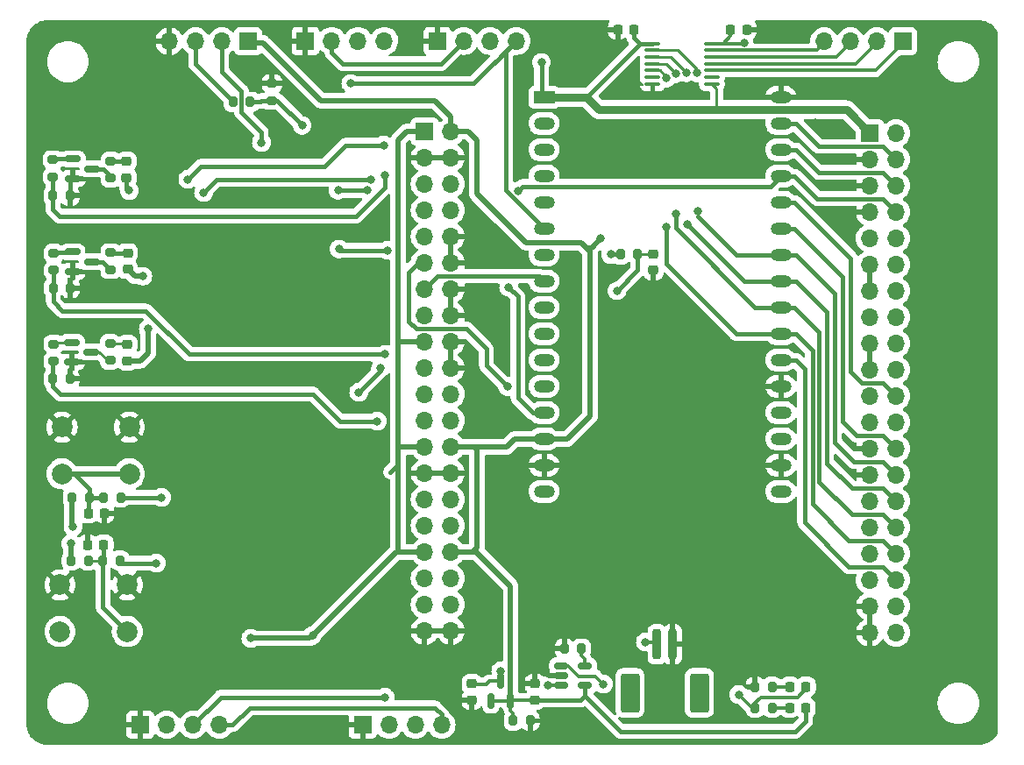
<source format=gbr>
%TF.GenerationSoftware,KiCad,Pcbnew,(7.0.0)*%
%TF.CreationDate,2024-01-22T14:48:15-03:00*%
%TF.ProjectId,ESP-EDU,4553502d-4544-4552-9e6b-696361645f70,rev?*%
%TF.SameCoordinates,Original*%
%TF.FileFunction,Copper,L1,Top*%
%TF.FilePolarity,Positive*%
%FSLAX46Y46*%
G04 Gerber Fmt 4.6, Leading zero omitted, Abs format (unit mm)*
G04 Created by KiCad (PCBNEW (7.0.0)) date 2024-01-22 14:48:15*
%MOMM*%
%LPD*%
G01*
G04 APERTURE LIST*
G04 Aperture macros list*
%AMRoundRect*
0 Rectangle with rounded corners*
0 $1 Rounding radius*
0 $2 $3 $4 $5 $6 $7 $8 $9 X,Y pos of 4 corners*
0 Add a 4 corners polygon primitive as box body*
4,1,4,$2,$3,$4,$5,$6,$7,$8,$9,$2,$3,0*
0 Add four circle primitives for the rounded corners*
1,1,$1+$1,$2,$3*
1,1,$1+$1,$4,$5*
1,1,$1+$1,$6,$7*
1,1,$1+$1,$8,$9*
0 Add four rect primitives between the rounded corners*
20,1,$1+$1,$2,$3,$4,$5,0*
20,1,$1+$1,$4,$5,$6,$7,0*
20,1,$1+$1,$6,$7,$8,$9,0*
20,1,$1+$1,$8,$9,$2,$3,0*%
G04 Aperture macros list end*
%TA.AperFunction,SMDPad,CuDef*%
%ADD10RoundRect,0.150000X-0.512500X-0.150000X0.512500X-0.150000X0.512500X0.150000X-0.512500X0.150000X0*%
%TD*%
%TA.AperFunction,SMDPad,CuDef*%
%ADD11RoundRect,0.200000X-0.275000X0.200000X-0.275000X-0.200000X0.275000X-0.200000X0.275000X0.200000X0*%
%TD*%
%TA.AperFunction,SMDPad,CuDef*%
%ADD12RoundRect,0.225000X-0.225000X-0.250000X0.225000X-0.250000X0.225000X0.250000X-0.225000X0.250000X0*%
%TD*%
%TA.AperFunction,SMDPad,CuDef*%
%ADD13RoundRect,0.225000X0.225000X0.250000X-0.225000X0.250000X-0.225000X-0.250000X0.225000X-0.250000X0*%
%TD*%
%TA.AperFunction,SMDPad,CuDef*%
%ADD14RoundRect,0.200000X-0.200000X-0.275000X0.200000X-0.275000X0.200000X0.275000X-0.200000X0.275000X0*%
%TD*%
%TA.AperFunction,SMDPad,CuDef*%
%ADD15RoundRect,0.200000X0.200000X0.275000X-0.200000X0.275000X-0.200000X-0.275000X0.200000X-0.275000X0*%
%TD*%
%TA.AperFunction,SMDPad,CuDef*%
%ADD16RoundRect,0.225000X-0.250000X0.225000X-0.250000X-0.225000X0.250000X-0.225000X0.250000X0.225000X0*%
%TD*%
%TA.AperFunction,ComponentPad*%
%ADD17C,2.000000*%
%TD*%
%TA.AperFunction,SMDPad,CuDef*%
%ADD18RoundRect,0.218750X-0.256250X0.218750X-0.256250X-0.218750X0.256250X-0.218750X0.256250X0.218750X0*%
%TD*%
%TA.AperFunction,ComponentPad*%
%ADD19R,1.700000X1.700000*%
%TD*%
%TA.AperFunction,ComponentPad*%
%ADD20O,1.700000X1.700000*%
%TD*%
%TA.AperFunction,SMDPad,CuDef*%
%ADD21RoundRect,0.218750X-0.218750X-0.256250X0.218750X-0.256250X0.218750X0.256250X-0.218750X0.256250X0*%
%TD*%
%TA.AperFunction,SMDPad,CuDef*%
%ADD22RoundRect,0.100000X-0.637500X-0.100000X0.637500X-0.100000X0.637500X0.100000X-0.637500X0.100000X0*%
%TD*%
%TA.AperFunction,SMDPad,CuDef*%
%ADD23RoundRect,0.150000X-0.587500X-0.150000X0.587500X-0.150000X0.587500X0.150000X-0.587500X0.150000X0*%
%TD*%
%TA.AperFunction,SMDPad,CuDef*%
%ADD24RoundRect,0.225000X0.250000X-0.225000X0.250000X0.225000X-0.250000X0.225000X-0.250000X-0.225000X0*%
%TD*%
%TA.AperFunction,SMDPad,CuDef*%
%ADD25RoundRect,0.200000X0.275000X-0.200000X0.275000X0.200000X-0.275000X0.200000X-0.275000X-0.200000X0*%
%TD*%
%TA.AperFunction,ComponentPad*%
%ADD26R,2.000000X1.200000*%
%TD*%
%TA.AperFunction,ComponentPad*%
%ADD27O,2.000000X1.200000*%
%TD*%
%TA.AperFunction,SMDPad,CuDef*%
%ADD28RoundRect,0.150000X0.150000X-0.587500X0.150000X0.587500X-0.150000X0.587500X-0.150000X-0.587500X0*%
%TD*%
%TA.AperFunction,SMDPad,CuDef*%
%ADD29RoundRect,0.200000X-0.200000X-1.250000X0.200000X-1.250000X0.200000X1.250000X-0.200000X1.250000X0*%
%TD*%
%TA.AperFunction,SMDPad,CuDef*%
%ADD30RoundRect,0.250000X-0.650000X-1.650000X0.650000X-1.650000X0.650000X1.650000X-0.650000X1.650000X0*%
%TD*%
%TA.AperFunction,ViaPad*%
%ADD31C,0.800000*%
%TD*%
%TA.AperFunction,Conductor*%
%ADD32C,0.400000*%
%TD*%
%TA.AperFunction,Conductor*%
%ADD33C,0.250000*%
%TD*%
%TA.AperFunction,Conductor*%
%ADD34C,0.500000*%
%TD*%
%TA.AperFunction,Conductor*%
%ADD35C,0.800000*%
%TD*%
%TA.AperFunction,Conductor*%
%ADD36C,0.300000*%
%TD*%
G04 APERTURE END LIST*
D10*
%TO.P,U3,1,STAT*%
%TO.N,Net-(D5-A)*%
X136653000Y-102367000D03*
%TO.P,U3,2,V_{SS}*%
%TO.N,GND*%
X136653000Y-103317000D03*
%TO.P,U3,3,V_{BAT}*%
%TO.N,+BATT*%
X136653000Y-104267000D03*
%TO.P,U3,4,V_{DD}*%
%TO.N,+5V*%
X138928000Y-104267000D03*
%TO.P,U3,5,PROG*%
%TO.N,Net-(U3-PROG)*%
X138928000Y-102367000D03*
%TD*%
D11*
%TO.P,R3,1*%
%TO.N,Net-(D1-K)*%
X93091000Y-71221500D03*
%TO.P,R3,2*%
%TO.N,Net-(Q1-D)*%
X93091000Y-72871500D03*
%TD*%
D12*
%TO.P,C5,1*%
%TO.N,+5V*%
X153009000Y-40894000D03*
%TO.P,C5,2*%
%TO.N,GND*%
X154559000Y-40894000D03*
%TD*%
D13*
%TO.P,C2,1*%
%TO.N,Net-(SW2A-B)*%
X92469000Y-90672000D03*
%TO.P,C2,2*%
%TO.N,GND*%
X90919000Y-90672000D03*
%TD*%
D11*
%TO.P,R17,1*%
%TO.N,Net-(D3-K)*%
X93156000Y-53596000D03*
%TO.P,R17,2*%
%TO.N,Net-(Q3-D)*%
X93156000Y-55246000D03*
%TD*%
D14*
%TO.P,R27,1*%
%TO.N,GPIO0*%
X142380200Y-62636400D03*
%TO.P,R27,2*%
%TO.N,DA*%
X144030200Y-62636400D03*
%TD*%
%TO.P,R1,1*%
%TO.N,+3.3V*%
X89407000Y-86106000D03*
%TO.P,R1,2*%
%TO.N,Net-(SW1A-B)*%
X91057000Y-86106000D03*
%TD*%
D15*
%TO.P,R23,1*%
%TO.N,Net-(D6-K)*%
X157035000Y-106426000D03*
%TO.P,R23,2*%
%TO.N,Net-(D5-A)*%
X155385000Y-106426000D03*
%TD*%
D16*
%TO.P,C7,1*%
%TO.N,+BATT*%
X128016000Y-104127000D03*
%TO.P,C7,2*%
%TO.N,GND*%
X128016000Y-105677000D03*
%TD*%
D17*
%TO.P,SW1,1,A*%
%TO.N,GND*%
X88444000Y-79320000D03*
X94944000Y-79320000D03*
%TO.P,SW1,2,B*%
%TO.N,Net-(SW1A-B)*%
X88444000Y-83820000D03*
X94944000Y-83820000D03*
%TD*%
D15*
%TO.P,R7,1*%
%TO.N,GPIO15*%
X94043000Y-92202000D03*
%TO.P,R7,2*%
%TO.N,Net-(SW2A-B)*%
X92393000Y-92202000D03*
%TD*%
D18*
%TO.P,D1,1,K*%
%TO.N,Net-(D1-K)*%
X94742000Y-71323000D03*
%TO.P,D1,2,A*%
%TO.N,+3.3V*%
X94742000Y-72898000D03*
%TD*%
D19*
%TO.P,J5,1,Pin_1*%
%TO.N,GND*%
X111951999Y-41999999D03*
D20*
%TO.P,J5,2,Pin_2*%
%TO.N,+3.3V*%
X114491999Y-41999999D03*
%TO.P,J5,3,Pin_3*%
%TO.N,SDA*%
X117031999Y-41999999D03*
%TO.P,J5,4,Pin_4*%
%TO.N,SCL*%
X119571999Y-41999999D03*
%TD*%
D21*
%TO.P,D6,1,K*%
%TO.N,Net-(D6-K)*%
X158699000Y-106426000D03*
%TO.P,D6,2,A*%
%TO.N,+5V*%
X160274000Y-106426000D03*
%TD*%
D19*
%TO.P,J8,1,Pin_1*%
%TO.N,GND*%
X96011999Y-108076999D03*
D20*
%TO.P,J8,2,Pin_2*%
%TO.N,+3.3V*%
X98551999Y-108076999D03*
%TO.P,J8,3,Pin_3*%
%TO.N,SDA*%
X101091999Y-108076999D03*
%TO.P,J8,4,Pin_4*%
%TO.N,SCL*%
X103631999Y-108076999D03*
%TD*%
D11*
%TO.P,R14,1*%
%TO.N,Net-(D2-K)*%
X93135750Y-62446500D03*
%TO.P,R14,2*%
%TO.N,Net-(Q2-D)*%
X93135750Y-64096500D03*
%TD*%
D22*
%TO.P,U2,1,VCCA*%
%TO.N,+3.3V*%
X145473500Y-42246000D03*
%TO.P,U2,2,A1*%
%TO.N,GPIO21*%
X145473500Y-42896000D03*
%TO.P,U2,3,A2*%
%TO.N,GPIO20*%
X145473500Y-43546000D03*
%TO.P,U2,4,A3*%
%TO.N,GPIO19*%
X145473500Y-44196000D03*
%TO.P,U2,5,A4*%
%TO.N,GPIO18*%
X145473500Y-44846000D03*
%TO.P,U2,6,NC*%
%TO.N,unconnected-(U2-NC-Pad6)*%
X145473500Y-45496000D03*
%TO.P,U2,7,GND*%
%TO.N,GND*%
X145473500Y-46146000D03*
%TO.P,U2,8,OE*%
%TO.N,+3.3V*%
X151198500Y-46146000D03*
%TO.P,U2,9,NC*%
%TO.N,unconnected-(U2-NC-Pad9)*%
X151198500Y-45496000D03*
%TO.P,U2,10,B4*%
%TO.N,Net-(J9-Pin_1)*%
X151198500Y-44846000D03*
%TO.P,U2,11,B3*%
%TO.N,Net-(J9-Pin_2)*%
X151198500Y-44196000D03*
%TO.P,U2,12,B2*%
%TO.N,Net-(J9-Pin_3)*%
X151198500Y-43546000D03*
%TO.P,U2,13,B1*%
%TO.N,Net-(J9-Pin_4)*%
X151198500Y-42896000D03*
%TO.P,U2,14,VCCB*%
%TO.N,+5V*%
X151198500Y-42246000D03*
%TD*%
D19*
%TO.P,J7,1,Pin_1*%
%TO.N,+5V*%
X106425999Y-42036999D03*
D20*
%TO.P,J7,2,Pin_2*%
%TO.N,GPIO2*%
X103885999Y-42036999D03*
%TO.P,J7,3,Pin_3*%
%TO.N,Net-(J7-Pin_3)*%
X101345999Y-42036999D03*
%TO.P,J7,4,Pin_4*%
%TO.N,GND*%
X98805999Y-42036999D03*
%TD*%
D14*
%TO.P,R12,1*%
%TO.N,GPIO10*%
X87588750Y-65876500D03*
%TO.P,R12,2*%
%TO.N,GND*%
X89238750Y-65876500D03*
%TD*%
D19*
%TO.P,J2,1,Pin_1*%
%TO.N,+3.3V*%
X166459999Y-50899999D03*
D20*
%TO.P,J2,2,Pin_2*%
%TO.N,+5V*%
X168999999Y-50899999D03*
%TO.P,J2,3,Pin_3*%
%TO.N,GND*%
X166459999Y-53439999D03*
%TO.P,J2,4,Pin_4*%
%TO.N,GPIO16*%
X168999999Y-53439999D03*
%TO.P,J2,5,Pin_5*%
%TO.N,GND*%
X166459999Y-55979999D03*
%TO.P,J2,6,Pin_6*%
%TO.N,GPIO17*%
X168999999Y-55979999D03*
%TO.P,J2,7,Pin_7*%
%TO.N,GND*%
X166459999Y-58519999D03*
%TO.P,J2,8,Pin_8*%
%TO.N,GPIO15*%
X168999999Y-58519999D03*
%TO.P,J2,9,Pin_9*%
%TO.N,unconnected-(J2-Pin_9-Pad9)*%
X166459999Y-61059999D03*
%TO.P,J2,10,Pin_10*%
%TO.N,GPIO13*%
X168999999Y-61059999D03*
%TO.P,J2,11,Pin_11*%
%TO.N,GND*%
X166459999Y-63599999D03*
%TO.P,J2,12,Pin_12*%
%TO.N,GPIO12*%
X168999999Y-63599999D03*
%TO.P,J2,13,Pin_13*%
%TO.N,GND*%
X166459999Y-66139999D03*
%TO.P,J2,14,Pin_14*%
%TO.N,unconnected-(J2-Pin_14-Pad14)*%
X168999999Y-66139999D03*
%TO.P,J2,15,Pin_15*%
%TO.N,unconnected-(J2-Pin_15-Pad15)*%
X166459999Y-68679999D03*
%TO.P,J2,16,Pin_16*%
%TO.N,unconnected-(J2-Pin_16-Pad16)*%
X168999999Y-68679999D03*
%TO.P,J2,17,Pin_17*%
%TO.N,GND*%
X166459999Y-71219999D03*
%TO.P,J2,18,Pin_18*%
%TO.N,unconnected-(J2-Pin_18-Pad18)*%
X168999999Y-71219999D03*
%TO.P,J2,19,Pin_19*%
%TO.N,GND*%
X166459999Y-73759999D03*
%TO.P,J2,20,Pin_20*%
%TO.N,unconnected-(J2-Pin_20-Pad20)*%
X168999999Y-73759999D03*
%TO.P,J2,21,Pin_21*%
%TO.N,unconnected-(J2-Pin_21-Pad21)*%
X166459999Y-76299999D03*
%TO.P,J2,22,Pin_22*%
%TO.N,GPIO23*%
X168999999Y-76299999D03*
%TO.P,J2,23,Pin_23*%
%TO.N,unconnected-(J2-Pin_23-Pad23)*%
X166459999Y-78839999D03*
%TO.P,J2,24,Pin_24*%
%TO.N,unconnected-(J2-Pin_24-Pad24)*%
X168999999Y-78839999D03*
%TO.P,J2,25,Pin_25*%
%TO.N,GND*%
X166459999Y-81379999D03*
%TO.P,J2,26,Pin_26*%
%TO.N,GPIO22*%
X168999999Y-81379999D03*
%TO.P,J2,27,Pin_27*%
%TO.N,GND*%
X166459999Y-83919999D03*
%TO.P,J2,28,Pin_28*%
%TO.N,GPIO21*%
X168999999Y-83919999D03*
%TO.P,J2,29,Pin_29*%
%TO.N,unconnected-(J2-Pin_29-Pad29)*%
X166459999Y-86459999D03*
%TO.P,J2,30,Pin_30*%
%TO.N,GPIO20*%
X168999999Y-86459999D03*
%TO.P,J2,31,Pin_31*%
%TO.N,unconnected-(J2-Pin_31-Pad31)*%
X166459999Y-88999999D03*
%TO.P,J2,32,Pin_32*%
%TO.N,GPIO19*%
X168999999Y-88999999D03*
%TO.P,J2,33,Pin_33*%
%TO.N,unconnected-(J2-Pin_33-Pad33)*%
X166459999Y-91539999D03*
%TO.P,J2,34,Pin_34*%
%TO.N,GPIO18*%
X168999999Y-91539999D03*
%TO.P,J2,35,Pin_35*%
%TO.N,unconnected-(J2-Pin_35-Pad35)*%
X166459999Y-94079999D03*
%TO.P,J2,36,Pin_36*%
%TO.N,GPIO9*%
X168999999Y-94079999D03*
%TO.P,J2,37,Pin_37*%
%TO.N,GND*%
X166459999Y-96619999D03*
%TO.P,J2,38,Pin_38*%
%TO.N,unconnected-(J2-Pin_38-Pad38)*%
X168999999Y-96619999D03*
%TO.P,J2,39,Pin_39*%
%TO.N,GND*%
X166459999Y-99159999D03*
%TO.P,J2,40,Pin_40*%
%TO.N,unconnected-(J2-Pin_40-Pad40)*%
X168999999Y-99159999D03*
%TD*%
D14*
%TO.P,R6,1*%
%TO.N,+3.3V*%
X89317000Y-92202000D03*
%TO.P,R6,2*%
%TO.N,Net-(SW2A-B)*%
X90967000Y-92202000D03*
%TD*%
D15*
%TO.P,R24,1*%
%TO.N,Net-(U3-PROG)*%
X138620000Y-100711000D03*
%TO.P,R24,2*%
%TO.N,GND*%
X136970000Y-100711000D03*
%TD*%
D23*
%TO.P,Q1,1,G*%
%TO.N,Net-(Q1-G)*%
X89414500Y-71110500D03*
%TO.P,Q1,2,S*%
%TO.N,GND*%
X89414500Y-73010500D03*
%TO.P,Q1,3,D*%
%TO.N,Net-(Q1-D)*%
X91289500Y-72060500D03*
%TD*%
D16*
%TO.P,C9,1*%
%TO.N,DA*%
X145542000Y-62610400D03*
%TO.P,C9,2*%
%TO.N,GND*%
X145542000Y-64160400D03*
%TD*%
D19*
%TO.P,J4,1,Pin_1*%
%TO.N,GND*%
X124691999Y-41999999D03*
D20*
%TO.P,J4,2,Pin_2*%
%TO.N,+3.3V*%
X127231999Y-41999999D03*
%TO.P,J4,3,Pin_3*%
%TO.N,SDA*%
X129771999Y-41999999D03*
%TO.P,J4,4,Pin_4*%
%TO.N,SCL*%
X132311999Y-41999999D03*
%TD*%
D24*
%TO.P,C6,1*%
%TO.N,+5V*%
X134112000Y-105664000D03*
%TO.P,C6,2*%
%TO.N,GND*%
X134112000Y-104114000D03*
%TD*%
D14*
%TO.P,R15,1*%
%TO.N,GPIO5*%
X87568000Y-56961000D03*
%TO.P,R15,2*%
%TO.N,GND*%
X89218000Y-56961000D03*
%TD*%
D23*
%TO.P,Q3,1,G*%
%TO.N,Net-(Q3-G)*%
X89497000Y-53406000D03*
%TO.P,Q3,2,S*%
%TO.N,GND*%
X89497000Y-55306000D03*
%TO.P,Q3,3,D*%
%TO.N,Net-(Q3-D)*%
X91372000Y-54356000D03*
%TD*%
D14*
%TO.P,R5,1*%
%TO.N,GPIO11*%
X87567000Y-74650500D03*
%TO.P,R5,2*%
%TO.N,GND*%
X89217000Y-74650500D03*
%TD*%
D15*
%TO.P,R22,1*%
%TO.N,Net-(D5-K)*%
X157035000Y-104394000D03*
%TO.P,R22,2*%
%TO.N,GND*%
X155385000Y-104394000D03*
%TD*%
D18*
%TO.P,D2,1,K*%
%TO.N,Net-(D2-K)*%
X94786750Y-62484000D03*
%TO.P,D2,2,A*%
%TO.N,+3.3V*%
X94786750Y-64059000D03*
%TD*%
D11*
%TO.P,R25,1*%
%TO.N,GND*%
X108712000Y-46102000D03*
%TO.P,R25,2*%
%TO.N,ECHO*%
X108712000Y-47752000D03*
%TD*%
D25*
%TO.P,R16,1*%
%TO.N,GPIO5*%
X87568000Y-55119000D03*
%TO.P,R16,2*%
%TO.N,Net-(Q3-G)*%
X87568000Y-53469000D03*
%TD*%
D13*
%TO.P,C8,1*%
%TO.N,+3.3V*%
X143663000Y-40894000D03*
%TO.P,C8,2*%
%TO.N,GND*%
X142113000Y-40894000D03*
%TD*%
D25*
%TO.P,R13,1*%
%TO.N,GPIO10*%
X87651750Y-64161500D03*
%TO.P,R13,2*%
%TO.N,Net-(Q2-G)*%
X87651750Y-62511500D03*
%TD*%
D19*
%TO.P,J9,1,Pin_1*%
%TO.N,Net-(J9-Pin_1)*%
X169661999Y-42036999D03*
D20*
%TO.P,J9,2,Pin_2*%
%TO.N,Net-(J9-Pin_2)*%
X167121999Y-42036999D03*
%TO.P,J9,3,Pin_3*%
%TO.N,Net-(J9-Pin_3)*%
X164581999Y-42036999D03*
%TO.P,J9,4,Pin_4*%
%TO.N,Net-(J9-Pin_4)*%
X162041999Y-42036999D03*
%TD*%
D26*
%TO.P,U1,1,3V3*%
%TO.N,+3.3V*%
X134999999Y-47439999D03*
D27*
%TO.P,U1,2,EN/RESET*%
%TO.N,unconnected-(U1-EN{slash}RESET-Pad2)*%
X134999999Y-49979999D03*
%TO.P,U1,3,GPIO4/MTMS*%
%TO.N,GPIO4*%
X134999999Y-52519999D03*
%TO.P,U1,4,GPIO5/MTDI*%
%TO.N,GPIO5*%
X134999999Y-55059999D03*
%TO.P,U1,5,GPIO6*%
%TO.N,SDA*%
X134999999Y-57599999D03*
%TO.P,U1,6,GPIO7*%
%TO.N,SCL*%
X134999999Y-60139999D03*
%TO.P,U1,7,GPIO0*%
%TO.N,GPIO0*%
X134999999Y-62679999D03*
%TO.P,U1,8,GPIO1*%
%TO.N,GPIO1*%
X134999999Y-65219999D03*
%TO.P,U1,9,GPIO8/BOOT*%
%TO.N,GPIO8*%
X134999999Y-67759999D03*
%TO.P,U1,10,GPIO10*%
%TO.N,GPIO10*%
X134999999Y-70299999D03*
%TO.P,U1,11,GPIO11*%
%TO.N,GPIO11*%
X134999999Y-72839999D03*
%TO.P,U1,12,GPIO2*%
%TO.N,GPIO2*%
X134999999Y-75379999D03*
%TO.P,U1,13,GPIO3*%
%TO.N,ECHO*%
X134999999Y-77919999D03*
%TO.P,U1,14,5V*%
%TO.N,+5V*%
X134999999Y-80459999D03*
%TO.P,U1,15,GND*%
%TO.N,GND*%
X134999999Y-82999999D03*
%TO.P,U1,16,NC*%
%TO.N,unconnected-(U1-NC-Pad16)*%
X134999999Y-85539999D03*
%TO.P,U1,17,NC*%
%TO.N,unconnected-(U1-NC-Pad17)*%
X157859999Y-85539999D03*
%TO.P,U1,18,GND*%
%TO.N,GND*%
X157859999Y-82999999D03*
%TO.P,U1,19,GPIO12/USB_D-*%
%TO.N,GPIO12*%
X157859999Y-80459999D03*
%TO.P,U1,20,GPIO13/USB_D+*%
%TO.N,GPIO13*%
X157859999Y-77919999D03*
%TO.P,U1,21,GND*%
%TO.N,GND*%
X157859999Y-75379999D03*
%TO.P,U1,22,GPIO9/BOOT*%
%TO.N,GPIO9*%
X157859999Y-72839999D03*
%TO.P,U1,23,GPIO18*%
%TO.N,GPIO18*%
X157859999Y-70299999D03*
%TO.P,U1,24,GPIO19*%
%TO.N,GPIO19*%
X157859999Y-67759999D03*
%TO.P,U1,25,GPIO20*%
%TO.N,GPIO20*%
X157859999Y-65219999D03*
%TO.P,U1,26,GPIO21*%
%TO.N,GPIO21*%
X157859999Y-62679999D03*
%TO.P,U1,27,GPIO22*%
%TO.N,GPIO22*%
X157859999Y-60139999D03*
%TO.P,U1,28,GPIO23*%
%TO.N,GPIO23*%
X157859999Y-57599999D03*
%TO.P,U1,29,GPIO15/JTAG*%
%TO.N,GPIO15*%
X157859999Y-55059999D03*
%TO.P,U1,30,GPIO17/U0RXD*%
%TO.N,GPIO17*%
X157859999Y-52519999D03*
%TO.P,U1,31,GPIO16/U0TXD*%
%TO.N,GPIO16*%
X157859999Y-49979999D03*
%TO.P,U1,32,GND*%
%TO.N,GND*%
X157859999Y-47439999D03*
%TD*%
D18*
%TO.P,D3,1,K*%
%TO.N,Net-(D3-K)*%
X94680000Y-53633500D03*
%TO.P,D3,2,A*%
%TO.N,+3.3V*%
X94680000Y-55208500D03*
%TD*%
D28*
%TO.P,Q5,1,G*%
%TO.N,+5V*%
X129860000Y-105748000D03*
%TO.P,Q5,2,S*%
X131760000Y-105748000D03*
%TO.P,Q5,3,D*%
%TO.N,+BATT*%
X130810000Y-103873000D03*
%TD*%
D17*
%TO.P,SW2,1,A*%
%TO.N,GND*%
X88242000Y-94560000D03*
X94742000Y-94560000D03*
%TO.P,SW2,2,B*%
%TO.N,Net-(SW2A-B)*%
X88242000Y-99060000D03*
X94742000Y-99060000D03*
%TD*%
D15*
%TO.P,R26,1*%
%TO.N,ECHO*%
X106616000Y-47879000D03*
%TO.P,R26,2*%
%TO.N,Net-(J7-Pin_3)*%
X104966000Y-47879000D03*
%TD*%
D19*
%TO.P,J1,1,Pin_1*%
%TO.N,+3.3V*%
X123459999Y-50739999D03*
D20*
%TO.P,J1,2,Pin_2*%
%TO.N,+5V*%
X125999999Y-50739999D03*
%TO.P,J1,3,Pin_3*%
%TO.N,GND*%
X123459999Y-53279999D03*
%TO.P,J1,4,Pin_4*%
X125999999Y-53279999D03*
%TO.P,J1,5,Pin_5*%
%TO.N,unconnected-(J1-Pin_5-Pad5)*%
X123459999Y-55819999D03*
%TO.P,J1,6,Pin_6*%
%TO.N,unconnected-(J1-Pin_6-Pad6)*%
X125999999Y-55819999D03*
%TO.P,J1,7,Pin_7*%
%TO.N,unconnected-(J1-Pin_7-Pad7)*%
X123459999Y-58359999D03*
%TO.P,J1,8,Pin_8*%
%TO.N,unconnected-(J1-Pin_8-Pad8)*%
X125999999Y-58359999D03*
%TO.P,J1,9,Pin_9*%
%TO.N,ECHO*%
X123459999Y-60899999D03*
%TO.P,J1,10,Pin_10*%
%TO.N,GND*%
X125999999Y-60899999D03*
%TO.P,J1,11,Pin_11*%
%TO.N,GPIO2*%
X123459999Y-63439999D03*
%TO.P,J1,12,Pin_12*%
%TO.N,GND*%
X125999999Y-63439999D03*
%TO.P,J1,13,Pin_13*%
%TO.N,GPIO1*%
X123459999Y-65979999D03*
%TO.P,J1,14,Pin_14*%
%TO.N,GND*%
X125999999Y-65979999D03*
%TO.P,J1,15,Pin_15*%
%TO.N,DA*%
X123459999Y-68519999D03*
%TO.P,J1,16,Pin_16*%
%TO.N,GND*%
X125999999Y-68519999D03*
%TO.P,J1,17,Pin_17*%
%TO.N,+3.3V*%
X123459999Y-71059999D03*
%TO.P,J1,18,Pin_18*%
%TO.N,GND*%
X125999999Y-71059999D03*
%TO.P,J1,19,Pin_19*%
%TO.N,SDA*%
X123459999Y-73599999D03*
%TO.P,J1,20,Pin_20*%
%TO.N,GND*%
X125999999Y-73599999D03*
%TO.P,J1,21,Pin_21*%
%TO.N,SCL*%
X123459999Y-76139999D03*
%TO.P,J1,22,Pin_22*%
%TO.N,unconnected-(J1-Pin_22-Pad22)*%
X125999999Y-76139999D03*
%TO.P,J1,23,Pin_23*%
%TO.N,unconnected-(J1-Pin_23-Pad23)*%
X123459999Y-78679999D03*
%TO.P,J1,24,Pin_24*%
%TO.N,unconnected-(J1-Pin_24-Pad24)*%
X125999999Y-78679999D03*
%TO.P,J1,25,Pin_25*%
%TO.N,+3.3V*%
X123459999Y-81219999D03*
%TO.P,J1,26,Pin_26*%
%TO.N,+5V*%
X125999999Y-81219999D03*
%TO.P,J1,27,Pin_27*%
%TO.N,GND*%
X123459999Y-83759999D03*
%TO.P,J1,28,Pin_28*%
X125999999Y-83759999D03*
%TO.P,J1,29,Pin_29*%
%TO.N,unconnected-(J1-Pin_29-Pad29)*%
X123459999Y-86299999D03*
%TO.P,J1,30,Pin_30*%
%TO.N,unconnected-(J1-Pin_30-Pad30)*%
X125999999Y-86299999D03*
%TO.P,J1,31,Pin_31*%
%TO.N,GPIO8*%
X123459999Y-88839999D03*
%TO.P,J1,32,Pin_32*%
%TO.N,unconnected-(J1-Pin_32-Pad32)*%
X125999999Y-88839999D03*
%TO.P,J1,33,Pin_33*%
%TO.N,+3.3V*%
X123459999Y-91379999D03*
%TO.P,J1,34,Pin_34*%
%TO.N,+5V*%
X125999999Y-91379999D03*
%TO.P,J1,35,Pin_35*%
%TO.N,unconnected-(J1-Pin_35-Pad35)*%
X123459999Y-93919999D03*
%TO.P,J1,36,Pin_36*%
%TO.N,unconnected-(J1-Pin_36-Pad36)*%
X125999999Y-93919999D03*
%TO.P,J1,37,Pin_37*%
%TO.N,unconnected-(J1-Pin_37-Pad37)*%
X123459999Y-96459999D03*
%TO.P,J1,38,Pin_38*%
%TO.N,unconnected-(J1-Pin_38-Pad38)*%
X125999999Y-96459999D03*
%TO.P,J1,39,Pin_39*%
%TO.N,GND*%
X123459999Y-98999999D03*
%TO.P,J1,40,Pin_40*%
X125999999Y-98999999D03*
%TD*%
D23*
%TO.P,Q2,1,G*%
%TO.N,Net-(Q2-G)*%
X89452750Y-62387500D03*
%TO.P,Q2,2,S*%
%TO.N,GND*%
X89452750Y-64287500D03*
%TO.P,Q2,3,D*%
%TO.N,Net-(Q2-D)*%
X91327750Y-63337500D03*
%TD*%
D29*
%TO.P,J3,1,Pin_1*%
%TO.N,+BATT*%
X145900000Y-100300000D03*
%TO.P,J3,2,Pin_2*%
%TO.N,GND*%
X147400000Y-100300000D03*
D30*
%TO.P,J3,MP*%
%TO.N,N/C*%
X143300000Y-105000000D03*
X150000000Y-105000000D03*
%TD*%
D15*
%TO.P,R2,1*%
%TO.N,GPIO4*%
X94105000Y-86106000D03*
%TO.P,R2,2*%
%TO.N,Net-(SW1A-B)*%
X92455000Y-86106000D03*
%TD*%
D19*
%TO.P,J6,1,Pin_1*%
%TO.N,GND*%
X117474999Y-108076999D03*
D20*
%TO.P,J6,2,Pin_2*%
%TO.N,+3.3V*%
X120014999Y-108076999D03*
%TO.P,J6,3,Pin_3*%
%TO.N,SDA*%
X122554999Y-108076999D03*
%TO.P,J6,4,Pin_4*%
%TO.N,SCL*%
X125094999Y-108076999D03*
%TD*%
D21*
%TO.P,D5,1,K*%
%TO.N,Net-(D5-K)*%
X158724500Y-104394000D03*
%TO.P,D5,2,A*%
%TO.N,Net-(D5-A)*%
X160299500Y-104394000D03*
%TD*%
D14*
%TO.P,R21,1*%
%TO.N,+5V*%
X132017000Y-107683000D03*
%TO.P,R21,2*%
%TO.N,GND*%
X133667000Y-107683000D03*
%TD*%
D25*
%TO.P,R4,1*%
%TO.N,GPIO11*%
X87630000Y-72935500D03*
%TO.P,R4,2*%
%TO.N,Net-(Q1-G)*%
X87630000Y-71285500D03*
%TD*%
D12*
%TO.P,C1,1*%
%TO.N,Net-(SW1A-B)*%
X90981000Y-87630000D03*
%TO.P,C1,2*%
%TO.N,GND*%
X92531000Y-87630000D03*
%TD*%
D31*
%TO.N,GPIO2*%
X115189000Y-62103000D03*
X107696000Y-51816000D03*
X131445000Y-75380000D03*
X119888000Y-62230000D03*
%TO.N,GPIO0*%
X141427200Y-62636400D03*
%TO.N,GPIO15*%
X102108000Y-56642000D03*
X118232701Y-55367701D03*
X132483333Y-56492667D03*
X97536000Y-92456000D03*
%TO.N,GPIO21*%
X149733000Y-45085000D03*
X149860000Y-58420000D03*
%TO.N,GPIO20*%
X148733509Y-45089833D03*
X148844000Y-59690000D03*
%TO.N,GPIO19*%
X147735745Y-45148750D03*
X147701000Y-58674000D03*
%TO.N,GPIO18*%
X146837514Y-45587140D03*
X146812000Y-59944000D03*
%TO.N,GPIO4*%
X119507000Y-52070000D03*
X100584000Y-55372000D03*
X98044000Y-86106000D03*
%TO.N,GPIO11*%
X118872000Y-78740000D03*
%TO.N,GPIO5*%
X119634000Y-54991000D03*
%TO.N,GPIO10*%
X119634000Y-72263000D03*
%TO.N,GND*%
X112014000Y-91821000D03*
X108585000Y-40894000D03*
X161163000Y-49911000D03*
X119888000Y-49149000D03*
X148082000Y-66675000D03*
X106299000Y-52578000D03*
X138811000Y-44958000D03*
X122301000Y-42926000D03*
X132842000Y-50038000D03*
X142621000Y-54356000D03*
X89281000Y-100882000D03*
X136398000Y-41402000D03*
X141224000Y-102108000D03*
X98806000Y-66040000D03*
X160401000Y-47117000D03*
X163957000Y-60198000D03*
X106299000Y-43942000D03*
X143256000Y-45212000D03*
X98806000Y-73406000D03*
X146558000Y-106553000D03*
X111760000Y-52197000D03*
X94615000Y-43815000D03*
X113030000Y-103632000D03*
X174625000Y-69215000D03*
%TO.N,+3.3V*%
X94934000Y-56453000D03*
X96244750Y-64741500D03*
X134747000Y-44069000D03*
X106680000Y-99720500D03*
X89300300Y-90570000D03*
X96774000Y-69824500D03*
X89502300Y-88948000D03*
X112649000Y-99441000D03*
%TO.N,+5V*%
X140462000Y-61087000D03*
X154305000Y-42171500D03*
%TO.N,+BATT*%
X130810000Y-102870000D03*
X144780000Y-100076000D03*
X135382000Y-104267000D03*
%TO.N,SDA*%
X117094000Y-75946000D03*
X119638299Y-105405701D03*
X119193000Y-73600000D03*
%TO.N,SCL*%
X116332000Y-46101000D03*
%TO.N,Net-(D5-A)*%
X153797000Y-105156000D03*
X140716000Y-104140000D03*
%TO.N,ECHO*%
X115112800Y-56438800D03*
X131572000Y-65786000D03*
X111633000Y-50170000D03*
X117957600Y-56438800D03*
%TO.N,DA*%
X142036800Y-66141600D03*
%TD*%
D32*
%TO.N,+3.3V*%
X143663000Y-41682000D02*
X143663000Y-41630000D01*
X144227000Y-42246000D02*
X143663000Y-41682000D01*
%TO.N,GPIO2*%
X122631200Y-69799200D02*
X121920000Y-69088000D01*
X107696000Y-51816000D02*
X107696000Y-50800000D01*
X121920000Y-69088000D02*
X121920000Y-64389000D01*
X105765600Y-48869600D02*
X105765600Y-46837600D01*
D33*
X115189000Y-62103000D02*
X115316000Y-62230000D01*
D32*
X127457200Y-69799200D02*
X122631200Y-69799200D01*
X105765600Y-46837600D02*
X103886000Y-44958000D01*
X115316000Y-62230000D02*
X119888000Y-62230000D01*
X107696000Y-50800000D02*
X105765600Y-48869600D01*
X129413000Y-73348000D02*
X129413000Y-71755000D01*
X131445000Y-75380000D02*
X129413000Y-73348000D01*
D33*
X122869000Y-63440000D02*
X123460000Y-63440000D01*
D32*
X103886000Y-44958000D02*
X103886000Y-42164000D01*
X121920000Y-64389000D02*
X122869000Y-63440000D01*
X129413000Y-71755000D02*
X127457200Y-69799200D01*
%TO.N,GPIO1*%
X124710000Y-64730000D02*
X134510000Y-64730000D01*
X134510000Y-64730000D02*
X135000000Y-65220000D01*
X123460000Y-65980000D02*
X124710000Y-64730000D01*
%TO.N,GPIO0*%
X141427200Y-62636400D02*
X142380200Y-62636400D01*
%TO.N,GPIO16*%
X159327000Y-49980000D02*
X161537000Y-52190000D01*
X157860000Y-49980000D02*
X159327000Y-49980000D01*
X167750000Y-52190000D02*
X169000000Y-53440000D01*
X161537000Y-52190000D02*
X167750000Y-52190000D01*
%TO.N,GPIO17*%
X157860000Y-52520000D02*
X159327000Y-52520000D01*
X159327000Y-52520000D02*
X161497000Y-54690000D01*
X161497000Y-54690000D02*
X167710000Y-54690000D01*
X167710000Y-54690000D02*
X169000000Y-55980000D01*
%TO.N,GPIO15*%
X159200000Y-55060000D02*
X161370000Y-57230000D01*
X167710000Y-57230000D02*
X169000000Y-58520000D01*
X97536000Y-92456000D02*
X94297000Y-92456000D01*
X103378000Y-55372000D02*
X118228402Y-55372000D01*
X156860000Y-56060000D02*
X132916000Y-56060000D01*
X161370000Y-57230000D02*
X167710000Y-57230000D01*
X157860000Y-55060000D02*
X159200000Y-55060000D01*
D33*
X94297000Y-92456000D02*
X94043000Y-92202000D01*
D32*
X132916000Y-56060000D02*
X132483333Y-56492667D01*
D33*
X118228402Y-55372000D02*
X118232701Y-55367701D01*
D32*
X157860000Y-55060000D02*
X156860000Y-56060000D01*
X102108000Y-56642000D02*
X103378000Y-55372000D01*
%TO.N,GPIO23*%
X165688000Y-75010000D02*
X167710000Y-75010000D01*
X164592000Y-73914000D02*
X165688000Y-75010000D01*
X159200000Y-57600000D02*
X164592000Y-62992000D01*
X157860000Y-57600000D02*
X159200000Y-57600000D01*
X164592000Y-62992000D02*
X164592000Y-73914000D01*
X167710000Y-75010000D02*
X169000000Y-76300000D01*
%TO.N,GPIO22*%
X159200000Y-60140000D02*
X163830000Y-64770000D01*
X163830000Y-64770000D02*
X163830000Y-78740000D01*
X167710000Y-80090000D02*
X169000000Y-81380000D01*
X157860000Y-60140000D02*
X159200000Y-60140000D01*
X163830000Y-78740000D02*
X165180000Y-80090000D01*
X165180000Y-80090000D02*
X167710000Y-80090000D01*
%TO.N,GPIO21*%
X149860000Y-58928000D02*
X153612000Y-62680000D01*
X163068000Y-66421000D02*
X163068000Y-80772000D01*
D33*
X149860000Y-58420000D02*
X149860000Y-58928000D01*
X149733000Y-45085000D02*
X149733000Y-44704000D01*
X147925000Y-42896000D02*
X145473500Y-42896000D01*
D32*
X157860000Y-62680000D02*
X159327000Y-62680000D01*
X159327000Y-62680000D02*
X163068000Y-66421000D01*
X163068000Y-80772000D02*
X164926000Y-82630000D01*
D33*
X149733000Y-44704000D02*
X147925000Y-42896000D01*
D32*
X167710000Y-82630000D02*
X169000000Y-83920000D01*
X164926000Y-82630000D02*
X167710000Y-82630000D01*
X153612000Y-62680000D02*
X157860000Y-62680000D01*
D33*
%TO.N,GPIO20*%
X148733509Y-45089833D02*
X147189676Y-43546000D01*
D32*
X164712000Y-85210000D02*
X167750000Y-85210000D01*
X157860000Y-65220000D02*
X159327000Y-65220000D01*
X154374000Y-65220000D02*
X157860000Y-65220000D01*
X162306000Y-82804000D02*
X164712000Y-85210000D01*
X162306000Y-68199000D02*
X162306000Y-82804000D01*
D33*
X147189676Y-43546000D02*
X145473500Y-43546000D01*
D32*
X148844000Y-59690000D02*
X154374000Y-65220000D01*
X167750000Y-85210000D02*
X169000000Y-86460000D01*
X159327000Y-65220000D02*
X162306000Y-68199000D01*
%TO.N,GPIO19*%
X157860000Y-67760000D02*
X159200000Y-67760000D01*
X164712000Y-87750000D02*
X167750000Y-87750000D01*
D33*
X147735745Y-45148750D02*
X146782995Y-44196000D01*
D32*
X147701000Y-60071000D02*
X155390000Y-67760000D01*
X155390000Y-67760000D02*
X157860000Y-67760000D01*
X147701000Y-58674000D02*
X147701000Y-60071000D01*
X161544000Y-84582000D02*
X164712000Y-87750000D01*
D33*
X146782995Y-44196000D02*
X145473500Y-44196000D01*
D32*
X159200000Y-67760000D02*
X161544000Y-70104000D01*
X161544000Y-70104000D02*
X161544000Y-84582000D01*
X167750000Y-87750000D02*
X169000000Y-89000000D01*
D33*
%TO.N,GPIO18*%
X146837514Y-45521473D02*
X146837514Y-45587140D01*
D32*
X146812000Y-59944000D02*
X146812000Y-63500148D01*
D33*
X145473500Y-44846000D02*
X146162041Y-44846000D01*
D32*
X153611852Y-70300000D02*
X157860000Y-70300000D01*
X167710000Y-90250000D02*
X169000000Y-91540000D01*
X160909000Y-86741000D02*
X164418000Y-90250000D01*
X160909000Y-71882000D02*
X160909000Y-86741000D01*
D33*
X146162041Y-44846000D02*
X146837514Y-45521473D01*
D32*
X157860000Y-70300000D02*
X159327000Y-70300000D01*
X159327000Y-70300000D02*
X160909000Y-71882000D01*
X164418000Y-90250000D02*
X167710000Y-90250000D01*
X146812000Y-63500148D02*
X153611852Y-70300000D01*
%TO.N,GPIO9*%
X159327000Y-72840000D02*
X160147000Y-73660000D01*
X160147000Y-73660000D02*
X160147000Y-88519000D01*
X160147000Y-88519000D02*
X164418000Y-92790000D01*
X167710000Y-92790000D02*
X169000000Y-94080000D01*
X164418000Y-92790000D02*
X167710000Y-92790000D01*
X157860000Y-72840000D02*
X159327000Y-72840000D01*
%TO.N,GPIO4*%
X100584000Y-55372000D02*
X101854000Y-54102000D01*
X101854000Y-54102000D02*
X113792000Y-54102000D01*
X115824000Y-52070000D02*
X119507000Y-52070000D01*
X113792000Y-54102000D02*
X115824000Y-52070000D01*
X95900300Y-86106000D02*
X94105000Y-86106000D01*
X98044000Y-86106000D02*
X95900300Y-86106000D01*
%TO.N,GPIO11*%
X88302500Y-76110500D02*
X112686500Y-76110500D01*
D33*
X87630000Y-72935500D02*
X87567000Y-72998500D01*
D32*
X87567000Y-74650500D02*
X87567000Y-75375000D01*
X87567000Y-72998500D02*
X87567000Y-74650500D01*
X115316000Y-78740000D02*
X118872000Y-78740000D01*
X112686500Y-76110500D02*
X115316000Y-78740000D01*
X87567000Y-75375000D02*
X88302500Y-76110500D01*
%TO.N,GPIO5*%
X119634000Y-56134000D02*
X119634000Y-54991000D01*
X87568000Y-58307200D02*
X88188800Y-58928000D01*
X88188800Y-58928000D02*
X116840000Y-58928000D01*
X87568000Y-55119000D02*
X87568000Y-56834000D01*
X116840000Y-58928000D02*
X119634000Y-56134000D01*
X87568000Y-56961000D02*
X87568000Y-58307200D01*
%TO.N,GPIO10*%
X87588750Y-67167150D02*
X88493600Y-68072000D01*
X100711000Y-72263000D02*
X119634000Y-72263000D01*
X88493600Y-68072000D02*
X96520000Y-68072000D01*
X87588750Y-66506750D02*
X87588750Y-67167150D01*
X96520000Y-68072000D02*
X100711000Y-72263000D01*
X87651750Y-64161500D02*
X87651750Y-65813500D01*
X87588750Y-65876500D02*
X87588750Y-66506750D01*
D33*
X87651750Y-65813500D02*
X87588750Y-65876500D01*
%TO.N,GND*%
X89218000Y-55585000D02*
X89497000Y-55306000D01*
D32*
X89218000Y-56834000D02*
X89218000Y-55585000D01*
D34*
X136653000Y-103317000D02*
X135448000Y-103317000D01*
X135448000Y-103317000D02*
X134747000Y-102616000D01*
D33*
%TO.N,Net-(D1-K)*%
X94386500Y-71221500D02*
X94488000Y-71323000D01*
X92837000Y-71221500D02*
X94386500Y-71221500D01*
D34*
%TO.N,+3.3V*%
X95469250Y-64741500D02*
X94786750Y-64059000D01*
X120710000Y-91380000D02*
X123460000Y-91380000D01*
X120964000Y-71060000D02*
X123460000Y-71060000D01*
D32*
X94680000Y-56199000D02*
X94934000Y-56453000D01*
D35*
X151638000Y-48640000D02*
X140265000Y-48640000D01*
D32*
X115570000Y-44196000D02*
X114492000Y-43118000D01*
D33*
X151638000Y-46585500D02*
X151638000Y-48640000D01*
D34*
X123460000Y-91380000D02*
X121098000Y-91380000D01*
D33*
X151198500Y-46146000D02*
X151638000Y-46585500D01*
D32*
X145473500Y-42246000D02*
X144259000Y-42246000D01*
D34*
X112369500Y-99720500D02*
X112649000Y-99441000D01*
D32*
X94680000Y-55208500D02*
X94680000Y-56199000D01*
D34*
X120904000Y-71882000D02*
X120904000Y-61094000D01*
X120964000Y-81220000D02*
X123460000Y-81220000D01*
D33*
X145473500Y-42246000D02*
X144227000Y-42246000D01*
D34*
X120904000Y-71120000D02*
X120964000Y-71060000D01*
X96774000Y-72136000D02*
X96774000Y-69824500D01*
X120904000Y-51562000D02*
X120904000Y-61094000D01*
X89317000Y-90586700D02*
X89300300Y-90570000D01*
D35*
X135000000Y-47440000D02*
X139065000Y-47440000D01*
D32*
X134747000Y-47185000D02*
X134492000Y-47440000D01*
X144259000Y-42246000D02*
X139065000Y-47440000D01*
D34*
X120904000Y-82931000D02*
X120904000Y-81280000D01*
D32*
X114492000Y-43118000D02*
X114492000Y-42000000D01*
D34*
X94488000Y-72898000D02*
X96012000Y-72898000D01*
X121098000Y-91380000D02*
X120904000Y-91186000D01*
X89407000Y-88852700D02*
X89502300Y-88948000D01*
X120904000Y-71882000D02*
X120904000Y-71120000D01*
D35*
X140265000Y-48640000D02*
X139065000Y-47440000D01*
D34*
X96244750Y-64741500D02*
X95469250Y-64741500D01*
X120904000Y-81280000D02*
X120964000Y-81220000D01*
D32*
X143663000Y-41630000D02*
X143663000Y-40894000D01*
D35*
X164200000Y-48640000D02*
X151638000Y-48640000D01*
D32*
X125036000Y-44196000D02*
X115570000Y-44196000D01*
D34*
X96012000Y-72898000D02*
X96774000Y-72136000D01*
X112649000Y-99441000D02*
X120710000Y-91380000D01*
X120904000Y-91186000D02*
X120904000Y-82931000D01*
X89317000Y-92202000D02*
X89317000Y-90586700D01*
X123460000Y-50740000D02*
X121726000Y-50740000D01*
X120904000Y-81280000D02*
X120904000Y-71882000D01*
D32*
X120167400Y-83667600D02*
X120904000Y-82931000D01*
X134747000Y-44069000D02*
X134747000Y-47185000D01*
D34*
X106680000Y-99720500D02*
X112369500Y-99720500D01*
X89407000Y-86106000D02*
X89407000Y-88852700D01*
D35*
X166460000Y-50900000D02*
X164200000Y-48640000D01*
D34*
X121726000Y-50740000D02*
X120904000Y-51562000D01*
D32*
X127232000Y-42000000D02*
X125036000Y-44196000D01*
D33*
%TO.N,Net-(D2-K)*%
X93173250Y-62484000D02*
X93135750Y-62446500D01*
D32*
X94786750Y-62484000D02*
X93173250Y-62484000D01*
%TO.N,Net-(D3-K)*%
X94642500Y-53596000D02*
X94680000Y-53633500D01*
X93156000Y-53596000D02*
X94642500Y-53596000D01*
D33*
%TO.N,Net-(Q1-G)*%
X87551000Y-71110500D02*
X87376000Y-71285500D01*
X89160500Y-71110500D02*
X87551000Y-71110500D01*
%TO.N,Net-(Q1-D)*%
X91035500Y-72060500D02*
X92026000Y-72060500D01*
X92026000Y-72060500D02*
X92837000Y-72871500D01*
D32*
%TO.N,Net-(Q2-G)*%
X87730050Y-62433200D02*
X89407050Y-62433200D01*
D33*
X89407050Y-62433200D02*
X89452750Y-62387500D01*
X87651750Y-62511500D02*
X87730050Y-62433200D01*
D32*
%TO.N,Net-(Q2-D)*%
X92376750Y-63337500D02*
X93135750Y-64096500D01*
X91327750Y-63337500D02*
X92376750Y-63337500D01*
D33*
%TO.N,Net-(Q3-G)*%
X87631000Y-53406000D02*
X87568000Y-53469000D01*
D32*
X89497000Y-53406000D02*
X87631000Y-53406000D01*
%TO.N,Net-(Q3-D)*%
X93156000Y-55246000D02*
X93156000Y-55056000D01*
X93156000Y-55056000D02*
X92456000Y-54356000D01*
X92456000Y-54356000D02*
X91372000Y-54356000D01*
D34*
%TO.N,+5V*%
X139573000Y-61976000D02*
X140462000Y-61087000D01*
X126000000Y-50740000D02*
X127702000Y-50740000D01*
X137218000Y-80460000D02*
X135000000Y-80460000D01*
D32*
X160274000Y-106426000D02*
X160274000Y-107696000D01*
D34*
X139446000Y-62357000D02*
X139446000Y-78232000D01*
D32*
X160274000Y-107696000D02*
X159258000Y-108712000D01*
D36*
X152273000Y-42246000D02*
X154230500Y-42246000D01*
D34*
X131760000Y-94676000D02*
X131760000Y-105748000D01*
D33*
X154230500Y-42246000D02*
X154305000Y-42171500D01*
D34*
X126000000Y-49292000D02*
X124460000Y-47752000D01*
X124460000Y-47752000D02*
X113411000Y-47752000D01*
D36*
X131760000Y-106677000D02*
X132017000Y-106934000D01*
D34*
X126000000Y-91380000D02*
X128076000Y-91380000D01*
D32*
X138537000Y-105664000D02*
X134112000Y-105664000D01*
D34*
X128524000Y-51562000D02*
X128524000Y-56769000D01*
D36*
X131760000Y-105748000D02*
X131760000Y-106677000D01*
D34*
X132138000Y-80460000D02*
X135000000Y-80460000D01*
X128270000Y-81220000D02*
X131378000Y-81220000D01*
X133223000Y-61468000D02*
X138557000Y-61468000D01*
X128076000Y-91380000D02*
X128524000Y-90932000D01*
D36*
X129860000Y-105748000D02*
X131760000Y-105748000D01*
D34*
X126000000Y-50740000D02*
X126000000Y-49292000D01*
X126000000Y-91380000D02*
X128464000Y-91380000D01*
X128524000Y-56769000D02*
X133223000Y-61468000D01*
X107823000Y-42164000D02*
X106426000Y-42164000D01*
X139446000Y-78232000D02*
X137218000Y-80460000D01*
X139065000Y-61976000D02*
X139573000Y-61976000D01*
D32*
X138928000Y-105273000D02*
X138537000Y-105664000D01*
X159258000Y-108712000D02*
X142367000Y-108712000D01*
X138928000Y-105273000D02*
X138928000Y-104267000D01*
D34*
X131378000Y-81220000D02*
X132138000Y-80460000D01*
X113411000Y-47752000D02*
X107823000Y-42164000D01*
X139065000Y-61976000D02*
X139446000Y-62357000D01*
X127702000Y-50740000D02*
X128524000Y-51562000D01*
D36*
X153009000Y-41510000D02*
X152273000Y-42246000D01*
X153009000Y-40894000D02*
X153009000Y-41510000D01*
X151198500Y-42246000D02*
X152273000Y-42246000D01*
D34*
X126000000Y-81220000D02*
X128270000Y-81220000D01*
D36*
X131844000Y-105664000D02*
X131760000Y-105748000D01*
D32*
X142367000Y-108712000D02*
X138928000Y-105273000D01*
D36*
X132017000Y-106934000D02*
X132017000Y-107683000D01*
D34*
X128464000Y-91380000D02*
X131760000Y-94676000D01*
X138557000Y-61468000D02*
X139065000Y-61976000D01*
X128524000Y-81474000D02*
X128270000Y-81220000D01*
X128524000Y-90932000D02*
X128524000Y-81474000D01*
D36*
X134112000Y-105664000D02*
X131844000Y-105664000D01*
%TO.N,+BATT*%
X129680000Y-103873000D02*
X129413000Y-104140000D01*
X130810000Y-102870000D02*
X130810000Y-103873000D01*
X129413000Y-104140000D02*
X128029000Y-104140000D01*
X144780000Y-100076000D02*
X145676000Y-100076000D01*
X135382000Y-104267000D02*
X136653000Y-104267000D01*
X145676000Y-100076000D02*
X145900000Y-100300000D01*
X130810000Y-103873000D02*
X129680000Y-103873000D01*
X128029000Y-104140000D02*
X128016000Y-104127000D01*
%TO.N,Net-(D6-K)*%
X158699000Y-106426000D02*
X157035000Y-106426000D01*
%TO.N,Net-(U3-PROG)*%
X138928000Y-102367000D02*
X138938000Y-102357000D01*
X138938000Y-101727000D02*
X138620000Y-101409000D01*
X138620000Y-101409000D02*
X138620000Y-100711000D01*
X138938000Y-102357000D02*
X138938000Y-101727000D01*
D32*
%TO.N,SDA*%
X119193000Y-73847000D02*
X117094000Y-75946000D01*
D33*
X117593402Y-105410000D02*
X117597701Y-105414299D01*
D32*
X101092000Y-108077000D02*
X103759000Y-105410000D01*
D33*
X119193000Y-73600000D02*
X119193000Y-73847000D01*
D32*
X119638299Y-105405701D02*
X117606299Y-105405701D01*
X105664000Y-105410000D02*
X117593402Y-105410000D01*
D33*
X117606299Y-105405701D02*
X117597701Y-105414299D01*
D32*
X103759000Y-105410000D02*
X105664000Y-105410000D01*
%TO.N,SCL*%
X128211000Y-46101000D02*
X132312000Y-42000000D01*
X135000000Y-60140000D02*
X131318000Y-56458000D01*
X130810000Y-43502000D02*
X132312000Y-42000000D01*
X131318000Y-42994000D02*
X132312000Y-42000000D01*
X103759000Y-108077000D02*
X104902000Y-108077000D01*
X116332000Y-46101000D02*
X128211000Y-46101000D01*
D33*
X103632000Y-107950000D02*
X103759000Y-108077000D01*
D32*
X104902000Y-108077000D02*
X106553000Y-106426000D01*
X106553000Y-106426000D02*
X124460000Y-106426000D01*
X131318000Y-56458000D02*
X131318000Y-42994000D01*
X124460000Y-106426000D02*
X125095000Y-107061000D01*
X125095000Y-107061000D02*
X125095000Y-108077000D01*
D36*
%TO.N,Net-(D5-K)*%
X158724500Y-104394000D02*
X157035000Y-104394000D01*
%TO.N,Net-(D5-A)*%
X159512000Y-105410000D02*
X155956000Y-105410000D01*
X139954000Y-103378000D02*
X140716000Y-104140000D01*
X155385000Y-105981000D02*
X155385000Y-106426000D01*
X136653000Y-102367000D02*
X137292000Y-102367000D01*
X138303000Y-103378000D02*
X139954000Y-103378000D01*
X137292000Y-102367000D02*
X138303000Y-103378000D01*
X160299500Y-104622500D02*
X159512000Y-105410000D01*
X155067000Y-106426000D02*
X155385000Y-106426000D01*
X153797000Y-105156000D02*
X155067000Y-106426000D01*
X155956000Y-105410000D02*
X155385000Y-105981000D01*
X160299500Y-104394000D02*
X160299500Y-104622500D01*
D32*
%TO.N,Net-(SW1A-B)*%
X90981000Y-87630000D02*
X90981000Y-86182000D01*
D34*
X94944000Y-83820000D02*
X88444000Y-83820000D01*
D33*
X90981000Y-86182000D02*
X91057000Y-86106000D01*
D32*
X91057000Y-85267000D02*
X89610000Y-83820000D01*
X91057000Y-86106000D02*
X91057000Y-85267000D01*
D33*
X92518000Y-86169000D02*
X92455000Y-86106000D01*
X89610000Y-83820000D02*
X88444000Y-83820000D01*
D32*
X92455000Y-86106000D02*
X91057000Y-86106000D01*
%TO.N,Net-(SW2A-B)*%
X92469000Y-90672000D02*
X92469000Y-92126000D01*
D33*
X92469000Y-92126000D02*
X92393000Y-92202000D01*
X90967000Y-92202000D02*
X92393000Y-92202000D01*
D32*
X92393000Y-92202000D02*
X92393000Y-96711000D01*
X92393000Y-96711000D02*
X94742000Y-99060000D01*
%TO.N,Net-(J7-Pin_3)*%
X101346000Y-44259000D02*
X104966000Y-47879000D01*
X101346000Y-42164000D02*
X101346000Y-44259000D01*
%TO.N,ECHO*%
X107696000Y-47752000D02*
X108712000Y-47752000D01*
X133927000Y-77920000D02*
X135000000Y-77920000D01*
X106616000Y-47879000D02*
X107569000Y-47879000D01*
X131572000Y-65786000D02*
X132461000Y-66675000D01*
D33*
X108585000Y-47879000D02*
X108712000Y-47752000D01*
D32*
X115112800Y-56438800D02*
X117957600Y-56438800D01*
X107569000Y-47879000D02*
X107696000Y-47752000D01*
X109220000Y-47752000D02*
X111633000Y-50165000D01*
X132461000Y-66675000D02*
X132461000Y-76454000D01*
X132461000Y-76454000D02*
X133927000Y-77920000D01*
D36*
%TO.N,Net-(J9-Pin_1)*%
X166990000Y-44846000D02*
X169418000Y-42418000D01*
X151198500Y-44846000D02*
X166990000Y-44846000D01*
%TO.N,Net-(J9-Pin_2)*%
X165100000Y-44196000D02*
X166878000Y-42418000D01*
X151198500Y-44196000D02*
X165100000Y-44196000D01*
%TO.N,Net-(J9-Pin_3)*%
X163210000Y-43546000D02*
X164338000Y-42418000D01*
X151198500Y-43546000D02*
X163210000Y-43546000D01*
%TO.N,Net-(J9-Pin_4)*%
X161798000Y-42418000D02*
X161320000Y-42896000D01*
X161320000Y-42896000D02*
X151198500Y-42896000D01*
D32*
%TO.N,DA*%
X144030200Y-64148200D02*
X142036800Y-66141600D01*
D33*
X145542000Y-62610400D02*
X144056200Y-62610400D01*
X144056200Y-62610400D02*
X144030200Y-62636400D01*
D32*
X144030200Y-62636400D02*
X144030200Y-64148200D01*
%TD*%
%TA.AperFunction,Conductor*%
%TO.N,GND*%
G36*
X141277070Y-40019436D02*
G01*
X141322816Y-40070461D01*
X141334474Y-40137991D01*
X141313200Y-40189894D01*
X141315427Y-40191268D01*
X141230246Y-40329366D01*
X141224180Y-40342374D01*
X141175272Y-40489969D01*
X141172456Y-40503125D01*
X141163319Y-40592555D01*
X141163000Y-40598832D01*
X141163000Y-40627674D01*
X141166450Y-40640549D01*
X141179326Y-40644000D01*
X142239000Y-40644000D01*
X142301000Y-40660613D01*
X142346387Y-40706000D01*
X142363000Y-40768000D01*
X142363000Y-41852673D01*
X142366450Y-41865548D01*
X142379326Y-41868999D01*
X142383165Y-41868999D01*
X142389447Y-41868678D01*
X142478867Y-41859544D01*
X142492036Y-41856725D01*
X142639625Y-41807819D01*
X142652629Y-41801755D01*
X142784802Y-41720229D01*
X142843451Y-41701935D01*
X142903682Y-41714038D01*
X142950712Y-41753566D01*
X142972996Y-41810818D01*
X142976955Y-41843425D01*
X142976956Y-41843430D01*
X142977860Y-41850872D01*
X142980519Y-41857885D01*
X142980521Y-41857891D01*
X142981450Y-41860340D01*
X142987475Y-41881952D01*
X142987951Y-41884551D01*
X142987954Y-41884560D01*
X142989305Y-41891932D01*
X142992382Y-41898769D01*
X142992383Y-41898772D01*
X143013991Y-41946784D01*
X143016857Y-41953702D01*
X143038182Y-42009930D01*
X143042442Y-42016102D01*
X143042445Y-42016107D01*
X143043937Y-42018268D01*
X143054959Y-42037810D01*
X143056039Y-42040210D01*
X143056044Y-42040219D01*
X143059122Y-42047057D01*
X143086101Y-42081494D01*
X143096216Y-42094404D01*
X143100636Y-42100410D01*
X143134817Y-42149929D01*
X143140435Y-42154906D01*
X143157960Y-42170432D01*
X143194118Y-42226357D01*
X143196130Y-42292922D01*
X143163414Y-42350928D01*
X139011162Y-46503181D01*
X138970934Y-46530061D01*
X138923481Y-46539500D01*
X136462319Y-46539500D01*
X136406813Y-46526383D01*
X136369637Y-46495313D01*
X136369129Y-46495822D01*
X136363446Y-46490138D01*
X136363052Y-46489810D01*
X136357546Y-46482454D01*
X136350449Y-46477141D01*
X136350448Y-46477140D01*
X136249431Y-46401519D01*
X136249430Y-46401518D01*
X136242331Y-46396204D01*
X136136228Y-46356630D01*
X136114752Y-46348620D01*
X136114750Y-46348619D01*
X136107483Y-46345909D01*
X136099770Y-46345079D01*
X136099767Y-46345079D01*
X136051180Y-46339855D01*
X136051169Y-46339854D01*
X136047873Y-46339500D01*
X136044551Y-46339500D01*
X135571500Y-46339500D01*
X135509500Y-46322887D01*
X135464113Y-46277500D01*
X135447500Y-46215500D01*
X135447500Y-44684392D01*
X135455749Y-44639920D01*
X135472703Y-44612279D01*
X135471363Y-44611306D01*
X135475184Y-44606045D01*
X135479533Y-44601216D01*
X135574179Y-44437284D01*
X135632674Y-44257256D01*
X135652460Y-44069000D01*
X135638822Y-43939238D01*
X135633353Y-43887204D01*
X135633352Y-43887203D01*
X135632674Y-43880744D01*
X135574179Y-43700716D01*
X135479533Y-43536784D01*
X135473788Y-43530404D01*
X135357220Y-43400942D01*
X135357219Y-43400941D01*
X135352871Y-43396112D01*
X135347613Y-43392292D01*
X135347611Y-43392290D01*
X135204988Y-43288669D01*
X135204987Y-43288668D01*
X135199730Y-43284849D01*
X135193792Y-43282205D01*
X135032745Y-43210501D01*
X135032740Y-43210499D01*
X135026803Y-43207856D01*
X135020444Y-43206504D01*
X135020440Y-43206503D01*
X134848008Y-43169852D01*
X134848005Y-43169851D01*
X134841646Y-43168500D01*
X134652354Y-43168500D01*
X134645995Y-43169851D01*
X134645991Y-43169852D01*
X134473559Y-43206503D01*
X134473552Y-43206505D01*
X134467197Y-43207856D01*
X134461262Y-43210498D01*
X134461254Y-43210501D01*
X134300207Y-43282205D01*
X134300202Y-43282207D01*
X134294270Y-43284849D01*
X134289016Y-43288665D01*
X134289011Y-43288669D01*
X134146388Y-43392290D01*
X134146381Y-43392295D01*
X134141129Y-43396112D01*
X134136784Y-43400937D01*
X134136779Y-43400942D01*
X134018813Y-43531956D01*
X134018808Y-43531962D01*
X134014467Y-43536784D01*
X134011222Y-43542404D01*
X134011218Y-43542410D01*
X133923069Y-43695089D01*
X133923066Y-43695094D01*
X133919821Y-43700716D01*
X133917815Y-43706888D01*
X133917813Y-43706894D01*
X133863333Y-43874564D01*
X133863331Y-43874573D01*
X133861326Y-43880744D01*
X133860648Y-43887194D01*
X133860646Y-43887204D01*
X133843743Y-44048040D01*
X133841540Y-44069000D01*
X133842219Y-44075460D01*
X133860646Y-44250795D01*
X133860647Y-44250803D01*
X133861326Y-44257256D01*
X133863331Y-44263428D01*
X133863333Y-44263435D01*
X133914343Y-44420425D01*
X133919821Y-44437284D01*
X133923068Y-44442908D01*
X133923069Y-44442910D01*
X134009785Y-44593107D01*
X134014467Y-44601216D01*
X134018813Y-44606043D01*
X134022637Y-44611306D01*
X134021296Y-44612279D01*
X134038251Y-44639920D01*
X134046500Y-44684392D01*
X134046500Y-46217971D01*
X134032031Y-46276099D01*
X133992002Y-46320662D01*
X133935754Y-46341261D01*
X133900231Y-46345079D01*
X133900225Y-46345080D01*
X133892517Y-46345909D01*
X133885252Y-46348618D01*
X133885246Y-46348620D01*
X133765980Y-46393104D01*
X133765978Y-46393104D01*
X133757669Y-46396204D01*
X133750572Y-46401516D01*
X133750568Y-46401519D01*
X133649550Y-46477141D01*
X133649546Y-46477144D01*
X133642454Y-46482454D01*
X133637144Y-46489546D01*
X133637141Y-46489550D01*
X133561519Y-46590568D01*
X133561516Y-46590572D01*
X133556204Y-46597669D01*
X133553104Y-46605978D01*
X133553104Y-46605980D01*
X133508620Y-46725247D01*
X133508619Y-46725250D01*
X133505909Y-46732517D01*
X133505079Y-46740227D01*
X133505079Y-46740232D01*
X133499855Y-46788819D01*
X133499854Y-46788831D01*
X133499500Y-46792127D01*
X133499500Y-46795448D01*
X133499500Y-46795449D01*
X133499500Y-48084560D01*
X133499500Y-48084578D01*
X133499501Y-48087872D01*
X133499853Y-48091150D01*
X133499854Y-48091161D01*
X133505079Y-48139768D01*
X133505080Y-48139773D01*
X133505909Y-48147483D01*
X133508619Y-48154749D01*
X133508620Y-48154753D01*
X133529456Y-48210616D01*
X133556204Y-48282331D01*
X133561518Y-48289430D01*
X133561519Y-48289431D01*
X133636949Y-48390193D01*
X133642454Y-48397546D01*
X133757669Y-48483796D01*
X133892517Y-48534091D01*
X133952127Y-48540500D01*
X136047872Y-48540499D01*
X136107483Y-48534091D01*
X136242331Y-48483796D01*
X136357546Y-48397546D01*
X136363053Y-48390189D01*
X136363446Y-48389861D01*
X136369129Y-48384178D01*
X136369637Y-48384686D01*
X136406813Y-48353617D01*
X136462319Y-48340500D01*
X138640639Y-48340500D01*
X138688092Y-48349939D01*
X138728320Y-48376819D01*
X139571236Y-49219735D01*
X139583873Y-49234531D01*
X139592112Y-49245871D01*
X139596941Y-49250219D01*
X139596942Y-49250220D01*
X139642516Y-49291255D01*
X139647225Y-49295724D01*
X139661620Y-49310119D01*
X139664142Y-49312161D01*
X139677442Y-49322932D01*
X139682376Y-49327146D01*
X139714096Y-49355707D01*
X139732784Y-49372533D01*
X139744916Y-49379537D01*
X139760956Y-49390561D01*
X139766794Y-49395289D01*
X139766801Y-49395294D01*
X139771851Y-49399383D01*
X139832292Y-49430178D01*
X139837975Y-49433265D01*
X139891079Y-49463925D01*
X139891083Y-49463926D01*
X139896716Y-49467179D01*
X139910041Y-49471508D01*
X139928022Y-49478956D01*
X139940512Y-49485320D01*
X139946792Y-49487002D01*
X139946793Y-49487003D01*
X140006017Y-49502871D01*
X140012244Y-49504715D01*
X140076744Y-49525674D01*
X140090100Y-49527077D01*
X140090685Y-49527139D01*
X140109813Y-49530683D01*
X140123354Y-49534312D01*
X140191086Y-49537861D01*
X140197543Y-49538370D01*
X140217808Y-49540500D01*
X140238180Y-49540500D01*
X140244669Y-49540669D01*
X140312388Y-49544219D01*
X140326227Y-49542027D01*
X140345626Y-49540500D01*
X151590808Y-49540500D01*
X151685192Y-49540500D01*
X156273429Y-49540500D01*
X156330250Y-49554285D01*
X156374437Y-49592574D01*
X156396167Y-49646854D01*
X156390608Y-49705058D01*
X156387590Y-49713774D01*
X156387585Y-49713791D01*
X156385656Y-49719367D01*
X156384815Y-49725210D01*
X156384814Y-49725218D01*
X156356585Y-49921558D01*
X156356584Y-49921564D01*
X156355746Y-49927398D01*
X156356026Y-49933282D01*
X156356026Y-49933289D01*
X156364127Y-50103352D01*
X156365746Y-50137330D01*
X156367135Y-50143058D01*
X156367137Y-50143067D01*
X156412990Y-50332071D01*
X156415296Y-50341576D01*
X156502604Y-50532753D01*
X156506031Y-50537566D01*
X156506032Y-50537567D01*
X156565626Y-50621256D01*
X156624514Y-50703952D01*
X156669614Y-50746955D01*
X156770226Y-50842888D01*
X156776622Y-50848986D01*
X156953428Y-50962613D01*
X156958911Y-50964808D01*
X156958913Y-50964809D01*
X157108844Y-51024832D01*
X157148543Y-51040725D01*
X157354915Y-51080500D01*
X158309471Y-51080500D01*
X158312425Y-51080500D01*
X158469218Y-51065528D01*
X158670875Y-51006316D01*
X158857682Y-50910011D01*
X158999942Y-50798134D01*
X159054088Y-50773667D01*
X159113407Y-50777200D01*
X159164270Y-50807927D01*
X161024059Y-52667716D01*
X161029193Y-52673170D01*
X161069071Y-52718183D01*
X161118577Y-52752355D01*
X161124597Y-52756785D01*
X161171943Y-52793878D01*
X161178779Y-52796954D01*
X161178785Y-52796958D01*
X161181179Y-52798035D01*
X161200733Y-52809063D01*
X161209070Y-52814818D01*
X161245177Y-52828511D01*
X161265296Y-52836141D01*
X161272218Y-52839008D01*
X161297380Y-52850333D01*
X161327069Y-52863695D01*
X161337041Y-52865522D01*
X161358656Y-52871547D01*
X161368128Y-52875140D01*
X161421136Y-52881576D01*
X161427815Y-52882387D01*
X161435222Y-52883514D01*
X161494394Y-52894358D01*
X161554433Y-52890725D01*
X161561921Y-52890500D01*
X165048015Y-52890500D01*
X165102859Y-52903288D01*
X165146391Y-52939014D01*
X165169632Y-52990309D01*
X165167790Y-53046594D01*
X165133056Y-53176219D01*
X165132688Y-53187448D01*
X165143631Y-53190000D01*
X166586000Y-53190000D01*
X166648000Y-53206613D01*
X166693387Y-53252000D01*
X166710000Y-53314000D01*
X166710000Y-53865500D01*
X166693387Y-53927500D01*
X166648000Y-53972887D01*
X166586000Y-53989500D01*
X166334000Y-53989500D01*
X166272000Y-53972887D01*
X166226613Y-53927500D01*
X166210000Y-53865500D01*
X166210000Y-53706326D01*
X166206549Y-53693450D01*
X166193674Y-53690000D01*
X165143631Y-53690000D01*
X165132688Y-53692551D01*
X165133056Y-53703780D01*
X165167790Y-53833406D01*
X165169632Y-53889691D01*
X165146391Y-53940986D01*
X165102859Y-53976712D01*
X165048015Y-53989500D01*
X161838519Y-53989500D01*
X161791066Y-53980061D01*
X161750838Y-53953181D01*
X159839939Y-52042282D01*
X159834822Y-52036847D01*
X159794929Y-51991817D01*
X159745410Y-51957636D01*
X159739404Y-51953216D01*
X159697961Y-51920747D01*
X159697958Y-51920745D01*
X159692057Y-51916122D01*
X159685219Y-51913044D01*
X159685210Y-51913039D01*
X159682810Y-51911959D01*
X159663268Y-51900937D01*
X159661107Y-51899445D01*
X159661102Y-51899442D01*
X159654930Y-51895182D01*
X159625072Y-51883858D01*
X159598702Y-51873857D01*
X159591784Y-51870991D01*
X159543772Y-51849383D01*
X159543769Y-51849382D01*
X159536932Y-51846305D01*
X159529560Y-51844954D01*
X159529551Y-51844951D01*
X159526952Y-51844475D01*
X159505340Y-51838450D01*
X159502891Y-51837521D01*
X159502885Y-51837519D01*
X159495872Y-51834860D01*
X159488430Y-51833956D01*
X159488425Y-51833955D01*
X159436171Y-51827610D01*
X159428771Y-51826483D01*
X159376987Y-51816994D01*
X159376982Y-51816993D01*
X159369606Y-51815642D01*
X159362126Y-51816094D01*
X159362118Y-51816094D01*
X159309567Y-51819274D01*
X159302079Y-51819500D01*
X159169724Y-51819500D01*
X159123638Y-51810618D01*
X159084154Y-51785243D01*
X158947651Y-51655088D01*
X158947649Y-51655086D01*
X158943378Y-51651014D01*
X158775891Y-51543376D01*
X158771544Y-51540582D01*
X158771541Y-51540580D01*
X158766572Y-51537387D01*
X158761092Y-51535193D01*
X158761086Y-51535190D01*
X158576939Y-51461469D01*
X158576932Y-51461467D01*
X158571457Y-51459275D01*
X158565662Y-51458158D01*
X158565655Y-51458156D01*
X158370882Y-51420617D01*
X158370879Y-51420616D01*
X158365085Y-51419500D01*
X157407575Y-51419500D01*
X157404646Y-51419779D01*
X157404639Y-51419780D01*
X157256662Y-51433910D01*
X157256656Y-51433911D01*
X157250782Y-51434472D01*
X157245112Y-51436136D01*
X157245111Y-51436137D01*
X157054787Y-51492021D01*
X157054782Y-51492022D01*
X157049125Y-51493684D01*
X157043884Y-51496385D01*
X157043881Y-51496387D01*
X156867568Y-51587282D01*
X156867564Y-51587284D01*
X156862318Y-51589989D01*
X156857676Y-51593638D01*
X156857672Y-51593642D01*
X156701759Y-51716254D01*
X156701752Y-51716260D01*
X156697114Y-51719908D01*
X156693250Y-51724367D01*
X156693245Y-51724372D01*
X156563347Y-51874282D01*
X156559481Y-51878744D01*
X156556530Y-51883854D01*
X156556528Y-51883858D01*
X156457352Y-52055635D01*
X156457349Y-52055640D01*
X156454396Y-52060756D01*
X156452465Y-52066335D01*
X156452461Y-52066344D01*
X156387587Y-52253785D01*
X156387584Y-52253794D01*
X156385656Y-52259367D01*
X156384816Y-52265203D01*
X156384815Y-52265211D01*
X156356585Y-52461558D01*
X156356584Y-52461564D01*
X156355746Y-52467398D01*
X156356026Y-52473282D01*
X156356026Y-52473289D01*
X156362547Y-52610170D01*
X156365746Y-52677330D01*
X156367135Y-52683058D01*
X156367137Y-52683067D01*
X156413904Y-52875839D01*
X156415296Y-52881576D01*
X156441527Y-52939014D01*
X156490657Y-53046594D01*
X156502604Y-53072753D01*
X156506031Y-53077566D01*
X156506032Y-53077567D01*
X156602034Y-53212384D01*
X156624514Y-53243952D01*
X156643323Y-53261886D01*
X156721653Y-53336574D01*
X156776622Y-53388986D01*
X156953428Y-53502613D01*
X156958911Y-53504808D01*
X156958913Y-53504809D01*
X157143060Y-53578530D01*
X157148543Y-53580725D01*
X157354915Y-53620500D01*
X158309471Y-53620500D01*
X158312425Y-53620500D01*
X158469218Y-53605528D01*
X158670875Y-53546316D01*
X158857682Y-53450011D01*
X158999942Y-53338134D01*
X159054088Y-53313667D01*
X159113407Y-53317200D01*
X159164270Y-53347927D01*
X160984059Y-55167716D01*
X160989193Y-55173170D01*
X161029071Y-55218183D01*
X161035240Y-55222441D01*
X161035241Y-55222442D01*
X161078569Y-55252349D01*
X161084602Y-55256788D01*
X161112213Y-55278420D01*
X161131943Y-55293877D01*
X161138785Y-55296956D01*
X161141175Y-55298032D01*
X161160724Y-55309058D01*
X161162888Y-55310552D01*
X161162896Y-55310556D01*
X161169070Y-55314818D01*
X161225306Y-55336145D01*
X161232228Y-55339012D01*
X161287068Y-55363694D01*
X161297035Y-55365520D01*
X161318653Y-55371547D01*
X161321113Y-55372480D01*
X161321116Y-55372480D01*
X161328128Y-55375140D01*
X161385602Y-55382118D01*
X161387830Y-55382389D01*
X161395235Y-55383516D01*
X161411066Y-55386416D01*
X161454394Y-55394357D01*
X161514421Y-55390726D01*
X161521909Y-55390500D01*
X165058733Y-55390500D01*
X165113577Y-55403288D01*
X165157109Y-55439014D01*
X165180350Y-55490309D01*
X165178508Y-55546594D01*
X165133056Y-55716219D01*
X165132688Y-55727448D01*
X165143631Y-55730000D01*
X166193674Y-55730000D01*
X166206549Y-55726549D01*
X166210000Y-55713674D01*
X166210000Y-55514500D01*
X166226613Y-55452500D01*
X166272000Y-55407113D01*
X166334000Y-55390500D01*
X166586000Y-55390500D01*
X166648000Y-55407113D01*
X166693387Y-55452500D01*
X166710000Y-55514500D01*
X166710000Y-56405500D01*
X166693387Y-56467500D01*
X166648000Y-56512887D01*
X166586000Y-56529500D01*
X166334000Y-56529500D01*
X166272000Y-56512887D01*
X166226613Y-56467500D01*
X166210000Y-56405500D01*
X166210000Y-56246326D01*
X166206549Y-56233450D01*
X166193674Y-56230000D01*
X165143631Y-56230000D01*
X165132688Y-56232551D01*
X165133056Y-56243780D01*
X165167790Y-56373406D01*
X165169632Y-56429691D01*
X165146391Y-56480986D01*
X165102859Y-56516712D01*
X165048015Y-56529500D01*
X161711519Y-56529500D01*
X161664066Y-56520061D01*
X161623838Y-56493181D01*
X159712939Y-54582282D01*
X159707822Y-54576847D01*
X159667929Y-54531817D01*
X159618410Y-54497636D01*
X159612404Y-54493216D01*
X159570961Y-54460747D01*
X159570958Y-54460745D01*
X159565057Y-54456122D01*
X159558219Y-54453044D01*
X159558210Y-54453039D01*
X159555810Y-54451959D01*
X159536268Y-54440937D01*
X159534107Y-54439445D01*
X159534102Y-54439442D01*
X159527930Y-54435182D01*
X159488640Y-54420281D01*
X159471702Y-54413857D01*
X159464784Y-54410991D01*
X159416772Y-54389383D01*
X159416769Y-54389382D01*
X159409932Y-54386305D01*
X159402560Y-54384954D01*
X159402551Y-54384951D01*
X159399952Y-54384475D01*
X159378340Y-54378450D01*
X159375891Y-54377521D01*
X159375885Y-54377519D01*
X159368872Y-54374860D01*
X159361430Y-54373956D01*
X159361425Y-54373955D01*
X159309171Y-54367610D01*
X159301771Y-54366483D01*
X159249987Y-54356994D01*
X159249982Y-54356993D01*
X159242606Y-54355642D01*
X159235126Y-54356094D01*
X159235118Y-54356094D01*
X159182567Y-54359274D01*
X159175079Y-54359500D01*
X159169724Y-54359500D01*
X159123638Y-54350618D01*
X159084154Y-54325243D01*
X158947651Y-54195088D01*
X158947649Y-54195086D01*
X158943378Y-54191014D01*
X158816522Y-54109488D01*
X158771544Y-54080582D01*
X158771541Y-54080580D01*
X158766572Y-54077387D01*
X158761092Y-54075193D01*
X158761086Y-54075190D01*
X158576939Y-54001469D01*
X158576932Y-54001467D01*
X158571457Y-53999275D01*
X158565662Y-53998158D01*
X158565655Y-53998156D01*
X158370882Y-53960617D01*
X158370879Y-53960616D01*
X158365085Y-53959500D01*
X157407575Y-53959500D01*
X157404646Y-53959779D01*
X157404639Y-53959780D01*
X157256662Y-53973910D01*
X157256656Y-53973911D01*
X157250782Y-53974472D01*
X157245112Y-53976136D01*
X157245111Y-53976137D01*
X157054787Y-54032021D01*
X157054782Y-54032022D01*
X157049125Y-54033684D01*
X157043884Y-54036385D01*
X157043881Y-54036387D01*
X156867568Y-54127282D01*
X156867564Y-54127284D01*
X156862318Y-54129989D01*
X156857676Y-54133638D01*
X156857672Y-54133642D01*
X156701759Y-54256254D01*
X156701752Y-54256260D01*
X156697114Y-54259908D01*
X156693250Y-54264367D01*
X156693245Y-54264372D01*
X156563347Y-54414282D01*
X156559481Y-54418744D01*
X156556530Y-54423854D01*
X156556528Y-54423858D01*
X156457352Y-54595635D01*
X156457349Y-54595640D01*
X156454396Y-54600756D01*
X156452465Y-54606335D01*
X156452461Y-54606344D01*
X156387587Y-54793785D01*
X156387584Y-54793794D01*
X156385656Y-54799367D01*
X156384816Y-54805203D01*
X156384815Y-54805211D01*
X156356585Y-55001558D01*
X156356584Y-55001564D01*
X156355746Y-55007398D01*
X156356026Y-55013282D01*
X156356026Y-55013289D01*
X156364146Y-55183744D01*
X156365746Y-55217330D01*
X156366196Y-55219186D01*
X156356444Y-55287012D01*
X156310689Y-55339816D01*
X156243650Y-55359500D01*
X136611859Y-55359500D01*
X136560347Y-55348294D01*
X136518146Y-55316703D01*
X136492882Y-55270435D01*
X136489121Y-55217853D01*
X136504254Y-55112602D01*
X136494254Y-54902670D01*
X136444704Y-54698424D01*
X136357396Y-54507247D01*
X136235486Y-54336048D01*
X136151800Y-54256254D01*
X136087651Y-54195088D01*
X136087649Y-54195086D01*
X136083378Y-54191014D01*
X135956522Y-54109488D01*
X135911544Y-54080582D01*
X135911541Y-54080580D01*
X135906572Y-54077387D01*
X135901092Y-54075193D01*
X135901086Y-54075190D01*
X135716939Y-54001469D01*
X135716932Y-54001467D01*
X135711457Y-53999275D01*
X135705662Y-53998158D01*
X135705655Y-53998156D01*
X135510882Y-53960617D01*
X135510879Y-53960616D01*
X135505085Y-53959500D01*
X134547575Y-53959500D01*
X134544646Y-53959779D01*
X134544639Y-53959780D01*
X134396662Y-53973910D01*
X134396656Y-53973911D01*
X134390782Y-53974472D01*
X134385112Y-53976136D01*
X134385111Y-53976137D01*
X134194787Y-54032021D01*
X134194782Y-54032022D01*
X134189125Y-54033684D01*
X134183884Y-54036385D01*
X134183881Y-54036387D01*
X134007568Y-54127282D01*
X134007564Y-54127284D01*
X134002318Y-54129989D01*
X133997676Y-54133638D01*
X133997672Y-54133642D01*
X133841759Y-54256254D01*
X133841752Y-54256260D01*
X133837114Y-54259908D01*
X133833250Y-54264367D01*
X133833245Y-54264372D01*
X133703347Y-54414282D01*
X133699481Y-54418744D01*
X133696530Y-54423854D01*
X133696528Y-54423858D01*
X133597352Y-54595635D01*
X133597349Y-54595640D01*
X133594396Y-54600756D01*
X133592465Y-54606335D01*
X133592461Y-54606344D01*
X133527587Y-54793785D01*
X133527584Y-54793794D01*
X133525656Y-54799367D01*
X133524816Y-54805203D01*
X133524815Y-54805211D01*
X133496585Y-55001558D01*
X133496584Y-55001564D01*
X133495746Y-55007398D01*
X133496026Y-55013282D01*
X133496026Y-55013289D01*
X133504146Y-55183744D01*
X133505746Y-55217330D01*
X133506196Y-55219186D01*
X133496444Y-55287012D01*
X133450689Y-55339816D01*
X133383650Y-55359500D01*
X132940921Y-55359500D01*
X132933433Y-55359274D01*
X132880881Y-55356094D01*
X132880873Y-55356094D01*
X132873394Y-55355642D01*
X132866018Y-55356993D01*
X132866011Y-55356994D01*
X132814228Y-55366483D01*
X132806828Y-55367610D01*
X132754569Y-55373956D01*
X132754565Y-55373956D01*
X132747128Y-55374860D01*
X132740119Y-55377517D01*
X132740114Y-55377519D01*
X132737643Y-55378456D01*
X132716053Y-55384474D01*
X132713452Y-55384950D01*
X132713438Y-55384954D01*
X132706069Y-55386305D01*
X132699232Y-55389381D01*
X132699232Y-55389382D01*
X132651226Y-55410987D01*
X132644310Y-55413851D01*
X132595082Y-55432521D01*
X132595070Y-55432526D01*
X132588070Y-55435182D01*
X132581904Y-55439437D01*
X132581894Y-55439443D01*
X132579717Y-55440946D01*
X132560195Y-55451957D01*
X132557788Y-55453040D01*
X132557778Y-55453045D01*
X132550944Y-55456122D01*
X132545043Y-55460744D01*
X132545038Y-55460748D01*
X132503608Y-55493206D01*
X132497580Y-55497642D01*
X132454246Y-55527554D01*
X132454242Y-55527556D01*
X132448071Y-55531817D01*
X132443100Y-55537427D01*
X132443093Y-55537434D01*
X132423058Y-55560049D01*
X132392676Y-55584956D01*
X132356026Y-55599109D01*
X132209892Y-55630170D01*
X132209885Y-55630172D01*
X132203530Y-55631523D01*
X132192934Y-55636240D01*
X132132773Y-55646579D01*
X132074966Y-55626957D01*
X132033527Y-55582129D01*
X132018500Y-55522961D01*
X132018500Y-52467398D01*
X133495746Y-52467398D01*
X133496026Y-52473282D01*
X133496026Y-52473289D01*
X133502547Y-52610170D01*
X133505746Y-52677330D01*
X133507135Y-52683058D01*
X133507137Y-52683067D01*
X133553904Y-52875839D01*
X133555296Y-52881576D01*
X133581527Y-52939014D01*
X133630657Y-53046594D01*
X133642604Y-53072753D01*
X133646031Y-53077566D01*
X133646032Y-53077567D01*
X133742034Y-53212384D01*
X133764514Y-53243952D01*
X133783323Y-53261886D01*
X133861653Y-53336574D01*
X133916622Y-53388986D01*
X134093428Y-53502613D01*
X134098911Y-53504808D01*
X134098913Y-53504809D01*
X134283060Y-53578530D01*
X134288543Y-53580725D01*
X134494915Y-53620500D01*
X135449471Y-53620500D01*
X135452425Y-53620500D01*
X135609218Y-53605528D01*
X135810875Y-53546316D01*
X135997682Y-53450011D01*
X136162886Y-53320092D01*
X136300519Y-53161256D01*
X136405604Y-52979244D01*
X136474344Y-52780633D01*
X136504254Y-52572602D01*
X136494254Y-52362670D01*
X136491918Y-52353043D01*
X136470610Y-52265211D01*
X136444704Y-52158424D01*
X136357396Y-51967247D01*
X136235486Y-51796048D01*
X136132114Y-51697483D01*
X136087651Y-51655088D01*
X136087649Y-51655086D01*
X136083378Y-51651014D01*
X135915891Y-51543376D01*
X135911544Y-51540582D01*
X135911541Y-51540580D01*
X135906572Y-51537387D01*
X135901092Y-51535193D01*
X135901086Y-51535190D01*
X135716939Y-51461469D01*
X135716932Y-51461467D01*
X135711457Y-51459275D01*
X135705662Y-51458158D01*
X135705655Y-51458156D01*
X135510882Y-51420617D01*
X135510879Y-51420616D01*
X135505085Y-51419500D01*
X134547575Y-51419500D01*
X134544646Y-51419779D01*
X134544639Y-51419780D01*
X134396662Y-51433910D01*
X134396656Y-51433911D01*
X134390782Y-51434472D01*
X134385112Y-51436136D01*
X134385111Y-51436137D01*
X134194787Y-51492021D01*
X134194782Y-51492022D01*
X134189125Y-51493684D01*
X134183884Y-51496385D01*
X134183881Y-51496387D01*
X134007568Y-51587282D01*
X134007564Y-51587284D01*
X134002318Y-51589989D01*
X133997676Y-51593638D01*
X133997672Y-51593642D01*
X133841759Y-51716254D01*
X133841752Y-51716260D01*
X133837114Y-51719908D01*
X133833250Y-51724367D01*
X133833245Y-51724372D01*
X133703347Y-51874282D01*
X133699481Y-51878744D01*
X133696530Y-51883854D01*
X133696528Y-51883858D01*
X133597352Y-52055635D01*
X133597349Y-52055640D01*
X133594396Y-52060756D01*
X133592465Y-52066335D01*
X133592461Y-52066344D01*
X133527587Y-52253785D01*
X133527584Y-52253794D01*
X133525656Y-52259367D01*
X133524816Y-52265203D01*
X133524815Y-52265211D01*
X133496585Y-52461558D01*
X133496584Y-52461564D01*
X133495746Y-52467398D01*
X132018500Y-52467398D01*
X132018500Y-49927398D01*
X133495746Y-49927398D01*
X133496026Y-49933282D01*
X133496026Y-49933289D01*
X133504127Y-50103352D01*
X133505746Y-50137330D01*
X133507135Y-50143058D01*
X133507137Y-50143067D01*
X133552990Y-50332071D01*
X133555296Y-50341576D01*
X133642604Y-50532753D01*
X133646031Y-50537566D01*
X133646032Y-50537567D01*
X133705626Y-50621256D01*
X133764514Y-50703952D01*
X133809614Y-50746955D01*
X133910226Y-50842888D01*
X133916622Y-50848986D01*
X134093428Y-50962613D01*
X134098911Y-50964808D01*
X134098913Y-50964809D01*
X134248844Y-51024832D01*
X134288543Y-51040725D01*
X134494915Y-51080500D01*
X135449471Y-51080500D01*
X135452425Y-51080500D01*
X135609218Y-51065528D01*
X135810875Y-51006316D01*
X135997682Y-50910011D01*
X136162886Y-50780092D01*
X136300519Y-50621256D01*
X136405604Y-50439244D01*
X136474344Y-50240633D01*
X136504254Y-50032602D01*
X136494254Y-49822670D01*
X136444704Y-49618424D01*
X136378987Y-49474525D01*
X136359850Y-49432620D01*
X136359848Y-49432618D01*
X136357396Y-49427247D01*
X136235486Y-49256048D01*
X136191313Y-49213929D01*
X136087651Y-49115088D01*
X136087649Y-49115086D01*
X136083378Y-49111014D01*
X135970501Y-49038472D01*
X135911544Y-49000582D01*
X135911541Y-49000580D01*
X135906572Y-48997387D01*
X135901092Y-48995193D01*
X135901086Y-48995190D01*
X135716939Y-48921469D01*
X135716932Y-48921467D01*
X135711457Y-48919275D01*
X135705662Y-48918158D01*
X135705655Y-48918156D01*
X135510882Y-48880617D01*
X135510879Y-48880616D01*
X135505085Y-48879500D01*
X134547575Y-48879500D01*
X134544646Y-48879779D01*
X134544639Y-48879780D01*
X134396662Y-48893910D01*
X134396656Y-48893911D01*
X134390782Y-48894472D01*
X134385112Y-48896136D01*
X134385111Y-48896137D01*
X134194787Y-48952021D01*
X134194782Y-48952022D01*
X134189125Y-48953684D01*
X134183884Y-48956385D01*
X134183881Y-48956387D01*
X134007568Y-49047282D01*
X134007564Y-49047284D01*
X134002318Y-49049989D01*
X133997676Y-49053638D01*
X133997672Y-49053642D01*
X133841759Y-49176254D01*
X133841752Y-49176260D01*
X133837114Y-49179908D01*
X133833250Y-49184367D01*
X133833245Y-49184372D01*
X133705882Y-49331357D01*
X133699481Y-49338744D01*
X133696530Y-49343854D01*
X133696528Y-49343858D01*
X133597352Y-49515635D01*
X133597349Y-49515640D01*
X133594396Y-49520756D01*
X133592465Y-49526335D01*
X133592461Y-49526344D01*
X133527587Y-49713785D01*
X133527584Y-49713794D01*
X133525656Y-49719367D01*
X133524816Y-49725203D01*
X133524815Y-49725211D01*
X133496585Y-49921558D01*
X133496584Y-49921564D01*
X133495746Y-49927398D01*
X132018500Y-49927398D01*
X132018500Y-43465303D01*
X132036962Y-43400206D01*
X132086849Y-43354492D01*
X132153308Y-43341775D01*
X132306605Y-43355187D01*
X132312000Y-43355659D01*
X132547408Y-43335063D01*
X132775663Y-43273903D01*
X132989830Y-43174035D01*
X133183401Y-43038495D01*
X133350495Y-42871401D01*
X133486035Y-42677830D01*
X133585903Y-42463663D01*
X133647063Y-42235408D01*
X133667659Y-42000000D01*
X133647063Y-41764592D01*
X133588500Y-41546029D01*
X133587305Y-41541569D01*
X133587304Y-41541567D01*
X133585903Y-41536337D01*
X133486035Y-41322171D01*
X133392904Y-41189165D01*
X141163001Y-41189165D01*
X141163321Y-41195447D01*
X141172455Y-41284867D01*
X141175274Y-41298036D01*
X141224180Y-41445625D01*
X141230246Y-41458633D01*
X141311632Y-41590580D01*
X141320537Y-41601842D01*
X141430157Y-41711462D01*
X141441419Y-41720367D01*
X141573366Y-41801753D01*
X141586374Y-41807819D01*
X141733969Y-41856727D01*
X141747125Y-41859543D01*
X141836555Y-41868680D01*
X141842832Y-41869000D01*
X141846674Y-41869000D01*
X141859549Y-41865549D01*
X141863000Y-41852674D01*
X141863000Y-41160326D01*
X141859549Y-41147450D01*
X141846674Y-41144000D01*
X141179327Y-41144000D01*
X141166451Y-41147450D01*
X141163001Y-41160326D01*
X141163001Y-41189165D01*
X133392904Y-41189165D01*
X133350495Y-41128599D01*
X133183401Y-40961505D01*
X133178970Y-40958402D01*
X133178966Y-40958399D01*
X132994259Y-40829066D01*
X132994257Y-40829064D01*
X132989830Y-40825965D01*
X132984933Y-40823681D01*
X132984927Y-40823678D01*
X132780572Y-40728386D01*
X132780570Y-40728385D01*
X132775663Y-40726097D01*
X132770438Y-40724697D01*
X132770430Y-40724694D01*
X132552634Y-40666337D01*
X132552630Y-40666336D01*
X132547408Y-40664937D01*
X132542020Y-40664465D01*
X132542017Y-40664465D01*
X132317395Y-40644813D01*
X132312000Y-40644341D01*
X132306605Y-40644813D01*
X132081982Y-40664465D01*
X132081977Y-40664465D01*
X132076592Y-40664937D01*
X132071371Y-40666335D01*
X132071365Y-40666337D01*
X131853569Y-40724694D01*
X131853557Y-40724698D01*
X131848337Y-40726097D01*
X131843432Y-40728383D01*
X131843427Y-40728386D01*
X131639081Y-40823675D01*
X131639077Y-40823677D01*
X131634171Y-40825965D01*
X131629738Y-40829068D01*
X131629731Y-40829073D01*
X131445034Y-40958399D01*
X131445029Y-40958402D01*
X131440599Y-40961505D01*
X131436775Y-40965328D01*
X131436769Y-40965334D01*
X131277334Y-41124769D01*
X131277328Y-41124775D01*
X131273505Y-41128599D01*
X131270402Y-41133029D01*
X131270399Y-41133034D01*
X131143575Y-41314159D01*
X131099257Y-41353025D01*
X131042000Y-41367036D01*
X130984743Y-41353025D01*
X130940425Y-41314159D01*
X130857323Y-41195477D01*
X130810495Y-41128599D01*
X130643401Y-40961505D01*
X130638970Y-40958402D01*
X130638966Y-40958399D01*
X130454259Y-40829066D01*
X130454257Y-40829064D01*
X130449830Y-40825965D01*
X130444933Y-40823681D01*
X130444927Y-40823678D01*
X130240572Y-40728386D01*
X130240570Y-40728385D01*
X130235663Y-40726097D01*
X130230438Y-40724697D01*
X130230430Y-40724694D01*
X130012634Y-40666337D01*
X130012630Y-40666336D01*
X130007408Y-40664937D01*
X130002020Y-40664465D01*
X130002017Y-40664465D01*
X129777395Y-40644813D01*
X129772000Y-40644341D01*
X129766605Y-40644813D01*
X129541982Y-40664465D01*
X129541977Y-40664465D01*
X129536592Y-40664937D01*
X129531371Y-40666335D01*
X129531365Y-40666337D01*
X129313569Y-40724694D01*
X129313557Y-40724698D01*
X129308337Y-40726097D01*
X129303432Y-40728383D01*
X129303427Y-40728386D01*
X129099081Y-40823675D01*
X129099077Y-40823677D01*
X129094171Y-40825965D01*
X129089738Y-40829068D01*
X129089731Y-40829073D01*
X128905034Y-40958399D01*
X128905029Y-40958402D01*
X128900599Y-40961505D01*
X128896775Y-40965328D01*
X128896769Y-40965334D01*
X128737334Y-41124769D01*
X128737328Y-41124775D01*
X128733505Y-41128599D01*
X128730402Y-41133029D01*
X128730399Y-41133034D01*
X128603575Y-41314159D01*
X128559257Y-41353025D01*
X128502000Y-41367036D01*
X128444743Y-41353025D01*
X128400425Y-41314159D01*
X128317323Y-41195477D01*
X128270495Y-41128599D01*
X128103401Y-40961505D01*
X128098970Y-40958402D01*
X128098966Y-40958399D01*
X127914259Y-40829066D01*
X127914257Y-40829064D01*
X127909830Y-40825965D01*
X127904933Y-40823681D01*
X127904927Y-40823678D01*
X127700572Y-40728386D01*
X127700570Y-40728385D01*
X127695663Y-40726097D01*
X127690438Y-40724697D01*
X127690430Y-40724694D01*
X127472634Y-40666337D01*
X127472630Y-40666336D01*
X127467408Y-40664937D01*
X127462020Y-40664465D01*
X127462017Y-40664465D01*
X127237395Y-40644813D01*
X127232000Y-40644341D01*
X127226605Y-40644813D01*
X127001982Y-40664465D01*
X127001977Y-40664465D01*
X126996592Y-40664937D01*
X126991371Y-40666335D01*
X126991365Y-40666337D01*
X126773569Y-40724694D01*
X126773557Y-40724698D01*
X126768337Y-40726097D01*
X126763432Y-40728383D01*
X126763427Y-40728386D01*
X126559081Y-40823675D01*
X126559077Y-40823677D01*
X126554171Y-40825965D01*
X126549738Y-40829068D01*
X126549731Y-40829073D01*
X126365034Y-40958399D01*
X126365029Y-40958402D01*
X126360599Y-40961505D01*
X126356774Y-40965329D01*
X126356775Y-40965329D01*
X126238285Y-41083819D01*
X126185538Y-41115114D01*
X126124246Y-41117303D01*
X126069401Y-41089850D01*
X126034422Y-41039471D01*
X125988451Y-40916220D01*
X125980037Y-40900810D01*
X125904501Y-40799907D01*
X125892092Y-40787498D01*
X125791189Y-40711962D01*
X125775777Y-40703547D01*
X125656641Y-40659111D01*
X125641667Y-40655573D01*
X125593114Y-40650353D01*
X125586518Y-40650000D01*
X124958326Y-40650000D01*
X124945450Y-40653450D01*
X124942000Y-40666326D01*
X124942000Y-42126000D01*
X124925387Y-42188000D01*
X124880000Y-42233387D01*
X124818000Y-42250000D01*
X123358326Y-42250000D01*
X123345450Y-42253450D01*
X123342000Y-42266326D01*
X123342000Y-42894518D01*
X123342353Y-42901114D01*
X123347573Y-42949667D01*
X123351111Y-42964641D01*
X123395547Y-43083777D01*
X123403962Y-43099189D01*
X123479498Y-43200092D01*
X123491911Y-43212505D01*
X123571698Y-43272234D01*
X123610182Y-43319989D01*
X123621071Y-43380347D01*
X123601702Y-43438540D01*
X123556814Y-43480332D01*
X123497387Y-43495500D01*
X120119774Y-43495500D01*
X120055909Y-43477789D01*
X120010289Y-43429714D01*
X119995944Y-43365010D01*
X120016973Y-43302160D01*
X120067369Y-43259118D01*
X120249830Y-43174035D01*
X120443401Y-43038495D01*
X120610495Y-42871401D01*
X120746035Y-42677830D01*
X120845903Y-42463663D01*
X120907063Y-42235408D01*
X120927659Y-42000000D01*
X120907063Y-41764592D01*
X120898779Y-41733674D01*
X123342000Y-41733674D01*
X123345450Y-41746549D01*
X123358326Y-41750000D01*
X124425674Y-41750000D01*
X124438549Y-41746549D01*
X124442000Y-41733674D01*
X124442000Y-40666326D01*
X124438549Y-40653450D01*
X124425674Y-40650000D01*
X123797482Y-40650000D01*
X123790885Y-40650353D01*
X123742332Y-40655573D01*
X123727358Y-40659111D01*
X123608222Y-40703547D01*
X123592810Y-40711962D01*
X123491907Y-40787498D01*
X123479498Y-40799907D01*
X123403962Y-40900810D01*
X123395547Y-40916222D01*
X123351111Y-41035358D01*
X123347573Y-41050332D01*
X123342353Y-41098885D01*
X123342000Y-41105482D01*
X123342000Y-41733674D01*
X120898779Y-41733674D01*
X120848500Y-41546029D01*
X120847305Y-41541569D01*
X120847304Y-41541567D01*
X120845903Y-41536337D01*
X120746035Y-41322171D01*
X120610495Y-41128599D01*
X120443401Y-40961505D01*
X120438970Y-40958402D01*
X120438966Y-40958399D01*
X120254259Y-40829066D01*
X120254257Y-40829064D01*
X120249830Y-40825965D01*
X120244933Y-40823681D01*
X120244927Y-40823678D01*
X120040572Y-40728386D01*
X120040570Y-40728385D01*
X120035663Y-40726097D01*
X120030438Y-40724697D01*
X120030430Y-40724694D01*
X119812634Y-40666337D01*
X119812630Y-40666336D01*
X119807408Y-40664937D01*
X119802020Y-40664465D01*
X119802017Y-40664465D01*
X119577395Y-40644813D01*
X119572000Y-40644341D01*
X119566605Y-40644813D01*
X119341982Y-40664465D01*
X119341977Y-40664465D01*
X119336592Y-40664937D01*
X119331371Y-40666335D01*
X119331365Y-40666337D01*
X119113569Y-40724694D01*
X119113557Y-40724698D01*
X119108337Y-40726097D01*
X119103432Y-40728383D01*
X119103427Y-40728386D01*
X118899081Y-40823675D01*
X118899077Y-40823677D01*
X118894171Y-40825965D01*
X118889738Y-40829068D01*
X118889731Y-40829073D01*
X118705034Y-40958399D01*
X118705029Y-40958402D01*
X118700599Y-40961505D01*
X118696775Y-40965328D01*
X118696769Y-40965334D01*
X118537334Y-41124769D01*
X118537328Y-41124775D01*
X118533505Y-41128599D01*
X118530402Y-41133029D01*
X118530399Y-41133034D01*
X118403575Y-41314159D01*
X118359257Y-41353025D01*
X118302000Y-41367036D01*
X118244743Y-41353025D01*
X118200425Y-41314159D01*
X118117323Y-41195477D01*
X118070495Y-41128599D01*
X117903401Y-40961505D01*
X117898970Y-40958402D01*
X117898966Y-40958399D01*
X117714259Y-40829066D01*
X117714257Y-40829064D01*
X117709830Y-40825965D01*
X117704933Y-40823681D01*
X117704927Y-40823678D01*
X117500572Y-40728386D01*
X117500570Y-40728385D01*
X117495663Y-40726097D01*
X117490438Y-40724697D01*
X117490430Y-40724694D01*
X117272634Y-40666337D01*
X117272630Y-40666336D01*
X117267408Y-40664937D01*
X117262020Y-40664465D01*
X117262017Y-40664465D01*
X117037395Y-40644813D01*
X117032000Y-40644341D01*
X117026605Y-40644813D01*
X116801982Y-40664465D01*
X116801977Y-40664465D01*
X116796592Y-40664937D01*
X116791371Y-40666335D01*
X116791365Y-40666337D01*
X116573569Y-40724694D01*
X116573557Y-40724698D01*
X116568337Y-40726097D01*
X116563432Y-40728383D01*
X116563427Y-40728386D01*
X116359081Y-40823675D01*
X116359077Y-40823677D01*
X116354171Y-40825965D01*
X116349738Y-40829068D01*
X116349731Y-40829073D01*
X116165034Y-40958399D01*
X116165029Y-40958402D01*
X116160599Y-40961505D01*
X116156775Y-40965328D01*
X116156769Y-40965334D01*
X115997334Y-41124769D01*
X115997328Y-41124775D01*
X115993505Y-41128599D01*
X115990402Y-41133029D01*
X115990399Y-41133034D01*
X115863575Y-41314159D01*
X115819257Y-41353025D01*
X115762000Y-41367036D01*
X115704743Y-41353025D01*
X115660425Y-41314159D01*
X115577323Y-41195477D01*
X115530495Y-41128599D01*
X115363401Y-40961505D01*
X115358970Y-40958402D01*
X115358966Y-40958399D01*
X115174259Y-40829066D01*
X115174257Y-40829064D01*
X115169830Y-40825965D01*
X115164933Y-40823681D01*
X115164927Y-40823678D01*
X114960572Y-40728386D01*
X114960570Y-40728385D01*
X114955663Y-40726097D01*
X114950438Y-40724697D01*
X114950430Y-40724694D01*
X114732634Y-40666337D01*
X114732630Y-40666336D01*
X114727408Y-40664937D01*
X114722020Y-40664465D01*
X114722017Y-40664465D01*
X114497395Y-40644813D01*
X114492000Y-40644341D01*
X114486605Y-40644813D01*
X114261982Y-40664465D01*
X114261977Y-40664465D01*
X114256592Y-40664937D01*
X114251371Y-40666335D01*
X114251365Y-40666337D01*
X114033569Y-40724694D01*
X114033557Y-40724698D01*
X114028337Y-40726097D01*
X114023432Y-40728383D01*
X114023427Y-40728386D01*
X113819081Y-40823675D01*
X113819077Y-40823677D01*
X113814171Y-40825965D01*
X113809738Y-40829068D01*
X113809731Y-40829073D01*
X113625034Y-40958399D01*
X113625029Y-40958402D01*
X113620599Y-40961505D01*
X113616774Y-40965329D01*
X113616775Y-40965329D01*
X113498285Y-41083819D01*
X113445538Y-41115114D01*
X113384246Y-41117303D01*
X113329401Y-41089850D01*
X113294422Y-41039471D01*
X113248451Y-40916220D01*
X113240037Y-40900810D01*
X113164501Y-40799907D01*
X113152092Y-40787498D01*
X113051189Y-40711962D01*
X113035777Y-40703547D01*
X112916641Y-40659111D01*
X112901667Y-40655573D01*
X112853114Y-40650353D01*
X112846518Y-40650000D01*
X112218326Y-40650000D01*
X112205450Y-40653450D01*
X112202000Y-40666326D01*
X112202000Y-43333674D01*
X112205450Y-43346549D01*
X112218326Y-43350000D01*
X112846518Y-43350000D01*
X112853114Y-43349646D01*
X112901667Y-43344426D01*
X112916641Y-43340888D01*
X113035777Y-43296452D01*
X113051189Y-43288037D01*
X113152092Y-43212501D01*
X113164501Y-43200092D01*
X113240037Y-43099189D01*
X113248452Y-43083777D01*
X113294422Y-42960529D01*
X113329401Y-42910149D01*
X113384246Y-42882696D01*
X113445539Y-42884885D01*
X113498285Y-42916181D01*
X113620599Y-43038495D01*
X113625032Y-43041599D01*
X113625038Y-43041604D01*
X113744884Y-43125521D01*
X113778118Y-43160121D01*
X113795730Y-43204746D01*
X113798483Y-43219770D01*
X113799610Y-43227171D01*
X113805955Y-43279425D01*
X113805956Y-43279430D01*
X113806860Y-43286872D01*
X113809519Y-43293885D01*
X113809521Y-43293891D01*
X113810450Y-43296340D01*
X113816475Y-43317952D01*
X113816951Y-43320551D01*
X113816954Y-43320560D01*
X113818305Y-43327932D01*
X113821382Y-43334769D01*
X113821383Y-43334772D01*
X113842991Y-43382784D01*
X113845857Y-43389702D01*
X113848288Y-43396112D01*
X113867182Y-43445930D01*
X113871442Y-43452102D01*
X113871445Y-43452107D01*
X113872937Y-43454268D01*
X113883959Y-43473810D01*
X113885039Y-43476210D01*
X113885044Y-43476219D01*
X113888122Y-43483057D01*
X113892745Y-43488958D01*
X113892747Y-43488961D01*
X113925216Y-43530404D01*
X113929636Y-43536410D01*
X113963817Y-43585929D01*
X114008847Y-43625822D01*
X114014282Y-43630939D01*
X115057059Y-44673716D01*
X115062193Y-44679170D01*
X115102071Y-44724183D01*
X115151577Y-44758355D01*
X115157597Y-44762785D01*
X115199035Y-44795250D01*
X115204943Y-44799878D01*
X115211783Y-44802956D01*
X115211784Y-44802957D01*
X115214181Y-44804036D01*
X115233730Y-44815061D01*
X115242070Y-44820818D01*
X115298288Y-44842138D01*
X115298301Y-44842143D01*
X115305216Y-44845007D01*
X115360068Y-44869694D01*
X115370035Y-44871520D01*
X115391653Y-44877547D01*
X115394113Y-44878480D01*
X115394116Y-44878480D01*
X115401128Y-44881140D01*
X115458602Y-44888118D01*
X115460830Y-44888389D01*
X115468235Y-44889516D01*
X115484066Y-44892416D01*
X115527394Y-44900357D01*
X115587422Y-44896726D01*
X115594910Y-44896500D01*
X125011079Y-44896500D01*
X125018566Y-44896725D01*
X125078606Y-44900358D01*
X125137782Y-44889513D01*
X125145181Y-44888387D01*
X125204872Y-44881140D01*
X125214332Y-44877551D01*
X125235959Y-44871522D01*
X125245932Y-44869695D01*
X125300808Y-44844996D01*
X125307673Y-44842152D01*
X125363930Y-44820818D01*
X125372264Y-44815064D01*
X125391821Y-44804034D01*
X125401057Y-44799878D01*
X125448413Y-44762775D01*
X125454420Y-44758355D01*
X125503929Y-44724183D01*
X125543822Y-44679151D01*
X125548924Y-44673731D01*
X126860006Y-43362649D01*
X126915594Y-43330557D01*
X126979778Y-43330557D01*
X126996592Y-43335063D01*
X127232000Y-43355659D01*
X127467408Y-43335063D01*
X127695663Y-43273903D01*
X127909830Y-43174035D01*
X128103401Y-43038495D01*
X128270495Y-42871401D01*
X128400424Y-42685842D01*
X128444743Y-42646976D01*
X128502000Y-42632965D01*
X128559257Y-42646976D01*
X128603575Y-42685842D01*
X128730395Y-42866961D01*
X128730401Y-42866968D01*
X128733505Y-42871401D01*
X128900599Y-43038495D01*
X128905031Y-43041598D01*
X128905033Y-43041600D01*
X128947979Y-43071671D01*
X129094170Y-43174035D01*
X129308337Y-43273903D01*
X129313567Y-43275304D01*
X129313569Y-43275305D01*
X129355619Y-43286572D01*
X129536592Y-43335063D01*
X129685194Y-43348064D01*
X129749873Y-43373216D01*
X129790909Y-43429181D01*
X129795448Y-43498430D01*
X129762068Y-43559273D01*
X127957162Y-45364181D01*
X127916934Y-45391061D01*
X127869481Y-45400500D01*
X116940155Y-45400500D01*
X116901837Y-45394431D01*
X116867273Y-45376820D01*
X116784730Y-45316849D01*
X116778792Y-45314205D01*
X116617745Y-45242501D01*
X116617740Y-45242499D01*
X116611803Y-45239856D01*
X116605444Y-45238504D01*
X116605440Y-45238503D01*
X116433008Y-45201852D01*
X116433005Y-45201851D01*
X116426646Y-45200500D01*
X116237354Y-45200500D01*
X116230995Y-45201851D01*
X116230991Y-45201852D01*
X116058559Y-45238503D01*
X116058552Y-45238505D01*
X116052197Y-45239856D01*
X116046262Y-45242498D01*
X116046254Y-45242501D01*
X115885207Y-45314205D01*
X115885202Y-45314207D01*
X115879270Y-45316849D01*
X115874016Y-45320665D01*
X115874011Y-45320669D01*
X115731388Y-45424290D01*
X115731381Y-45424295D01*
X115726129Y-45428112D01*
X115721784Y-45432937D01*
X115721779Y-45432942D01*
X115603813Y-45563956D01*
X115603808Y-45563962D01*
X115599467Y-45568784D01*
X115596222Y-45574404D01*
X115596218Y-45574410D01*
X115508069Y-45727089D01*
X115508066Y-45727094D01*
X115504821Y-45732716D01*
X115502815Y-45738888D01*
X115502813Y-45738894D01*
X115448333Y-45906564D01*
X115448331Y-45906573D01*
X115446326Y-45912744D01*
X115445648Y-45919194D01*
X115445646Y-45919204D01*
X115436457Y-46006639D01*
X115426540Y-46101000D01*
X115427219Y-46107460D01*
X115445646Y-46282795D01*
X115445647Y-46282803D01*
X115446326Y-46289256D01*
X115448331Y-46295428D01*
X115448333Y-46295435D01*
X115498437Y-46449636D01*
X115504821Y-46469284D01*
X115508068Y-46474908D01*
X115508069Y-46474910D01*
X115593895Y-46623566D01*
X115599467Y-46633216D01*
X115603811Y-46638041D01*
X115603813Y-46638043D01*
X115721779Y-46769057D01*
X115726129Y-46773888D01*
X115731388Y-46777709D01*
X115736215Y-46782055D01*
X115735422Y-46782935D01*
X115769976Y-46824702D01*
X115781533Y-46885284D01*
X115762475Y-46943942D01*
X115717516Y-46986162D01*
X115657778Y-47001500D01*
X113773229Y-47001500D01*
X113725776Y-46992061D01*
X113685548Y-46965181D01*
X111055727Y-44335360D01*
X109614886Y-42894518D01*
X110602000Y-42894518D01*
X110602353Y-42901114D01*
X110607573Y-42949667D01*
X110611111Y-42964641D01*
X110655547Y-43083777D01*
X110663962Y-43099189D01*
X110739498Y-43200092D01*
X110751907Y-43212501D01*
X110852810Y-43288037D01*
X110868222Y-43296452D01*
X110987358Y-43340888D01*
X111002332Y-43344426D01*
X111050885Y-43349646D01*
X111057482Y-43350000D01*
X111685674Y-43350000D01*
X111698549Y-43346549D01*
X111702000Y-43333674D01*
X111702000Y-42266326D01*
X111698549Y-42253450D01*
X111685674Y-42250000D01*
X110618326Y-42250000D01*
X110605450Y-42253450D01*
X110602000Y-42266326D01*
X110602000Y-42894518D01*
X109614886Y-42894518D01*
X108454042Y-41733674D01*
X110602000Y-41733674D01*
X110605450Y-41746549D01*
X110618326Y-41750000D01*
X111685674Y-41750000D01*
X111698549Y-41746549D01*
X111702000Y-41733674D01*
X111702000Y-40666326D01*
X111698549Y-40653450D01*
X111685674Y-40650000D01*
X111057482Y-40650000D01*
X111050885Y-40650353D01*
X111002332Y-40655573D01*
X110987358Y-40659111D01*
X110868222Y-40703547D01*
X110852810Y-40711962D01*
X110751907Y-40787498D01*
X110739498Y-40799907D01*
X110663962Y-40900810D01*
X110655547Y-40916222D01*
X110611111Y-41035358D01*
X110607573Y-41050332D01*
X110602353Y-41098885D01*
X110602000Y-41105482D01*
X110602000Y-41733674D01*
X108454042Y-41733674D01*
X108398729Y-41678361D01*
X108386947Y-41664727D01*
X108376925Y-41651265D01*
X108376921Y-41651261D01*
X108372610Y-41645470D01*
X108349896Y-41626411D01*
X108334666Y-41613631D01*
X108326691Y-41606323D01*
X108325329Y-41604961D01*
X108322777Y-41602409D01*
X108319953Y-41600176D01*
X108319944Y-41600168D01*
X108298445Y-41583170D01*
X108295674Y-41580913D01*
X108238214Y-41532698D01*
X108231760Y-41529456D01*
X108228859Y-41527548D01*
X108228588Y-41527352D01*
X108228292Y-41527187D01*
X108225339Y-41525366D01*
X108219677Y-41520889D01*
X108213134Y-41517838D01*
X108213131Y-41517836D01*
X108151692Y-41489186D01*
X108148446Y-41487615D01*
X108138243Y-41482491D01*
X108081433Y-41453960D01*
X108074409Y-41452295D01*
X108071151Y-41451109D01*
X108070832Y-41450977D01*
X108070504Y-41450884D01*
X108067218Y-41449795D01*
X108060673Y-41446743D01*
X108053604Y-41445283D01*
X108053600Y-41445282D01*
X107987212Y-41431574D01*
X107983691Y-41430794D01*
X107917741Y-41415163D01*
X107917734Y-41415162D01*
X107910721Y-41413500D01*
X107903510Y-41413500D01*
X107900061Y-41413097D01*
X107899733Y-41413044D01*
X107899381Y-41413029D01*
X107895934Y-41412727D01*
X107888856Y-41411266D01*
X107887199Y-41411314D01*
X107832362Y-41392255D01*
X107791355Y-41347505D01*
X107776499Y-41288653D01*
X107776499Y-41142439D01*
X107776499Y-41139128D01*
X107770091Y-41079517D01*
X107719796Y-40944669D01*
X107633546Y-40829454D01*
X107625830Y-40823678D01*
X107525431Y-40748519D01*
X107525430Y-40748518D01*
X107518331Y-40743204D01*
X107411442Y-40703337D01*
X107390752Y-40695620D01*
X107390750Y-40695619D01*
X107383483Y-40692909D01*
X107375770Y-40692079D01*
X107375767Y-40692079D01*
X107327180Y-40686855D01*
X107327169Y-40686854D01*
X107323873Y-40686500D01*
X107320550Y-40686500D01*
X105531439Y-40686500D01*
X105531420Y-40686500D01*
X105528128Y-40686501D01*
X105524850Y-40686853D01*
X105524838Y-40686854D01*
X105476231Y-40692079D01*
X105476225Y-40692080D01*
X105468517Y-40692909D01*
X105461252Y-40695618D01*
X105461246Y-40695620D01*
X105341980Y-40740104D01*
X105341978Y-40740104D01*
X105333669Y-40743204D01*
X105326572Y-40748516D01*
X105326568Y-40748519D01*
X105225550Y-40824141D01*
X105225546Y-40824144D01*
X105218454Y-40829454D01*
X105213144Y-40836546D01*
X105213141Y-40836550D01*
X105137519Y-40937568D01*
X105137516Y-40937572D01*
X105132204Y-40944669D01*
X105129104Y-40952978D01*
X105129105Y-40952978D01*
X105083189Y-41076083D01*
X105048210Y-41126462D01*
X104993365Y-41153915D01*
X104932072Y-41151726D01*
X104879326Y-41120430D01*
X104761232Y-41002336D01*
X104761230Y-41002334D01*
X104757401Y-40998505D01*
X104752970Y-40995402D01*
X104752966Y-40995399D01*
X104568259Y-40866066D01*
X104568257Y-40866064D01*
X104563830Y-40862965D01*
X104558933Y-40860681D01*
X104558927Y-40860678D01*
X104354572Y-40765386D01*
X104354570Y-40765385D01*
X104349663Y-40763097D01*
X104344438Y-40761697D01*
X104344430Y-40761694D01*
X104126634Y-40703337D01*
X104126630Y-40703336D01*
X104121408Y-40701937D01*
X104116020Y-40701465D01*
X104116017Y-40701465D01*
X103891395Y-40681813D01*
X103886000Y-40681341D01*
X103880605Y-40681813D01*
X103655982Y-40701465D01*
X103655977Y-40701465D01*
X103650592Y-40701937D01*
X103645371Y-40703335D01*
X103645365Y-40703337D01*
X103427569Y-40761694D01*
X103427557Y-40761698D01*
X103422337Y-40763097D01*
X103417432Y-40765383D01*
X103417427Y-40765386D01*
X103213081Y-40860675D01*
X103213077Y-40860677D01*
X103208171Y-40862965D01*
X103203738Y-40866068D01*
X103203731Y-40866073D01*
X103019034Y-40995399D01*
X103019029Y-40995402D01*
X103014599Y-40998505D01*
X103010775Y-41002328D01*
X103010769Y-41002334D01*
X102851334Y-41161769D01*
X102851328Y-41161775D01*
X102847505Y-41165599D01*
X102844402Y-41170029D01*
X102844399Y-41170034D01*
X102717575Y-41351159D01*
X102673257Y-41390025D01*
X102616000Y-41404036D01*
X102558743Y-41390025D01*
X102514425Y-41351159D01*
X102494127Y-41322171D01*
X102384495Y-41165599D01*
X102217401Y-40998505D01*
X102212970Y-40995402D01*
X102212966Y-40995399D01*
X102028259Y-40866066D01*
X102028257Y-40866064D01*
X102023830Y-40862965D01*
X102018933Y-40860681D01*
X102018927Y-40860678D01*
X101814572Y-40765386D01*
X101814570Y-40765385D01*
X101809663Y-40763097D01*
X101804438Y-40761697D01*
X101804430Y-40761694D01*
X101586634Y-40703337D01*
X101586630Y-40703336D01*
X101581408Y-40701937D01*
X101576020Y-40701465D01*
X101576017Y-40701465D01*
X101351395Y-40681813D01*
X101346000Y-40681341D01*
X101340605Y-40681813D01*
X101115982Y-40701465D01*
X101115977Y-40701465D01*
X101110592Y-40701937D01*
X101105371Y-40703335D01*
X101105365Y-40703337D01*
X100887569Y-40761694D01*
X100887557Y-40761698D01*
X100882337Y-40763097D01*
X100877432Y-40765383D01*
X100877427Y-40765386D01*
X100673081Y-40860675D01*
X100673077Y-40860677D01*
X100668171Y-40862965D01*
X100663738Y-40866068D01*
X100663731Y-40866073D01*
X100479034Y-40995399D01*
X100479029Y-40995402D01*
X100474599Y-40998505D01*
X100470775Y-41002328D01*
X100470769Y-41002334D01*
X100311334Y-41161769D01*
X100311328Y-41161775D01*
X100307505Y-41165599D01*
X100304403Y-41170028D01*
X100304403Y-41170029D01*
X100177269Y-41351596D01*
X100132951Y-41390461D01*
X100075694Y-41404472D01*
X100018437Y-41390461D01*
X99974119Y-41351595D01*
X99847215Y-41170357D01*
X99840280Y-41162092D01*
X99680909Y-41002721D01*
X99672643Y-40995784D01*
X99488008Y-40866501D01*
X99478676Y-40861113D01*
X99274397Y-40765856D01*
X99264263Y-40762168D01*
X99069780Y-40710056D01*
X99058551Y-40709688D01*
X99056000Y-40720631D01*
X99056000Y-43353369D01*
X99058551Y-43364311D01*
X99069780Y-43363943D01*
X99264263Y-43311831D01*
X99274397Y-43308143D01*
X99478676Y-43212886D01*
X99488008Y-43207498D01*
X99672643Y-43078215D01*
X99680909Y-43071278D01*
X99840278Y-42911909D01*
X99847219Y-42903638D01*
X99974119Y-42722406D01*
X100018437Y-42683540D01*
X100075694Y-42669529D01*
X100132951Y-42683540D01*
X100177269Y-42722405D01*
X100304399Y-42903966D01*
X100304402Y-42903970D01*
X100307505Y-42908401D01*
X100474599Y-43075495D01*
X100592623Y-43158136D01*
X100631489Y-43202454D01*
X100645500Y-43259711D01*
X100645500Y-44234079D01*
X100645274Y-44241567D01*
X100642094Y-44294118D01*
X100642094Y-44294126D01*
X100641642Y-44301606D01*
X100642993Y-44308982D01*
X100642994Y-44308987D01*
X100652483Y-44360771D01*
X100653610Y-44368171D01*
X100659955Y-44420425D01*
X100659956Y-44420430D01*
X100660860Y-44427872D01*
X100663519Y-44434885D01*
X100663521Y-44434891D01*
X100664450Y-44437340D01*
X100670475Y-44458952D01*
X100670951Y-44461551D01*
X100670954Y-44461560D01*
X100672305Y-44468932D01*
X100675382Y-44475769D01*
X100675383Y-44475772D01*
X100696991Y-44523784D01*
X100699857Y-44530702D01*
X100721182Y-44586930D01*
X100725442Y-44593102D01*
X100725445Y-44593107D01*
X100726937Y-44595268D01*
X100737959Y-44614810D01*
X100739039Y-44617210D01*
X100739044Y-44617219D01*
X100742122Y-44624057D01*
X100746745Y-44629958D01*
X100746747Y-44629961D01*
X100767903Y-44656964D01*
X100773363Y-44663934D01*
X100779216Y-44671404D01*
X100783636Y-44677410D01*
X100817817Y-44726929D01*
X100862847Y-44766822D01*
X100868282Y-44771939D01*
X104029181Y-47932838D01*
X104056061Y-47973066D01*
X104065500Y-48020519D01*
X104065500Y-48210616D01*
X104071914Y-48281196D01*
X104073862Y-48287448D01*
X104073864Y-48287457D01*
X104108169Y-48397546D01*
X104122522Y-48443606D01*
X104126399Y-48450020D01*
X104126400Y-48450021D01*
X104206187Y-48582005D01*
X104210528Y-48589185D01*
X104330815Y-48709472D01*
X104476394Y-48797478D01*
X104579133Y-48829492D01*
X104632542Y-48846135D01*
X104632544Y-48846135D01*
X104638804Y-48848086D01*
X104709384Y-48854500D01*
X104947325Y-48854500D01*
X105002728Y-48867566D01*
X105046456Y-48904009D01*
X105069294Y-48956150D01*
X105072083Y-48971370D01*
X105073210Y-48978771D01*
X105079555Y-49031025D01*
X105079556Y-49031030D01*
X105080460Y-49038472D01*
X105083119Y-49045485D01*
X105083121Y-49045491D01*
X105084050Y-49047940D01*
X105090075Y-49069552D01*
X105090551Y-49072151D01*
X105090554Y-49072160D01*
X105091905Y-49079532D01*
X105094982Y-49086369D01*
X105094983Y-49086372D01*
X105116591Y-49134384D01*
X105119457Y-49141302D01*
X105140782Y-49197530D01*
X105145042Y-49203702D01*
X105145045Y-49203707D01*
X105146537Y-49205868D01*
X105157559Y-49225410D01*
X105158639Y-49227810D01*
X105158644Y-49227819D01*
X105161722Y-49234657D01*
X105166345Y-49240558D01*
X105166347Y-49240561D01*
X105198816Y-49282004D01*
X105203236Y-49288010D01*
X105237417Y-49337529D01*
X105282447Y-49377422D01*
X105287882Y-49382539D01*
X106959181Y-51053838D01*
X106986061Y-51094066D01*
X106995500Y-51141519D01*
X106995500Y-51200608D01*
X106987251Y-51245080D01*
X106970296Y-51272720D01*
X106971637Y-51273694D01*
X106967812Y-51278957D01*
X106963467Y-51283784D01*
X106960220Y-51289407D01*
X106960217Y-51289412D01*
X106872069Y-51442089D01*
X106872066Y-51442094D01*
X106868821Y-51447716D01*
X106866815Y-51453888D01*
X106866813Y-51453894D01*
X106812333Y-51621564D01*
X106812331Y-51621573D01*
X106810326Y-51627744D01*
X106809648Y-51634194D01*
X106809646Y-51634204D01*
X106794825Y-51775232D01*
X106790540Y-51816000D01*
X106791219Y-51822460D01*
X106809646Y-51997795D01*
X106809647Y-51997803D01*
X106810326Y-52004256D01*
X106812331Y-52010428D01*
X106812333Y-52010435D01*
X106866813Y-52178105D01*
X106868821Y-52184284D01*
X106872068Y-52189908D01*
X106872069Y-52189910D01*
X106904291Y-52245721D01*
X106963467Y-52348216D01*
X106967811Y-52353041D01*
X106967813Y-52353043D01*
X107085779Y-52484057D01*
X107090129Y-52488888D01*
X107243270Y-52600151D01*
X107416197Y-52677144D01*
X107601354Y-52716500D01*
X107784143Y-52716500D01*
X107790646Y-52716500D01*
X107975803Y-52677144D01*
X108148730Y-52600151D01*
X108301871Y-52488888D01*
X108428533Y-52348216D01*
X108523179Y-52184284D01*
X108581674Y-52004256D01*
X108601460Y-51816000D01*
X108582739Y-51637873D01*
X108582353Y-51634204D01*
X108582352Y-51634203D01*
X108581674Y-51627744D01*
X108523179Y-51447716D01*
X108428533Y-51283784D01*
X108424185Y-51278955D01*
X108420363Y-51273694D01*
X108421703Y-51272720D01*
X108404749Y-51245080D01*
X108396500Y-51200608D01*
X108396500Y-50824921D01*
X108396726Y-50817433D01*
X108399905Y-50764881D01*
X108400358Y-50757394D01*
X108389514Y-50698221D01*
X108388387Y-50690815D01*
X108388146Y-50688831D01*
X108381140Y-50631128D01*
X108377547Y-50621656D01*
X108371522Y-50600041D01*
X108369695Y-50590069D01*
X108345007Y-50535217D01*
X108342141Y-50528296D01*
X108323479Y-50479088D01*
X108320818Y-50472070D01*
X108315063Y-50463733D01*
X108304035Y-50444179D01*
X108302958Y-50441785D01*
X108302954Y-50441779D01*
X108299878Y-50434943D01*
X108262785Y-50387597D01*
X108258355Y-50381577D01*
X108224183Y-50332071D01*
X108179170Y-50292193D01*
X108173716Y-50287059D01*
X106929310Y-49042653D01*
X106897545Y-48988270D01*
X106896594Y-48925296D01*
X106926702Y-48869979D01*
X106980100Y-48836586D01*
X107105606Y-48797478D01*
X107251185Y-48709472D01*
X107344838Y-48615819D01*
X107385066Y-48588939D01*
X107432519Y-48579500D01*
X107544079Y-48579500D01*
X107551566Y-48579725D01*
X107611606Y-48583358D01*
X107670782Y-48572513D01*
X107678181Y-48571387D01*
X107737872Y-48564140D01*
X107747332Y-48560551D01*
X107768959Y-48554522D01*
X107778932Y-48552695D01*
X107833808Y-48527996D01*
X107840673Y-48525152D01*
X107896930Y-48503818D01*
X107896930Y-48503817D01*
X107896932Y-48503817D01*
X107897596Y-48505568D01*
X107948361Y-48493856D01*
X108008781Y-48511683D01*
X108056448Y-48540499D01*
X108140975Y-48591598D01*
X108140977Y-48591599D01*
X108147394Y-48595478D01*
X108266859Y-48632704D01*
X108303542Y-48644135D01*
X108303544Y-48644135D01*
X108309804Y-48646086D01*
X108380384Y-48652500D01*
X109040797Y-48652500D01*
X109043616Y-48652500D01*
X109064823Y-48650572D01*
X109118256Y-48657469D01*
X109163725Y-48686382D01*
X110705907Y-50228564D01*
X110730146Y-50262861D01*
X110741546Y-50303281D01*
X110746645Y-50351786D01*
X110746646Y-50351794D01*
X110747326Y-50358256D01*
X110749333Y-50364435D01*
X110749334Y-50364436D01*
X110802575Y-50528296D01*
X110805821Y-50538284D01*
X110809068Y-50543908D01*
X110809069Y-50543910D01*
X110893884Y-50690815D01*
X110900467Y-50702216D01*
X110904811Y-50707041D01*
X110904813Y-50707043D01*
X110956891Y-50764881D01*
X111027129Y-50842888D01*
X111032387Y-50846708D01*
X111032388Y-50846709D01*
X111070449Y-50874362D01*
X111180270Y-50954151D01*
X111353197Y-51031144D01*
X111538354Y-51070500D01*
X111721143Y-51070500D01*
X111727646Y-51070500D01*
X111912803Y-51031144D01*
X112085730Y-50954151D01*
X112238871Y-50842888D01*
X112365533Y-50702216D01*
X112460179Y-50538284D01*
X112518674Y-50358256D01*
X112538460Y-50170000D01*
X112518674Y-49981744D01*
X112460179Y-49801716D01*
X112365533Y-49637784D01*
X112340115Y-49609555D01*
X112243220Y-49501942D01*
X112243219Y-49501941D01*
X112238871Y-49497112D01*
X112233613Y-49493292D01*
X112233611Y-49493290D01*
X112090988Y-49389669D01*
X112090987Y-49389668D01*
X112085730Y-49385849D01*
X112078296Y-49382539D01*
X111918745Y-49311501D01*
X111918740Y-49311499D01*
X111912803Y-49308856D01*
X111880452Y-49301979D01*
X111764220Y-49277273D01*
X111730834Y-49264956D01*
X111702321Y-49243664D01*
X109688020Y-47229363D01*
X109688020Y-47229362D01*
X109685367Y-47226710D01*
X109665183Y-47210897D01*
X109590958Y-47152745D01*
X109590957Y-47152744D01*
X109585057Y-47148122D01*
X109578221Y-47145045D01*
X109571799Y-47141163D01*
X109572957Y-47139246D01*
X109543288Y-47115998D01*
X109542472Y-47116815D01*
X109439984Y-47014327D01*
X109407890Y-46958740D01*
X109407890Y-46894552D01*
X109439984Y-46838965D01*
X109536771Y-46742177D01*
X109545954Y-46730456D01*
X109626135Y-46597820D01*
X109632251Y-46584232D01*
X109678638Y-46435372D01*
X109681184Y-46422568D01*
X109686338Y-46365856D01*
X109683549Y-46355450D01*
X109670674Y-46352000D01*
X107753327Y-46352000D01*
X107740451Y-46355450D01*
X107737662Y-46365856D01*
X107742815Y-46422570D01*
X107745361Y-46435369D01*
X107791748Y-46584232D01*
X107797864Y-46597820D01*
X107878045Y-46730456D01*
X107887228Y-46742177D01*
X107984016Y-46838965D01*
X108016110Y-46894552D01*
X108016110Y-46958740D01*
X107984016Y-47014327D01*
X107983162Y-47015181D01*
X107942934Y-47042061D01*
X107895481Y-47051500D01*
X107720910Y-47051500D01*
X107713423Y-47051274D01*
X107660881Y-47048095D01*
X107660873Y-47048095D01*
X107653394Y-47047643D01*
X107646019Y-47048994D01*
X107646009Y-47048995D01*
X107594242Y-47058481D01*
X107586843Y-47059608D01*
X107534567Y-47065956D01*
X107534561Y-47065957D01*
X107527128Y-47066860D01*
X107520123Y-47069516D01*
X107520112Y-47069519D01*
X107517639Y-47070457D01*
X107496041Y-47076478D01*
X107493451Y-47076952D01*
X107493444Y-47076954D01*
X107486068Y-47078306D01*
X107479227Y-47081384D01*
X107479223Y-47081386D01*
X107431228Y-47102986D01*
X107424312Y-47105850D01*
X107415313Y-47109263D01*
X107368845Y-47117297D01*
X107322738Y-47107400D01*
X107283660Y-47081003D01*
X107256488Y-47053831D01*
X107251185Y-47048528D01*
X107240487Y-47042061D01*
X107112021Y-46964400D01*
X107112020Y-46964399D01*
X107105606Y-46960522D01*
X107052398Y-46943942D01*
X106949457Y-46911864D01*
X106949448Y-46911862D01*
X106943196Y-46909914D01*
X106936662Y-46909320D01*
X106936661Y-46909320D01*
X106875425Y-46903755D01*
X106875419Y-46903754D01*
X106872616Y-46903500D01*
X106869797Y-46903500D01*
X106592342Y-46903500D01*
X106532518Y-46888114D01*
X106487540Y-46845775D01*
X106471084Y-46794787D01*
X106469958Y-46794994D01*
X106459114Y-46735821D01*
X106457987Y-46728415D01*
X106455633Y-46709031D01*
X106450740Y-46668728D01*
X106447147Y-46659256D01*
X106441122Y-46637641D01*
X106439295Y-46627669D01*
X106414609Y-46572820D01*
X106411742Y-46565898D01*
X106393080Y-46516690D01*
X106390418Y-46509670D01*
X106384659Y-46501327D01*
X106373633Y-46481777D01*
X106372556Y-46479384D01*
X106369478Y-46472544D01*
X106332391Y-46425205D01*
X106327953Y-46419174D01*
X106298046Y-46375847D01*
X106293783Y-46369671D01*
X106288168Y-46364697D01*
X106288165Y-46364693D01*
X106248770Y-46329793D01*
X106243316Y-46324659D01*
X105756800Y-45838143D01*
X107737661Y-45838143D01*
X107740450Y-45848549D01*
X107753326Y-45852000D01*
X108445674Y-45852000D01*
X108458549Y-45848549D01*
X108462000Y-45835674D01*
X108962000Y-45835674D01*
X108965450Y-45848549D01*
X108978326Y-45852000D01*
X109670673Y-45852000D01*
X109683548Y-45848549D01*
X109686337Y-45838143D01*
X109681184Y-45781429D01*
X109678638Y-45768630D01*
X109632251Y-45619767D01*
X109626135Y-45606179D01*
X109545954Y-45473543D01*
X109536771Y-45461822D01*
X109427177Y-45352228D01*
X109415456Y-45343045D01*
X109282820Y-45262864D01*
X109269232Y-45256748D01*
X109120372Y-45210361D01*
X109107568Y-45207815D01*
X109046384Y-45202255D01*
X109040756Y-45202000D01*
X108978326Y-45202000D01*
X108965450Y-45205450D01*
X108962000Y-45218326D01*
X108962000Y-45835674D01*
X108462000Y-45835674D01*
X108462000Y-45218327D01*
X108458549Y-45205451D01*
X108445674Y-45202001D01*
X108383247Y-45202001D01*
X108377613Y-45202256D01*
X108316429Y-45207815D01*
X108303630Y-45210361D01*
X108154767Y-45256748D01*
X108141179Y-45262864D01*
X108008543Y-45343045D01*
X107996822Y-45352228D01*
X107887228Y-45461822D01*
X107878045Y-45473543D01*
X107797864Y-45606179D01*
X107791748Y-45619767D01*
X107745361Y-45768627D01*
X107742815Y-45781431D01*
X107737661Y-45838143D01*
X105756800Y-45838143D01*
X104622819Y-44704162D01*
X104595939Y-44663934D01*
X104586500Y-44616481D01*
X104586500Y-43259711D01*
X104600511Y-43202454D01*
X104639377Y-43158136D01*
X104757401Y-43075495D01*
X104879329Y-42953566D01*
X104932072Y-42922273D01*
X104993365Y-42920084D01*
X105048210Y-42947537D01*
X105083189Y-42997916D01*
X105132204Y-43129331D01*
X105137518Y-43136430D01*
X105137519Y-43136431D01*
X105204885Y-43226421D01*
X105218454Y-43244546D01*
X105333669Y-43330796D01*
X105468517Y-43381091D01*
X105528127Y-43387500D01*
X107323872Y-43387499D01*
X107383483Y-43381091D01*
X107518331Y-43330796D01*
X107633546Y-43244546D01*
X107638859Y-43237448D01*
X107645132Y-43231176D01*
X107646022Y-43232066D01*
X107676939Y-43205273D01*
X107727521Y-43190418D01*
X107779703Y-43197919D01*
X107824053Y-43226421D01*
X112835267Y-48237634D01*
X112847049Y-48251267D01*
X112857077Y-48264738D01*
X112857081Y-48264742D01*
X112861390Y-48270530D01*
X112899352Y-48302384D01*
X112907314Y-48309681D01*
X112911223Y-48313590D01*
X112914055Y-48315829D01*
X112914065Y-48315838D01*
X112935542Y-48332819D01*
X112938298Y-48335063D01*
X112995786Y-48383302D01*
X113002245Y-48386546D01*
X113005134Y-48388446D01*
X113005417Y-48388650D01*
X113005710Y-48388814D01*
X113008659Y-48390632D01*
X113014323Y-48395111D01*
X113082357Y-48426835D01*
X113085483Y-48428348D01*
X113152567Y-48462040D01*
X113159597Y-48463705D01*
X113162831Y-48464883D01*
X113163163Y-48465020D01*
X113163493Y-48465114D01*
X113166781Y-48466203D01*
X113173327Y-48469256D01*
X113246862Y-48484439D01*
X113250223Y-48485184D01*
X113323279Y-48502500D01*
X113330509Y-48502500D01*
X113333949Y-48502902D01*
X113334286Y-48502956D01*
X113334640Y-48502972D01*
X113338066Y-48503271D01*
X113345144Y-48504733D01*
X113420110Y-48502552D01*
X113423717Y-48502500D01*
X124097770Y-48502500D01*
X124145223Y-48511939D01*
X124185451Y-48538819D01*
X125153228Y-49506596D01*
X125182067Y-49551863D01*
X125189076Y-49605076D01*
X125172940Y-49656266D01*
X125136684Y-49695842D01*
X125133042Y-49698392D01*
X125133027Y-49698404D01*
X125128599Y-49701505D01*
X125124775Y-49705328D01*
X125124775Y-49705329D01*
X125006673Y-49823431D01*
X124953926Y-49854726D01*
X124892633Y-49856915D01*
X124837789Y-49829462D01*
X124802810Y-49779082D01*
X124792776Y-49752181D01*
X124753796Y-49647669D01*
X124667546Y-49532454D01*
X124629150Y-49503711D01*
X124559431Y-49451519D01*
X124559430Y-49451518D01*
X124552331Y-49446204D01*
X124434704Y-49402332D01*
X124424752Y-49398620D01*
X124424750Y-49398619D01*
X124417483Y-49395909D01*
X124409770Y-49395079D01*
X124409767Y-49395079D01*
X124361180Y-49389855D01*
X124361169Y-49389854D01*
X124357873Y-49389500D01*
X124354550Y-49389500D01*
X122565439Y-49389500D01*
X122565420Y-49389500D01*
X122562128Y-49389501D01*
X122558850Y-49389853D01*
X122558838Y-49389854D01*
X122510231Y-49395079D01*
X122510225Y-49395080D01*
X122502517Y-49395909D01*
X122495252Y-49398618D01*
X122495246Y-49398620D01*
X122375980Y-49443104D01*
X122375978Y-49443104D01*
X122367669Y-49446204D01*
X122360572Y-49451516D01*
X122360568Y-49451519D01*
X122259550Y-49527141D01*
X122259546Y-49527144D01*
X122252454Y-49532454D01*
X122247144Y-49539546D01*
X122247141Y-49539550D01*
X122171519Y-49640568D01*
X122171516Y-49640572D01*
X122166204Y-49647669D01*
X122163104Y-49655978D01*
X122163104Y-49655980D01*
X122118620Y-49775247D01*
X122118619Y-49775250D01*
X122115909Y-49782517D01*
X122115079Y-49790227D01*
X122115079Y-49790232D01*
X122109855Y-49838819D01*
X122109854Y-49838831D01*
X122109500Y-49842127D01*
X122109500Y-49845449D01*
X122109500Y-49865500D01*
X122092887Y-49927500D01*
X122047500Y-49972887D01*
X121985500Y-49989500D01*
X121789707Y-49989500D01*
X121771736Y-49988191D01*
X121747977Y-49984711D01*
X121740784Y-49985340D01*
X121740778Y-49985340D01*
X121698631Y-49989028D01*
X121687824Y-49989500D01*
X121682291Y-49989500D01*
X121678730Y-49989916D01*
X121678715Y-49989917D01*
X121651501Y-49993098D01*
X121647916Y-49993464D01*
X121580393Y-49999371D01*
X121580385Y-49999372D01*
X121573203Y-50000001D01*
X121566352Y-50002270D01*
X121562935Y-50002976D01*
X121562619Y-50003027D01*
X121562295Y-50003119D01*
X121558913Y-50003920D01*
X121551745Y-50004759D01*
X121544968Y-50007225D01*
X121544957Y-50007228D01*
X121481231Y-50030421D01*
X121477831Y-50031603D01*
X121457197Y-50038441D01*
X121406666Y-50055186D01*
X121400528Y-50058971D01*
X121397367Y-50060445D01*
X121397061Y-50060571D01*
X121396781Y-50060728D01*
X121393659Y-50062296D01*
X121386883Y-50064763D01*
X121380855Y-50068727D01*
X121380854Y-50068728D01*
X121324220Y-50105976D01*
X121321182Y-50107911D01*
X121263492Y-50143495D01*
X121263483Y-50143501D01*
X121257345Y-50147288D01*
X121252243Y-50152389D01*
X121249504Y-50154555D01*
X121249239Y-50154745D01*
X121248995Y-50154970D01*
X121246331Y-50157205D01*
X121240304Y-50161170D01*
X121235355Y-50166414D01*
X121235353Y-50166417D01*
X121188833Y-50215725D01*
X121186321Y-50218310D01*
X120418358Y-50986272D01*
X120404730Y-50998050D01*
X120391263Y-51008076D01*
X120391257Y-51008081D01*
X120385470Y-51012390D01*
X120380832Y-51017916D01*
X120380830Y-51017919D01*
X120353633Y-51050330D01*
X120346350Y-51058280D01*
X120344969Y-51059661D01*
X120344955Y-51059676D01*
X120342409Y-51062223D01*
X120340173Y-51065050D01*
X120340171Y-51065053D01*
X120323176Y-51086546D01*
X120320902Y-51089337D01*
X120277339Y-51141254D01*
X120277335Y-51141258D01*
X120272698Y-51146786D01*
X120269460Y-51153230D01*
X120267537Y-51156155D01*
X120267352Y-51156411D01*
X120267192Y-51156698D01*
X120265363Y-51159663D01*
X120260889Y-51165323D01*
X120257839Y-51171862D01*
X120257838Y-51171865D01*
X120229192Y-51233294D01*
X120227622Y-51236537D01*
X120203405Y-51284758D01*
X120169786Y-51326151D01*
X120121893Y-51349597D01*
X120068580Y-51350761D01*
X120019709Y-51329426D01*
X119964988Y-51289669D01*
X119964987Y-51289668D01*
X119959730Y-51285849D01*
X119932430Y-51273694D01*
X119792745Y-51211501D01*
X119792740Y-51211499D01*
X119786803Y-51208856D01*
X119780444Y-51207504D01*
X119780440Y-51207503D01*
X119608008Y-51170852D01*
X119608005Y-51170851D01*
X119601646Y-51169500D01*
X119412354Y-51169500D01*
X119405995Y-51170851D01*
X119405991Y-51170852D01*
X119233559Y-51207503D01*
X119233552Y-51207505D01*
X119227197Y-51208856D01*
X119221262Y-51211498D01*
X119221254Y-51211501D01*
X119060207Y-51283205D01*
X119060202Y-51283207D01*
X119054270Y-51285849D01*
X118971726Y-51345820D01*
X118937163Y-51363431D01*
X118898845Y-51369500D01*
X115848921Y-51369500D01*
X115841433Y-51369274D01*
X115788881Y-51366094D01*
X115788873Y-51366094D01*
X115781394Y-51365642D01*
X115774018Y-51366993D01*
X115774011Y-51366994D01*
X115722228Y-51376483D01*
X115714828Y-51377610D01*
X115662569Y-51383956D01*
X115662565Y-51383956D01*
X115655128Y-51384860D01*
X115648119Y-51387517D01*
X115648114Y-51387519D01*
X115645643Y-51388456D01*
X115624053Y-51394474D01*
X115621449Y-51394951D01*
X115621438Y-51394954D01*
X115614069Y-51396305D01*
X115607237Y-51399379D01*
X115607233Y-51399381D01*
X115559212Y-51420993D01*
X115552296Y-51423857D01*
X115503082Y-51442522D01*
X115503077Y-51442524D01*
X115496070Y-51445182D01*
X115489907Y-51449435D01*
X115489897Y-51449441D01*
X115487727Y-51450940D01*
X115468185Y-51461962D01*
X115465783Y-51463043D01*
X115465780Y-51463044D01*
X115458943Y-51466122D01*
X115453043Y-51470743D01*
X115453035Y-51470749D01*
X115411597Y-51503213D01*
X115405568Y-51507649D01*
X115362248Y-51537551D01*
X115362236Y-51537560D01*
X115356071Y-51541817D01*
X115351102Y-51547425D01*
X115351096Y-51547431D01*
X115316184Y-51586838D01*
X115311051Y-51592290D01*
X113538162Y-53365181D01*
X113497934Y-53392061D01*
X113450481Y-53401500D01*
X101878910Y-53401500D01*
X101871423Y-53401274D01*
X101818881Y-53398095D01*
X101818873Y-53398095D01*
X101811394Y-53397643D01*
X101804019Y-53398994D01*
X101804009Y-53398995D01*
X101752242Y-53408481D01*
X101744843Y-53409608D01*
X101692567Y-53415956D01*
X101692561Y-53415957D01*
X101685128Y-53416860D01*
X101678123Y-53419516D01*
X101678112Y-53419519D01*
X101675639Y-53420457D01*
X101654041Y-53426478D01*
X101651451Y-53426952D01*
X101651444Y-53426954D01*
X101644068Y-53428306D01*
X101637227Y-53431384D01*
X101637223Y-53431386D01*
X101589228Y-53452986D01*
X101582313Y-53455850D01*
X101533081Y-53474522D01*
X101533073Y-53474525D01*
X101526070Y-53477182D01*
X101519909Y-53481434D01*
X101519898Y-53481440D01*
X101517725Y-53482941D01*
X101498188Y-53493960D01*
X101495778Y-53495044D01*
X101495768Y-53495049D01*
X101488943Y-53498122D01*
X101483048Y-53502739D01*
X101483040Y-53502745D01*
X101441597Y-53535213D01*
X101435568Y-53539649D01*
X101392248Y-53569551D01*
X101392236Y-53569560D01*
X101386071Y-53573817D01*
X101381102Y-53579425D01*
X101381096Y-53579431D01*
X101346184Y-53618838D01*
X101341051Y-53624290D01*
X100521027Y-54444315D01*
X100492514Y-54465607D01*
X100459128Y-54477924D01*
X100310557Y-54509504D01*
X100310555Y-54509504D01*
X100304197Y-54510856D01*
X100298262Y-54513498D01*
X100298254Y-54513501D01*
X100137207Y-54585205D01*
X100137202Y-54585207D01*
X100131270Y-54587849D01*
X100126016Y-54591665D01*
X100126011Y-54591669D01*
X99983388Y-54695290D01*
X99983381Y-54695295D01*
X99978129Y-54699112D01*
X99973784Y-54703937D01*
X99973779Y-54703942D01*
X99855813Y-54834956D01*
X99855808Y-54834962D01*
X99851467Y-54839784D01*
X99848222Y-54845404D01*
X99848218Y-54845410D01*
X99760069Y-54998089D01*
X99760066Y-54998094D01*
X99756821Y-55003716D01*
X99754815Y-55009888D01*
X99754813Y-55009894D01*
X99700333Y-55177564D01*
X99700331Y-55177573D01*
X99698326Y-55183744D01*
X99697648Y-55190194D01*
X99697646Y-55190204D01*
X99680702Y-55351427D01*
X99678540Y-55372000D01*
X99682939Y-55413851D01*
X99697646Y-55553795D01*
X99697647Y-55553803D01*
X99698326Y-55560256D01*
X99700331Y-55566428D01*
X99700333Y-55566435D01*
X99754813Y-55734105D01*
X99756821Y-55740284D01*
X99760068Y-55745908D01*
X99760069Y-55745910D01*
X99837674Y-55880327D01*
X99851467Y-55904216D01*
X99855811Y-55909041D01*
X99855813Y-55909043D01*
X99963682Y-56028843D01*
X99978129Y-56044888D01*
X99983387Y-56048708D01*
X99983388Y-56048709D01*
X100039502Y-56089478D01*
X100131270Y-56156151D01*
X100188355Y-56181567D01*
X100297135Y-56230000D01*
X100304197Y-56233144D01*
X100489354Y-56272500D01*
X100672143Y-56272500D01*
X100678646Y-56272500D01*
X100863803Y-56233144D01*
X101036730Y-56156151D01*
X101102157Y-56108615D01*
X101164658Y-56085370D01*
X101230166Y-56097863D01*
X101279729Y-56142482D01*
X101299011Y-56206322D01*
X101284893Y-56261341D01*
X101286713Y-56262152D01*
X101284068Y-56268091D01*
X101280821Y-56273716D01*
X101278815Y-56279888D01*
X101278813Y-56279894D01*
X101224333Y-56447564D01*
X101224331Y-56447573D01*
X101222326Y-56453744D01*
X101221648Y-56460194D01*
X101221646Y-56460204D01*
X101205943Y-56609621D01*
X101202540Y-56642000D01*
X101203219Y-56648460D01*
X101221646Y-56823795D01*
X101221647Y-56823803D01*
X101222326Y-56830256D01*
X101224331Y-56836428D01*
X101224333Y-56836435D01*
X101275541Y-56994035D01*
X101280821Y-57010284D01*
X101284068Y-57015908D01*
X101284069Y-57015910D01*
X101370466Y-57165555D01*
X101375467Y-57174216D01*
X101379811Y-57179041D01*
X101379813Y-57179043D01*
X101494262Y-57306151D01*
X101502129Y-57314888D01*
X101507387Y-57318708D01*
X101507388Y-57318709D01*
X101553412Y-57352147D01*
X101655270Y-57426151D01*
X101828197Y-57503144D01*
X102013354Y-57542500D01*
X102196143Y-57542500D01*
X102202646Y-57542500D01*
X102387803Y-57503144D01*
X102560730Y-57426151D01*
X102713871Y-57314888D01*
X102840533Y-57174216D01*
X102935179Y-57010284D01*
X102993674Y-56830256D01*
X102998864Y-56780870D01*
X103010264Y-56740449D01*
X103034501Y-56706154D01*
X103631837Y-56108819D01*
X103672066Y-56081939D01*
X103719519Y-56072500D01*
X114114305Y-56072500D01*
X114170600Y-56086015D01*
X114214624Y-56123616D01*
X114236779Y-56177104D01*
X114232235Y-56234820D01*
X114229134Y-56244362D01*
X114229132Y-56244367D01*
X114227126Y-56250544D01*
X114226448Y-56256994D01*
X114226446Y-56257004D01*
X114212692Y-56387876D01*
X114207340Y-56438800D01*
X114208261Y-56447564D01*
X114226446Y-56620595D01*
X114226447Y-56620603D01*
X114227126Y-56627056D01*
X114229131Y-56633228D01*
X114229133Y-56633235D01*
X114282139Y-56796369D01*
X114285621Y-56807084D01*
X114338847Y-56899274D01*
X114376136Y-56963862D01*
X114380267Y-56971016D01*
X114384611Y-56975841D01*
X114384613Y-56975843D01*
X114485901Y-57088334D01*
X114506929Y-57111688D01*
X114512187Y-57115508D01*
X114512188Y-57115509D01*
X114517866Y-57119634D01*
X114660070Y-57222951D01*
X114832997Y-57299944D01*
X115018154Y-57339300D01*
X115200943Y-57339300D01*
X115207446Y-57339300D01*
X115392603Y-57299944D01*
X115565530Y-57222951D01*
X115648073Y-57162979D01*
X115682637Y-57145369D01*
X115720955Y-57139300D01*
X117338680Y-57139300D01*
X117394975Y-57152815D01*
X117438998Y-57190415D01*
X117461153Y-57243902D01*
X117456611Y-57301618D01*
X117426361Y-57350981D01*
X116586162Y-58191181D01*
X116545934Y-58218061D01*
X116498481Y-58227500D01*
X88530319Y-58227500D01*
X88482866Y-58218061D01*
X88442638Y-58191181D01*
X88304819Y-58053362D01*
X88277939Y-58013134D01*
X88268500Y-57965681D01*
X88268500Y-57777519D01*
X88277939Y-57730066D01*
X88304819Y-57689838D01*
X88305673Y-57688984D01*
X88361260Y-57656890D01*
X88425448Y-57656890D01*
X88481035Y-57688984D01*
X88577822Y-57785771D01*
X88589543Y-57794954D01*
X88722179Y-57875135D01*
X88735767Y-57881251D01*
X88884627Y-57927638D01*
X88897431Y-57930184D01*
X88954143Y-57935338D01*
X88964549Y-57932549D01*
X88968000Y-57919674D01*
X88968000Y-57919673D01*
X89468000Y-57919673D01*
X89471450Y-57932548D01*
X89481856Y-57935337D01*
X89538570Y-57930184D01*
X89551369Y-57927638D01*
X89700232Y-57881251D01*
X89713820Y-57875135D01*
X89846456Y-57794954D01*
X89858177Y-57785771D01*
X89967771Y-57676177D01*
X89976954Y-57664456D01*
X90057135Y-57531820D01*
X90063251Y-57518232D01*
X90109638Y-57369372D01*
X90112184Y-57356568D01*
X90117744Y-57295384D01*
X90118000Y-57289756D01*
X90118000Y-57227326D01*
X90114549Y-57214450D01*
X90101674Y-57211000D01*
X89484326Y-57211000D01*
X89471450Y-57214450D01*
X89468000Y-57227326D01*
X89468000Y-57919673D01*
X88968000Y-57919673D01*
X88968000Y-56835000D01*
X88984613Y-56773000D01*
X89030000Y-56727613D01*
X89092000Y-56711000D01*
X90101673Y-56711000D01*
X90114548Y-56707549D01*
X90117999Y-56694674D01*
X90117999Y-56632247D01*
X90117743Y-56626613D01*
X90112184Y-56565429D01*
X90109638Y-56552630D01*
X90063251Y-56403767D01*
X90057135Y-56390179D01*
X89999084Y-56294150D01*
X89981215Y-56231873D01*
X89997195Y-56169085D01*
X90042661Y-56122926D01*
X90105201Y-56106000D01*
X90147697Y-56106000D01*
X90152576Y-56105808D01*
X90180673Y-56103597D01*
X90193079Y-56101331D01*
X90337205Y-56059458D01*
X90351412Y-56053310D01*
X90479338Y-55977655D01*
X90491574Y-55968164D01*
X90596664Y-55863074D01*
X90606155Y-55850838D01*
X90681810Y-55722912D01*
X90687958Y-55708705D01*
X90729192Y-55566776D01*
X90727786Y-55559706D01*
X90714644Y-55556000D01*
X89371000Y-55556000D01*
X89309000Y-55539387D01*
X89263613Y-55494000D01*
X89247000Y-55432000D01*
X89247000Y-54522326D01*
X89243549Y-54509450D01*
X89230674Y-54506000D01*
X88846303Y-54506000D01*
X88841423Y-54506191D01*
X88813326Y-54508402D01*
X88800920Y-54510668D01*
X88656794Y-54552541D01*
X88642584Y-54558690D01*
X88601807Y-54582805D01*
X88540384Y-54600060D01*
X88478512Y-54584492D01*
X88432571Y-54540222D01*
X88430883Y-54537430D01*
X88413504Y-54508681D01*
X88402351Y-54490231D01*
X88402349Y-54490228D01*
X88398472Y-54483815D01*
X88296338Y-54381681D01*
X88264244Y-54326094D01*
X88264244Y-54261906D01*
X88296338Y-54206319D01*
X88359838Y-54142819D01*
X88400066Y-54115939D01*
X88447519Y-54106500D01*
X88528531Y-54106500D01*
X88591651Y-54123767D01*
X88649102Y-54157744D01*
X88806931Y-54203598D01*
X88843806Y-54206500D01*
X90010000Y-54206500D01*
X90072000Y-54223113D01*
X90117387Y-54268500D01*
X90134000Y-54330500D01*
X90134000Y-54382000D01*
X90117387Y-54444000D01*
X90072000Y-54489387D01*
X90010000Y-54506000D01*
X89763326Y-54506000D01*
X89750450Y-54509450D01*
X89747000Y-54522326D01*
X89747000Y-55039674D01*
X89750450Y-55052549D01*
X89763326Y-55056000D01*
X90402685Y-55056000D01*
X90465806Y-55073268D01*
X90524102Y-55107744D01*
X90681931Y-55153598D01*
X90718806Y-55156500D01*
X92022749Y-55156500D01*
X92025194Y-55156500D01*
X92038783Y-55155430D01*
X92046772Y-55154802D01*
X92112795Y-55167935D01*
X92162228Y-55213630D01*
X92180500Y-55278420D01*
X92180500Y-55502616D01*
X92180754Y-55505419D01*
X92180755Y-55505425D01*
X92186320Y-55566661D01*
X92186914Y-55573196D01*
X92188862Y-55579448D01*
X92188864Y-55579457D01*
X92228452Y-55706500D01*
X92237522Y-55735606D01*
X92241399Y-55742020D01*
X92241400Y-55742021D01*
X92313729Y-55861668D01*
X92325528Y-55881185D01*
X92445815Y-56001472D01*
X92591394Y-56089478D01*
X92698735Y-56122926D01*
X92747542Y-56138135D01*
X92747544Y-56138135D01*
X92753804Y-56140086D01*
X92824384Y-56146500D01*
X93484797Y-56146500D01*
X93487616Y-56146500D01*
X93558196Y-56140086D01*
X93720606Y-56089478D01*
X93770265Y-56059458D01*
X93791350Y-56046712D01*
X93853627Y-56028843D01*
X93916416Y-56044823D01*
X93962574Y-56090289D01*
X93979500Y-56152829D01*
X93979500Y-56174079D01*
X93979274Y-56181567D01*
X93976094Y-56234118D01*
X93976094Y-56234126D01*
X93975642Y-56241606D01*
X93976993Y-56248982D01*
X93976994Y-56248987D01*
X93986483Y-56300771D01*
X93987610Y-56308171D01*
X93993955Y-56360425D01*
X93993956Y-56360430D01*
X93994860Y-56367872D01*
X93997519Y-56374885D01*
X93997521Y-56374891D01*
X93998450Y-56377340D01*
X94004475Y-56398952D01*
X94004951Y-56401551D01*
X94004954Y-56401560D01*
X94006305Y-56408932D01*
X94009381Y-56415768D01*
X94009382Y-56415769D01*
X94021106Y-56441820D01*
X94031350Y-56479747D01*
X94047646Y-56634794D01*
X94047647Y-56634801D01*
X94048326Y-56641256D01*
X94050333Y-56647435D01*
X94050334Y-56647436D01*
X94104392Y-56813810D01*
X94106821Y-56821284D01*
X94110068Y-56826908D01*
X94110069Y-56826910D01*
X94196055Y-56975843D01*
X94201467Y-56985216D01*
X94205811Y-56990041D01*
X94205813Y-56990043D01*
X94310993Y-57106857D01*
X94328129Y-57125888D01*
X94333387Y-57129708D01*
X94333388Y-57129709D01*
X94394647Y-57174216D01*
X94481270Y-57237151D01*
X94654197Y-57314144D01*
X94839354Y-57353500D01*
X95022143Y-57353500D01*
X95028646Y-57353500D01*
X95213803Y-57314144D01*
X95386730Y-57237151D01*
X95539871Y-57125888D01*
X95666533Y-56985216D01*
X95761179Y-56821284D01*
X95819674Y-56641256D01*
X95839460Y-56453000D01*
X95823848Y-56304462D01*
X95820353Y-56271204D01*
X95820352Y-56271203D01*
X95819674Y-56264744D01*
X95761179Y-56084716D01*
X95666533Y-55920784D01*
X95662185Y-55915955D01*
X95614499Y-55862994D01*
X95589881Y-55821750D01*
X95582784Y-55774244D01*
X95592848Y-55733386D01*
X95592549Y-55733287D01*
X95593810Y-55729481D01*
X95645436Y-55573685D01*
X95655500Y-55475174D01*
X95655500Y-54941826D01*
X95645436Y-54843315D01*
X95592549Y-54683713D01*
X95504281Y-54540609D01*
X95472353Y-54508681D01*
X95440259Y-54453094D01*
X95440259Y-54388906D01*
X95472353Y-54333319D01*
X95484457Y-54321215D01*
X95504281Y-54301391D01*
X95592549Y-54158287D01*
X95645436Y-53998685D01*
X95655500Y-53900174D01*
X95655500Y-53366826D01*
X95645436Y-53268315D01*
X95592549Y-53108713D01*
X95504281Y-52965609D01*
X95385391Y-52846719D01*
X95379241Y-52842925D01*
X95379239Y-52842924D01*
X95248435Y-52762243D01*
X95248434Y-52762242D01*
X95242287Y-52758451D01*
X95230291Y-52754476D01*
X95089113Y-52707694D01*
X95089112Y-52707693D01*
X95082685Y-52705564D01*
X95075952Y-52704876D01*
X95075947Y-52704875D01*
X94987305Y-52695819D01*
X94987288Y-52695818D01*
X94984174Y-52695500D01*
X94375826Y-52695500D01*
X94372712Y-52695818D01*
X94372694Y-52695819D01*
X94284052Y-52704875D01*
X94284045Y-52704876D01*
X94277315Y-52705564D01*
X94270889Y-52707693D01*
X94270886Y-52707694D01*
X94124568Y-52756179D01*
X94124564Y-52756180D01*
X94117713Y-52758451D01*
X94111569Y-52762240D01*
X94111566Y-52762242D01*
X93990457Y-52836943D01*
X93925915Y-52855403D01*
X93861211Y-52837521D01*
X93727021Y-52756400D01*
X93727020Y-52756399D01*
X93720606Y-52752522D01*
X93689689Y-52742888D01*
X93564457Y-52703864D01*
X93564448Y-52703862D01*
X93558196Y-52701914D01*
X93551662Y-52701320D01*
X93551661Y-52701320D01*
X93490425Y-52695755D01*
X93490419Y-52695754D01*
X93487616Y-52695500D01*
X92824384Y-52695500D01*
X92821581Y-52695754D01*
X92821574Y-52695755D01*
X92760338Y-52701320D01*
X92760335Y-52701320D01*
X92753804Y-52701914D01*
X92747553Y-52703861D01*
X92747542Y-52703864D01*
X92598550Y-52750292D01*
X92591394Y-52752522D01*
X92584982Y-52756398D01*
X92584978Y-52756400D01*
X92452232Y-52836648D01*
X92452227Y-52836651D01*
X92445815Y-52840528D01*
X92440515Y-52845827D01*
X92440511Y-52845831D01*
X92330831Y-52955511D01*
X92330827Y-52955515D01*
X92325528Y-52960815D01*
X92321651Y-52967227D01*
X92321648Y-52967232D01*
X92241400Y-53099978D01*
X92241398Y-53099982D01*
X92237522Y-53106394D01*
X92235292Y-53113548D01*
X92235292Y-53113550D01*
X92188864Y-53262542D01*
X92188861Y-53262553D01*
X92186914Y-53268804D01*
X92186320Y-53275335D01*
X92186320Y-53275338D01*
X92182807Y-53314000D01*
X92180500Y-53339384D01*
X92180500Y-53342203D01*
X92180500Y-53433580D01*
X92162228Y-53498370D01*
X92112795Y-53544065D01*
X92046772Y-53557198D01*
X92027631Y-53555691D01*
X92027611Y-53555690D01*
X92025194Y-53555500D01*
X92022749Y-53555500D01*
X90859000Y-53555500D01*
X90797000Y-53538887D01*
X90751613Y-53493500D01*
X90735000Y-53431500D01*
X90735000Y-53192751D01*
X90735000Y-53190306D01*
X90732098Y-53153431D01*
X90686244Y-52995602D01*
X90619956Y-52883514D01*
X90606553Y-52860851D01*
X90606552Y-52860849D01*
X90602581Y-52854135D01*
X90486365Y-52737919D01*
X90479651Y-52733948D01*
X90479648Y-52733946D01*
X90351613Y-52658227D01*
X90351611Y-52658226D01*
X90344898Y-52654256D01*
X90337405Y-52652079D01*
X90193157Y-52610170D01*
X90193150Y-52610168D01*
X90187069Y-52608402D01*
X90180758Y-52607905D01*
X90180751Y-52607904D01*
X90152628Y-52605691D01*
X90152614Y-52605690D01*
X90150194Y-52605500D01*
X88843806Y-52605500D01*
X88841386Y-52605690D01*
X88841371Y-52605691D01*
X88813248Y-52607904D01*
X88813239Y-52607905D01*
X88806931Y-52608402D01*
X88800851Y-52610168D01*
X88800842Y-52610170D01*
X88656594Y-52652079D01*
X88656591Y-52652080D01*
X88649102Y-52654256D01*
X88610401Y-52677144D01*
X88591652Y-52688232D01*
X88528531Y-52705500D01*
X88299473Y-52705500D01*
X88235323Y-52687617D01*
X88227796Y-52683067D01*
X88132606Y-52625522D01*
X88083339Y-52610170D01*
X87976457Y-52576864D01*
X87976448Y-52576862D01*
X87970196Y-52574914D01*
X87963662Y-52574320D01*
X87963661Y-52574320D01*
X87902425Y-52568755D01*
X87902419Y-52568754D01*
X87899616Y-52568500D01*
X87236384Y-52568500D01*
X87233581Y-52568754D01*
X87233574Y-52568755D01*
X87172338Y-52574320D01*
X87172335Y-52574320D01*
X87165804Y-52574914D01*
X87159553Y-52576861D01*
X87159542Y-52576864D01*
X87010550Y-52623292D01*
X87003394Y-52625522D01*
X86996982Y-52629398D01*
X86996978Y-52629400D01*
X86864232Y-52709648D01*
X86864227Y-52709651D01*
X86857815Y-52713528D01*
X86852515Y-52718827D01*
X86852511Y-52718831D01*
X86742831Y-52828511D01*
X86742827Y-52828515D01*
X86737528Y-52833815D01*
X86733651Y-52840227D01*
X86733648Y-52840232D01*
X86653400Y-52972978D01*
X86653398Y-52972982D01*
X86649522Y-52979394D01*
X86647292Y-52986548D01*
X86647292Y-52986550D01*
X86600864Y-53135542D01*
X86600861Y-53135553D01*
X86598914Y-53141804D01*
X86598320Y-53148335D01*
X86598320Y-53148338D01*
X86594728Y-53187871D01*
X86592500Y-53212384D01*
X86592500Y-53725616D01*
X86598914Y-53796196D01*
X86600862Y-53802448D01*
X86600864Y-53802457D01*
X86630333Y-53897025D01*
X86649522Y-53958606D01*
X86653399Y-53965020D01*
X86653400Y-53965021D01*
X86660467Y-53976712D01*
X86737528Y-54104185D01*
X86742831Y-54109487D01*
X86742831Y-54109488D01*
X86839662Y-54206319D01*
X86871756Y-54261906D01*
X86871756Y-54326094D01*
X86839662Y-54381681D01*
X86742831Y-54478511D01*
X86742827Y-54478515D01*
X86737528Y-54483815D01*
X86733651Y-54490227D01*
X86733648Y-54490232D01*
X86653400Y-54622978D01*
X86653398Y-54622982D01*
X86649522Y-54629394D01*
X86647292Y-54636548D01*
X86647292Y-54636550D01*
X86600864Y-54785542D01*
X86600861Y-54785553D01*
X86598914Y-54791804D01*
X86598320Y-54798335D01*
X86598320Y-54798338D01*
X86593621Y-54850052D01*
X86592500Y-54862384D01*
X86592500Y-55375616D01*
X86592754Y-55378419D01*
X86592755Y-55378425D01*
X86597624Y-55432000D01*
X86598914Y-55446196D01*
X86600862Y-55452448D01*
X86600864Y-55452457D01*
X86636541Y-55566947D01*
X86649522Y-55608606D01*
X86653399Y-55615020D01*
X86653400Y-55615021D01*
X86732525Y-55745910D01*
X86737528Y-55754185D01*
X86742831Y-55759488D01*
X86831181Y-55847838D01*
X86858061Y-55888066D01*
X86867500Y-55935519D01*
X86867500Y-56144481D01*
X86858061Y-56191934D01*
X86831181Y-56232162D01*
X86817831Y-56245511D01*
X86817827Y-56245515D01*
X86812528Y-56250815D01*
X86808651Y-56257227D01*
X86808648Y-56257232D01*
X86728400Y-56389978D01*
X86728398Y-56389982D01*
X86724522Y-56396394D01*
X86722292Y-56403548D01*
X86722292Y-56403550D01*
X86675864Y-56552542D01*
X86675861Y-56552553D01*
X86673914Y-56558804D01*
X86673320Y-56565335D01*
X86673320Y-56565338D01*
X86668299Y-56620595D01*
X86667500Y-56629384D01*
X86667500Y-57292616D01*
X86667754Y-57295419D01*
X86667755Y-57295425D01*
X86672348Y-57345965D01*
X86673914Y-57363196D01*
X86675862Y-57369448D01*
X86675864Y-57369457D01*
X86703344Y-57457643D01*
X86724522Y-57525606D01*
X86728399Y-57532020D01*
X86728400Y-57532021D01*
X86791166Y-57635849D01*
X86812528Y-57671185D01*
X86817831Y-57676488D01*
X86831181Y-57689838D01*
X86858061Y-57730066D01*
X86867500Y-57777519D01*
X86867500Y-58282279D01*
X86867274Y-58289767D01*
X86864094Y-58342318D01*
X86864094Y-58342326D01*
X86863642Y-58349806D01*
X86864993Y-58357182D01*
X86864994Y-58357187D01*
X86874483Y-58408971D01*
X86875610Y-58416371D01*
X86881955Y-58468625D01*
X86881956Y-58468630D01*
X86882860Y-58476072D01*
X86885519Y-58483085D01*
X86885521Y-58483091D01*
X86886450Y-58485540D01*
X86892475Y-58507152D01*
X86892951Y-58509751D01*
X86892954Y-58509760D01*
X86894305Y-58517132D01*
X86897382Y-58523969D01*
X86897383Y-58523972D01*
X86918991Y-58571984D01*
X86921857Y-58578902D01*
X86928117Y-58595408D01*
X86943182Y-58635130D01*
X86947442Y-58641302D01*
X86947445Y-58641307D01*
X86948937Y-58643468D01*
X86959959Y-58663010D01*
X86961039Y-58665410D01*
X86961044Y-58665419D01*
X86964122Y-58672257D01*
X86968745Y-58678158D01*
X86968747Y-58678161D01*
X87001216Y-58719604D01*
X87005636Y-58725610D01*
X87039817Y-58775129D01*
X87084847Y-58815022D01*
X87090282Y-58820139D01*
X87675859Y-59405716D01*
X87680993Y-59411170D01*
X87715893Y-59450565D01*
X87715897Y-59450568D01*
X87720871Y-59456183D01*
X87735535Y-59466305D01*
X87770374Y-59490353D01*
X87776405Y-59494791D01*
X87809778Y-59520937D01*
X87823744Y-59531878D01*
X87832980Y-59536034D01*
X87852527Y-59547059D01*
X87860870Y-59552818D01*
X87906411Y-59570089D01*
X87917098Y-59574142D01*
X87924020Y-59577009D01*
X87978869Y-59601695D01*
X87988841Y-59603522D01*
X88010456Y-59609547D01*
X88019928Y-59613140D01*
X88077631Y-59620146D01*
X88079615Y-59620387D01*
X88087022Y-59621514D01*
X88146194Y-59632358D01*
X88206233Y-59628725D01*
X88213721Y-59628500D01*
X116815079Y-59628500D01*
X116822566Y-59628725D01*
X116882606Y-59632358D01*
X116941782Y-59621513D01*
X116949181Y-59620387D01*
X117008872Y-59613140D01*
X117018332Y-59609551D01*
X117039959Y-59603522D01*
X117049932Y-59601695D01*
X117104808Y-59576996D01*
X117111673Y-59574152D01*
X117167930Y-59552818D01*
X117176264Y-59547064D01*
X117195821Y-59536034D01*
X117205057Y-59531878D01*
X117252413Y-59494775D01*
X117258420Y-59490355D01*
X117307929Y-59456183D01*
X117347822Y-59411151D01*
X117352924Y-59405731D01*
X119941819Y-56816836D01*
X119991182Y-56786587D01*
X120048898Y-56782045D01*
X120102385Y-56804200D01*
X120139985Y-56848223D01*
X120153500Y-56904518D01*
X120153500Y-61212689D01*
X120141421Y-61266072D01*
X120107536Y-61309055D01*
X120058448Y-61333263D01*
X120003722Y-61333979D01*
X119982646Y-61329500D01*
X119793354Y-61329500D01*
X119786995Y-61330851D01*
X119786991Y-61330852D01*
X119614559Y-61367503D01*
X119614552Y-61367505D01*
X119608197Y-61368856D01*
X119602262Y-61371498D01*
X119602254Y-61371501D01*
X119441207Y-61443205D01*
X119441202Y-61443207D01*
X119435270Y-61445849D01*
X119352726Y-61505820D01*
X119318163Y-61523431D01*
X119279845Y-61529500D01*
X115939570Y-61529500D01*
X115889135Y-61518780D01*
X115847420Y-61488473D01*
X115817536Y-61455284D01*
X115794871Y-61430112D01*
X115789612Y-61426291D01*
X115646988Y-61322669D01*
X115646987Y-61322668D01*
X115641730Y-61318849D01*
X115619733Y-61309055D01*
X115474745Y-61244501D01*
X115474740Y-61244499D01*
X115468803Y-61241856D01*
X115462444Y-61240504D01*
X115462440Y-61240503D01*
X115290008Y-61203852D01*
X115290005Y-61203851D01*
X115283646Y-61202500D01*
X115094354Y-61202500D01*
X115087995Y-61203851D01*
X115087991Y-61203852D01*
X114915559Y-61240503D01*
X114915552Y-61240505D01*
X114909197Y-61241856D01*
X114903262Y-61244498D01*
X114903254Y-61244501D01*
X114742207Y-61316205D01*
X114742202Y-61316207D01*
X114736270Y-61318849D01*
X114731016Y-61322665D01*
X114731011Y-61322669D01*
X114588388Y-61426290D01*
X114588381Y-61426295D01*
X114583129Y-61430112D01*
X114578784Y-61434937D01*
X114578779Y-61434942D01*
X114460813Y-61565956D01*
X114460808Y-61565962D01*
X114456467Y-61570784D01*
X114453222Y-61576404D01*
X114453218Y-61576410D01*
X114365069Y-61729089D01*
X114365066Y-61729094D01*
X114361821Y-61734716D01*
X114359815Y-61740888D01*
X114359813Y-61740894D01*
X114305333Y-61908564D01*
X114305331Y-61908573D01*
X114303326Y-61914744D01*
X114302648Y-61921194D01*
X114302646Y-61921204D01*
X114288995Y-62051098D01*
X114283540Y-62103000D01*
X114284564Y-62112743D01*
X114302646Y-62284795D01*
X114302647Y-62284803D01*
X114303326Y-62291256D01*
X114305331Y-62297428D01*
X114305333Y-62297435D01*
X114359813Y-62465105D01*
X114361821Y-62471284D01*
X114365068Y-62476908D01*
X114365069Y-62476910D01*
X114448581Y-62621558D01*
X114456467Y-62635216D01*
X114460811Y-62640041D01*
X114460813Y-62640043D01*
X114564688Y-62755407D01*
X114583129Y-62775888D01*
X114736270Y-62887151D01*
X114909197Y-62964144D01*
X115094354Y-63003500D01*
X115277143Y-63003500D01*
X115283646Y-63003500D01*
X115468803Y-62964144D01*
X115520288Y-62941220D01*
X115570724Y-62930500D01*
X119279845Y-62930500D01*
X119318163Y-62936569D01*
X119352726Y-62954179D01*
X119435270Y-63014151D01*
X119608197Y-63091144D01*
X119793354Y-63130500D01*
X119976143Y-63130500D01*
X119982646Y-63130500D01*
X120003722Y-63126020D01*
X120058448Y-63126737D01*
X120107536Y-63150945D01*
X120141421Y-63193928D01*
X120153500Y-63247311D01*
X120153500Y-71032816D01*
X120153028Y-71043626D01*
X120152726Y-71047070D01*
X120151266Y-71054144D01*
X120151476Y-71061360D01*
X120151476Y-71061361D01*
X120153448Y-71129130D01*
X120153500Y-71132737D01*
X120153500Y-71317633D01*
X120138473Y-71376801D01*
X120097035Y-71421628D01*
X120039229Y-71441251D01*
X119979065Y-71430913D01*
X119913803Y-71401856D01*
X119907444Y-71400504D01*
X119907440Y-71400503D01*
X119735008Y-71363852D01*
X119735005Y-71363851D01*
X119728646Y-71362500D01*
X119539354Y-71362500D01*
X119532995Y-71363851D01*
X119532991Y-71363852D01*
X119360559Y-71400503D01*
X119360552Y-71400505D01*
X119354197Y-71401856D01*
X119348262Y-71404498D01*
X119348254Y-71404501D01*
X119187207Y-71476205D01*
X119187202Y-71476207D01*
X119181270Y-71478849D01*
X119098726Y-71538820D01*
X119064163Y-71556431D01*
X119025845Y-71562500D01*
X101052519Y-71562500D01*
X101005066Y-71553061D01*
X100964838Y-71526181D01*
X97032939Y-67594282D01*
X97027822Y-67588847D01*
X96987929Y-67543817D01*
X96938410Y-67509636D01*
X96932404Y-67505216D01*
X96924938Y-67499367D01*
X96907029Y-67485336D01*
X96890961Y-67472747D01*
X96890958Y-67472745D01*
X96885057Y-67468122D01*
X96878219Y-67465044D01*
X96878210Y-67465039D01*
X96875810Y-67463959D01*
X96856268Y-67452937D01*
X96854107Y-67451445D01*
X96854102Y-67451442D01*
X96847930Y-67447182D01*
X96791702Y-67425857D01*
X96784784Y-67422991D01*
X96736772Y-67401383D01*
X96736769Y-67401382D01*
X96729932Y-67398305D01*
X96722560Y-67396954D01*
X96722551Y-67396951D01*
X96719952Y-67396475D01*
X96698340Y-67390450D01*
X96695891Y-67389521D01*
X96695885Y-67389519D01*
X96688872Y-67386860D01*
X96681430Y-67385956D01*
X96681425Y-67385955D01*
X96629171Y-67379610D01*
X96621771Y-67378483D01*
X96569987Y-67368994D01*
X96569982Y-67368993D01*
X96562606Y-67367642D01*
X96555126Y-67368094D01*
X96555118Y-67368094D01*
X96502567Y-67371274D01*
X96495079Y-67371500D01*
X88835119Y-67371500D01*
X88787666Y-67362061D01*
X88747438Y-67335181D01*
X88325569Y-66913312D01*
X88298689Y-66873084D01*
X88289250Y-66825631D01*
X88289250Y-66693019D01*
X88298689Y-66645566D01*
X88325569Y-66605338D01*
X88326423Y-66604484D01*
X88382010Y-66572390D01*
X88446198Y-66572390D01*
X88501785Y-66604484D01*
X88598572Y-66701271D01*
X88610293Y-66710454D01*
X88742929Y-66790635D01*
X88756517Y-66796751D01*
X88905377Y-66843138D01*
X88918181Y-66845684D01*
X88974893Y-66850838D01*
X88985299Y-66848049D01*
X88988750Y-66835174D01*
X88988750Y-66835173D01*
X89488750Y-66835173D01*
X89492200Y-66848048D01*
X89502606Y-66850837D01*
X89559320Y-66845684D01*
X89572119Y-66843138D01*
X89720982Y-66796751D01*
X89734570Y-66790635D01*
X89867206Y-66710454D01*
X89878927Y-66701271D01*
X89988521Y-66591677D01*
X89997704Y-66579956D01*
X90077885Y-66447320D01*
X90084001Y-66433732D01*
X90130388Y-66284872D01*
X90132934Y-66272068D01*
X90138494Y-66210884D01*
X90138750Y-66205256D01*
X90138750Y-66142826D01*
X90135299Y-66129950D01*
X90122424Y-66126500D01*
X89505076Y-66126500D01*
X89492200Y-66129950D01*
X89488750Y-66142826D01*
X89488750Y-66835173D01*
X88988750Y-66835173D01*
X88988750Y-65610174D01*
X89488750Y-65610174D01*
X89492200Y-65623049D01*
X89505076Y-65626500D01*
X90122423Y-65626500D01*
X90135298Y-65623049D01*
X90138749Y-65610174D01*
X90138749Y-65547747D01*
X90138493Y-65542113D01*
X90132934Y-65480929D01*
X90130388Y-65468130D01*
X90084001Y-65319267D01*
X90077885Y-65305679D01*
X90056615Y-65270493D01*
X90038957Y-65213811D01*
X90049672Y-65155417D01*
X90086304Y-65108697D01*
X90140455Y-65084360D01*
X90148834Y-65082829D01*
X90292955Y-65040958D01*
X90307162Y-65034810D01*
X90435088Y-64959155D01*
X90447324Y-64949664D01*
X90552414Y-64844574D01*
X90561905Y-64832338D01*
X90637560Y-64704412D01*
X90643708Y-64690205D01*
X90684942Y-64548276D01*
X90683536Y-64541206D01*
X90670394Y-64537500D01*
X89719076Y-64537500D01*
X89706200Y-64540950D01*
X89702750Y-64553826D01*
X89702750Y-65003500D01*
X89686137Y-65065500D01*
X89640750Y-65110887D01*
X89578750Y-65127500D01*
X89505076Y-65127500D01*
X89492200Y-65130950D01*
X89488750Y-65143826D01*
X89488750Y-65610174D01*
X88988750Y-65610174D01*
X88988750Y-64985500D01*
X89005363Y-64923500D01*
X89050750Y-64878113D01*
X89112750Y-64861500D01*
X89186424Y-64861500D01*
X89199299Y-64858049D01*
X89202750Y-64845174D01*
X89202750Y-63503826D01*
X89199299Y-63490950D01*
X89186424Y-63487500D01*
X88802053Y-63487500D01*
X88797173Y-63487691D01*
X88769076Y-63489902D01*
X88756670Y-63492168D01*
X88612540Y-63534042D01*
X88604309Y-63537604D01*
X88556363Y-63547793D01*
X88508215Y-63538607D01*
X88467388Y-63511481D01*
X88380088Y-63424181D01*
X88347994Y-63368594D01*
X88347994Y-63304406D01*
X88380088Y-63248819D01*
X88458888Y-63170019D01*
X88499116Y-63143139D01*
X88546569Y-63133700D01*
X88568824Y-63133700D01*
X88604327Y-63141050D01*
X88604852Y-63139244D01*
X88732119Y-63176219D01*
X88762681Y-63185098D01*
X88799556Y-63188000D01*
X89965750Y-63188000D01*
X90027750Y-63204613D01*
X90073137Y-63250000D01*
X90089750Y-63312000D01*
X90089750Y-63363500D01*
X90073137Y-63425500D01*
X90027750Y-63470887D01*
X89965750Y-63487500D01*
X89719076Y-63487500D01*
X89706200Y-63490950D01*
X89702750Y-63503826D01*
X89702750Y-64021174D01*
X89706200Y-64034049D01*
X89719076Y-64037500D01*
X90358435Y-64037500D01*
X90421556Y-64054768D01*
X90479852Y-64089244D01*
X90637681Y-64135098D01*
X90674556Y-64138000D01*
X91978499Y-64138000D01*
X91980944Y-64138000D01*
X92017819Y-64135098D01*
X92017834Y-64135291D01*
X92067797Y-64137207D01*
X92115667Y-64161896D01*
X92148552Y-64204552D01*
X92160250Y-64257127D01*
X92160250Y-64353116D01*
X92160504Y-64355919D01*
X92160505Y-64355925D01*
X92165901Y-64415297D01*
X92166664Y-64423696D01*
X92168612Y-64429948D01*
X92168614Y-64429957D01*
X92204448Y-64544951D01*
X92217272Y-64586106D01*
X92221149Y-64592520D01*
X92221150Y-64592521D01*
X92286143Y-64700033D01*
X92305278Y-64731685D01*
X92425565Y-64851972D01*
X92571144Y-64939978D01*
X92690609Y-64977204D01*
X92727292Y-64988635D01*
X92727294Y-64988635D01*
X92733554Y-64990586D01*
X92804134Y-64997000D01*
X93464547Y-64997000D01*
X93467366Y-64997000D01*
X93537946Y-64990586D01*
X93700356Y-64939978D01*
X93845935Y-64851972D01*
X93879063Y-64818843D01*
X93934647Y-64786752D01*
X93998835Y-64786751D01*
X94054423Y-64818845D01*
X94081359Y-64845781D01*
X94224463Y-64934049D01*
X94384065Y-64986936D01*
X94482576Y-64997000D01*
X94612020Y-64997000D01*
X94659473Y-65006439D01*
X94699701Y-65033319D01*
X94893520Y-65227138D01*
X94905302Y-65240771D01*
X94919640Y-65260030D01*
X94925167Y-65264667D01*
X94925172Y-65264673D01*
X94957587Y-65291872D01*
X94965563Y-65299181D01*
X94969473Y-65303091D01*
X94993806Y-65322331D01*
X94996560Y-65324573D01*
X95054036Y-65372802D01*
X95060495Y-65376046D01*
X95063384Y-65377946D01*
X95063663Y-65378148D01*
X95063963Y-65378315D01*
X95066904Y-65380129D01*
X95072573Y-65384611D01*
X95126070Y-65409557D01*
X95140571Y-65416319D01*
X95143784Y-65417874D01*
X95210817Y-65451540D01*
X95217844Y-65453205D01*
X95221085Y-65454385D01*
X95221414Y-65454521D01*
X95221748Y-65454616D01*
X95225028Y-65455702D01*
X95231577Y-65458757D01*
X95305144Y-65473947D01*
X95308507Y-65474693D01*
X95381529Y-65492000D01*
X95388760Y-65492000D01*
X95392183Y-65492400D01*
X95392535Y-65492457D01*
X95392876Y-65492472D01*
X95396319Y-65492773D01*
X95403394Y-65494234D01*
X95478379Y-65492052D01*
X95481987Y-65492000D01*
X95705414Y-65492000D01*
X95743732Y-65498069D01*
X95778295Y-65515679D01*
X95792020Y-65525651D01*
X95964947Y-65602644D01*
X96150104Y-65642000D01*
X96332893Y-65642000D01*
X96339396Y-65642000D01*
X96524553Y-65602644D01*
X96697480Y-65525651D01*
X96850621Y-65414388D01*
X96977283Y-65273716D01*
X97071929Y-65109784D01*
X97130424Y-64929756D01*
X97150210Y-64741500D01*
X97130424Y-64553244D01*
X97126915Y-64542446D01*
X97107659Y-64483181D01*
X97071929Y-64373216D01*
X96977283Y-64209284D01*
X96965670Y-64196387D01*
X96854970Y-64073442D01*
X96854969Y-64073441D01*
X96850621Y-64068612D01*
X96845363Y-64064792D01*
X96845361Y-64064790D01*
X96702738Y-63961169D01*
X96702737Y-63961168D01*
X96697480Y-63957349D01*
X96691542Y-63954705D01*
X96530495Y-63883001D01*
X96530490Y-63882999D01*
X96524553Y-63880356D01*
X96518194Y-63879004D01*
X96518190Y-63879003D01*
X96345758Y-63842352D01*
X96345755Y-63842351D01*
X96339396Y-63841000D01*
X96150104Y-63841000D01*
X96143745Y-63842351D01*
X96143741Y-63842352D01*
X95971309Y-63879003D01*
X95971302Y-63879005D01*
X95964947Y-63880356D01*
X95959012Y-63882998D01*
X95959004Y-63883001D01*
X95936053Y-63893220D01*
X95877462Y-63903671D01*
X95820750Y-63885619D01*
X95778982Y-63843222D01*
X95763573Y-63792190D01*
X95762250Y-63792326D01*
X95752186Y-63693815D01*
X95699299Y-63534213D01*
X95611031Y-63391109D01*
X95579103Y-63359180D01*
X95547009Y-63303594D01*
X95547009Y-63239406D01*
X95579103Y-63183819D01*
X95589479Y-63173443D01*
X95611031Y-63151891D01*
X95699299Y-63008787D01*
X95752186Y-62849185D01*
X95762250Y-62750674D01*
X95762250Y-62217326D01*
X95752186Y-62118815D01*
X95699299Y-61959213D01*
X95611031Y-61816109D01*
X95492141Y-61697219D01*
X95485991Y-61693425D01*
X95485989Y-61693424D01*
X95355185Y-61612743D01*
X95355184Y-61612742D01*
X95349037Y-61608951D01*
X95305342Y-61594472D01*
X95195863Y-61558194D01*
X95195862Y-61558193D01*
X95189435Y-61556064D01*
X95182702Y-61555376D01*
X95182697Y-61555375D01*
X95094055Y-61546319D01*
X95094038Y-61546318D01*
X95090924Y-61546000D01*
X94482576Y-61546000D01*
X94479462Y-61546318D01*
X94479444Y-61546319D01*
X94390802Y-61555375D01*
X94390795Y-61555376D01*
X94384065Y-61556064D01*
X94377639Y-61558193D01*
X94377636Y-61558194D01*
X94231318Y-61606679D01*
X94231314Y-61606680D01*
X94224463Y-61608951D01*
X94218319Y-61612740D01*
X94218314Y-61612743D01*
X94087510Y-61693424D01*
X94087504Y-61693428D01*
X94081359Y-61697219D01*
X94076252Y-61702326D01*
X94054422Y-61724156D01*
X93998834Y-61756248D01*
X93934648Y-61756248D01*
X93879061Y-61724154D01*
X93851238Y-61696331D01*
X93851237Y-61696330D01*
X93845935Y-61691028D01*
X93824076Y-61677814D01*
X93706771Y-61606900D01*
X93706770Y-61606899D01*
X93700356Y-61603022D01*
X93671114Y-61593910D01*
X93544207Y-61554364D01*
X93544198Y-61554362D01*
X93537946Y-61552414D01*
X93531412Y-61551820D01*
X93531411Y-61551820D01*
X93470175Y-61546255D01*
X93470169Y-61546254D01*
X93467366Y-61546000D01*
X92804134Y-61546000D01*
X92801331Y-61546254D01*
X92801324Y-61546255D01*
X92740088Y-61551820D01*
X92740085Y-61551820D01*
X92733554Y-61552414D01*
X92727303Y-61554361D01*
X92727292Y-61554364D01*
X92578300Y-61600792D01*
X92571144Y-61603022D01*
X92564732Y-61606898D01*
X92564728Y-61606900D01*
X92431982Y-61687148D01*
X92431977Y-61687151D01*
X92425565Y-61691028D01*
X92420265Y-61696327D01*
X92420261Y-61696331D01*
X92310581Y-61806011D01*
X92310577Y-61806015D01*
X92305278Y-61811315D01*
X92301401Y-61817727D01*
X92301398Y-61817732D01*
X92221150Y-61950478D01*
X92221148Y-61950482D01*
X92217272Y-61956894D01*
X92215042Y-61964048D01*
X92215042Y-61964050D01*
X92168614Y-62113042D01*
X92168611Y-62113053D01*
X92166664Y-62119304D01*
X92166070Y-62125835D01*
X92166070Y-62125838D01*
X92161671Y-62174251D01*
X92160250Y-62189884D01*
X92160250Y-62192703D01*
X92160250Y-62417873D01*
X92148552Y-62470448D01*
X92115667Y-62513104D01*
X92067797Y-62537793D01*
X92017834Y-62539708D01*
X92017819Y-62539902D01*
X92011509Y-62539405D01*
X92011507Y-62539405D01*
X91983378Y-62537191D01*
X91983364Y-62537190D01*
X91980944Y-62537000D01*
X91978499Y-62537000D01*
X90814750Y-62537000D01*
X90752750Y-62520387D01*
X90707363Y-62475000D01*
X90690750Y-62413000D01*
X90690750Y-62174251D01*
X90690750Y-62171806D01*
X90687848Y-62134931D01*
X90641994Y-61977102D01*
X90579252Y-61871011D01*
X90562303Y-61842351D01*
X90562302Y-61842349D01*
X90558331Y-61835635D01*
X90442115Y-61719419D01*
X90435401Y-61715448D01*
X90435398Y-61715446D01*
X90307363Y-61639727D01*
X90307361Y-61639726D01*
X90300648Y-61635756D01*
X90293155Y-61633579D01*
X90148907Y-61591670D01*
X90148900Y-61591668D01*
X90142819Y-61589902D01*
X90136508Y-61589405D01*
X90136501Y-61589404D01*
X90108378Y-61587191D01*
X90108364Y-61587190D01*
X90105944Y-61587000D01*
X88799556Y-61587000D01*
X88797136Y-61587190D01*
X88797121Y-61587191D01*
X88768998Y-61589404D01*
X88768989Y-61589405D01*
X88762681Y-61589902D01*
X88756601Y-61591668D01*
X88756592Y-61591670D01*
X88612344Y-61633579D01*
X88612341Y-61633580D01*
X88604852Y-61635756D01*
X88598141Y-61639724D01*
X88598136Y-61639727D01*
X88470127Y-61715432D01*
X88407006Y-61732700D01*
X88357914Y-61732700D01*
X88293764Y-61714817D01*
X88222771Y-61671900D01*
X88222770Y-61671899D01*
X88216356Y-61668022D01*
X88170343Y-61653684D01*
X88060207Y-61619364D01*
X88060198Y-61619362D01*
X88053946Y-61617414D01*
X88047412Y-61616820D01*
X88047411Y-61616820D01*
X87986175Y-61611255D01*
X87986169Y-61611254D01*
X87983366Y-61611000D01*
X87320134Y-61611000D01*
X87317331Y-61611254D01*
X87317324Y-61611255D01*
X87256088Y-61616820D01*
X87256085Y-61616820D01*
X87249554Y-61617414D01*
X87243303Y-61619361D01*
X87243292Y-61619364D01*
X87109181Y-61661155D01*
X87087144Y-61668022D01*
X87080732Y-61671898D01*
X87080728Y-61671900D01*
X86947982Y-61752148D01*
X86947977Y-61752151D01*
X86941565Y-61756028D01*
X86936265Y-61761327D01*
X86936261Y-61761331D01*
X86826581Y-61871011D01*
X86826577Y-61871015D01*
X86821278Y-61876315D01*
X86817401Y-61882727D01*
X86817398Y-61882732D01*
X86737150Y-62015478D01*
X86737148Y-62015482D01*
X86733272Y-62021894D01*
X86731042Y-62029048D01*
X86731042Y-62029050D01*
X86716374Y-62076122D01*
X86682664Y-62184304D01*
X86682070Y-62190835D01*
X86682070Y-62190838D01*
X86676558Y-62251499D01*
X86676250Y-62254884D01*
X86676250Y-62768116D01*
X86676504Y-62770919D01*
X86676505Y-62770925D01*
X86682004Y-62831432D01*
X86682664Y-62838696D01*
X86684612Y-62844948D01*
X86684614Y-62844957D01*
X86718650Y-62954182D01*
X86733272Y-63001106D01*
X86737149Y-63007520D01*
X86737150Y-63007521D01*
X86808785Y-63126020D01*
X86821278Y-63146685D01*
X86826581Y-63151988D01*
X86923412Y-63248819D01*
X86955506Y-63304406D01*
X86955506Y-63368594D01*
X86923412Y-63424181D01*
X86826581Y-63521011D01*
X86826577Y-63521015D01*
X86821278Y-63526315D01*
X86817401Y-63532727D01*
X86817398Y-63532732D01*
X86737150Y-63665478D01*
X86737148Y-63665482D01*
X86733272Y-63671894D01*
X86731042Y-63679048D01*
X86731042Y-63679050D01*
X86684614Y-63828042D01*
X86684611Y-63828053D01*
X86682664Y-63834304D01*
X86682070Y-63840835D01*
X86682070Y-63840838D01*
X86678001Y-63885619D01*
X86676250Y-63904884D01*
X86676250Y-64418116D01*
X86676504Y-64420919D01*
X86676505Y-64420925D01*
X86677326Y-64429957D01*
X86682664Y-64488696D01*
X86684612Y-64494948D01*
X86684614Y-64494957D01*
X86721410Y-64613039D01*
X86733272Y-64651106D01*
X86737149Y-64657520D01*
X86737150Y-64657521D01*
X86815272Y-64786751D01*
X86821278Y-64796685D01*
X86826581Y-64801988D01*
X86914931Y-64890338D01*
X86941811Y-64930566D01*
X86951250Y-64978019D01*
X86951250Y-64996981D01*
X86941811Y-65044434D01*
X86914931Y-65084662D01*
X86838581Y-65161011D01*
X86838577Y-65161015D01*
X86833278Y-65166315D01*
X86829401Y-65172727D01*
X86829398Y-65172732D01*
X86749150Y-65305478D01*
X86749148Y-65305482D01*
X86745272Y-65311894D01*
X86743042Y-65319048D01*
X86743042Y-65319050D01*
X86696614Y-65468042D01*
X86696611Y-65468053D01*
X86694664Y-65474304D01*
X86694070Y-65480835D01*
X86694070Y-65480838D01*
X86689575Y-65530309D01*
X86688250Y-65544884D01*
X86688250Y-66208116D01*
X86688504Y-66210919D01*
X86688505Y-66210925D01*
X86690552Y-66233450D01*
X86694664Y-66278696D01*
X86696612Y-66284948D01*
X86696614Y-66284957D01*
X86729347Y-66390000D01*
X86745272Y-66441106D01*
X86749149Y-66447520D01*
X86749150Y-66447521D01*
X86824880Y-66572794D01*
X86833278Y-66586685D01*
X86838581Y-66591988D01*
X86851931Y-66605338D01*
X86878811Y-66645566D01*
X86888250Y-66693019D01*
X86888250Y-67142229D01*
X86888024Y-67149717D01*
X86884844Y-67202268D01*
X86884844Y-67202276D01*
X86884392Y-67209756D01*
X86885743Y-67217132D01*
X86885744Y-67217137D01*
X86895233Y-67268921D01*
X86896360Y-67276321D01*
X86902705Y-67328575D01*
X86902706Y-67328580D01*
X86903610Y-67336022D01*
X86906269Y-67343035D01*
X86906271Y-67343041D01*
X86907200Y-67345490D01*
X86913225Y-67367102D01*
X86913701Y-67369701D01*
X86913704Y-67369710D01*
X86915055Y-67377082D01*
X86918132Y-67383919D01*
X86918133Y-67383922D01*
X86939741Y-67431934D01*
X86942607Y-67438852D01*
X86945766Y-67447182D01*
X86963932Y-67495080D01*
X86968192Y-67501252D01*
X86968195Y-67501257D01*
X86969687Y-67503418D01*
X86980709Y-67522960D01*
X86981789Y-67525360D01*
X86981794Y-67525369D01*
X86984872Y-67532207D01*
X86989495Y-67538108D01*
X86989497Y-67538111D01*
X87021966Y-67579554D01*
X87026386Y-67585560D01*
X87060567Y-67635079D01*
X87105597Y-67674972D01*
X87111032Y-67680089D01*
X87980659Y-68549716D01*
X87985793Y-68555170D01*
X88025671Y-68600183D01*
X88075177Y-68634355D01*
X88081197Y-68638785D01*
X88128543Y-68675878D01*
X88135383Y-68678956D01*
X88135384Y-68678957D01*
X88137781Y-68680036D01*
X88157330Y-68691061D01*
X88165670Y-68696818D01*
X88221901Y-68718143D01*
X88228823Y-68721010D01*
X88283668Y-68745694D01*
X88293635Y-68747520D01*
X88315253Y-68753547D01*
X88317713Y-68754480D01*
X88317716Y-68754480D01*
X88324728Y-68757140D01*
X88382202Y-68764118D01*
X88384430Y-68764389D01*
X88391835Y-68765516D01*
X88407666Y-68768416D01*
X88450994Y-68776357D01*
X88511022Y-68772726D01*
X88518510Y-68772500D01*
X96178481Y-68772500D01*
X96225934Y-68781939D01*
X96266162Y-68808819D01*
X96320790Y-68863447D01*
X96349445Y-68908209D01*
X96356727Y-68960857D01*
X96341299Y-69011717D01*
X96305995Y-69051446D01*
X96179070Y-69143663D01*
X96168129Y-69151612D01*
X96163784Y-69156437D01*
X96163779Y-69156442D01*
X96045813Y-69287456D01*
X96045808Y-69287462D01*
X96041467Y-69292284D01*
X96038222Y-69297904D01*
X96038218Y-69297910D01*
X95950069Y-69450589D01*
X95950066Y-69450594D01*
X95946821Y-69456216D01*
X95944815Y-69462388D01*
X95944813Y-69462394D01*
X95890333Y-69630064D01*
X95890331Y-69630073D01*
X95888326Y-69636244D01*
X95887648Y-69642694D01*
X95887646Y-69642704D01*
X95874077Y-69771817D01*
X95868540Y-69824500D01*
X95869219Y-69830960D01*
X95887646Y-70006295D01*
X95887647Y-70006303D01*
X95888326Y-70012756D01*
X95890331Y-70018928D01*
X95890333Y-70018935D01*
X95942148Y-70178403D01*
X95946821Y-70192784D01*
X95950068Y-70198408D01*
X95950069Y-70198410D01*
X96006887Y-70296821D01*
X96023500Y-70358821D01*
X96023500Y-71773771D01*
X96014061Y-71821224D01*
X95987183Y-71861449D01*
X95950803Y-71897830D01*
X95847285Y-72001347D01*
X95796294Y-72032113D01*
X95736840Y-72035558D01*
X95682637Y-72010887D01*
X95646187Y-71963791D01*
X95635898Y-71905133D01*
X95649934Y-71861516D01*
X95647706Y-71860477D01*
X95650755Y-71853937D01*
X95654549Y-71847787D01*
X95707436Y-71688185D01*
X95717500Y-71589674D01*
X95717500Y-71056326D01*
X95707436Y-70957815D01*
X95654549Y-70798213D01*
X95566281Y-70655109D01*
X95447391Y-70536219D01*
X95441241Y-70532425D01*
X95441239Y-70532424D01*
X95310435Y-70451743D01*
X95310434Y-70451742D01*
X95304287Y-70447951D01*
X95153741Y-70398065D01*
X95151113Y-70397194D01*
X95151112Y-70397193D01*
X95144685Y-70395064D01*
X95137952Y-70394376D01*
X95137947Y-70394375D01*
X95049305Y-70385319D01*
X95049288Y-70385318D01*
X95046174Y-70385000D01*
X94437826Y-70385000D01*
X94434712Y-70385318D01*
X94434694Y-70385319D01*
X94346052Y-70394375D01*
X94346045Y-70394376D01*
X94339315Y-70395064D01*
X94332889Y-70397193D01*
X94332886Y-70397194D01*
X94186568Y-70445679D01*
X94186564Y-70445680D01*
X94179713Y-70447951D01*
X94173569Y-70451740D01*
X94173564Y-70451743D01*
X94042756Y-70532426D01*
X94042747Y-70532432D01*
X94036609Y-70536219D01*
X94031504Y-70541323D01*
X94031490Y-70541335D01*
X93977297Y-70565967D01*
X93917869Y-70562505D01*
X93866903Y-70531746D01*
X93806488Y-70471331D01*
X93801185Y-70466028D01*
X93777040Y-70451432D01*
X93662021Y-70381900D01*
X93662020Y-70381899D01*
X93655606Y-70378022D01*
X93593987Y-70358821D01*
X93499457Y-70329364D01*
X93499448Y-70329362D01*
X93493196Y-70327414D01*
X93486662Y-70326820D01*
X93486661Y-70326820D01*
X93425425Y-70321255D01*
X93425419Y-70321254D01*
X93422616Y-70321000D01*
X92759384Y-70321000D01*
X92756581Y-70321254D01*
X92756574Y-70321255D01*
X92695338Y-70326820D01*
X92695335Y-70326820D01*
X92688804Y-70327414D01*
X92682553Y-70329361D01*
X92682542Y-70329364D01*
X92533550Y-70375792D01*
X92526394Y-70378022D01*
X92519982Y-70381898D01*
X92519978Y-70381900D01*
X92387232Y-70462148D01*
X92387227Y-70462151D01*
X92380815Y-70466028D01*
X92375515Y-70471327D01*
X92375511Y-70471331D01*
X92265831Y-70581011D01*
X92265827Y-70581015D01*
X92260528Y-70586315D01*
X92256651Y-70592727D01*
X92256648Y-70592732D01*
X92176400Y-70725478D01*
X92176398Y-70725482D01*
X92172522Y-70731894D01*
X92170292Y-70739048D01*
X92170292Y-70739050D01*
X92123864Y-70888042D01*
X92123861Y-70888053D01*
X92121914Y-70894304D01*
X92121320Y-70900835D01*
X92121320Y-70900838D01*
X92116727Y-70951386D01*
X92115500Y-70964884D01*
X92115500Y-70967703D01*
X92115500Y-71139686D01*
X92103803Y-71192260D01*
X92070918Y-71234916D01*
X92023051Y-71259605D01*
X91979697Y-71261268D01*
X91979569Y-71262902D01*
X91945128Y-71260191D01*
X91945114Y-71260190D01*
X91942694Y-71260000D01*
X91940249Y-71260000D01*
X90776500Y-71260000D01*
X90714500Y-71243387D01*
X90669113Y-71198000D01*
X90652500Y-71136000D01*
X90652500Y-70897251D01*
X90652500Y-70894806D01*
X90649598Y-70857931D01*
X90603744Y-70700102D01*
X90520081Y-70558635D01*
X90403865Y-70442419D01*
X90397151Y-70438448D01*
X90397148Y-70438446D01*
X90269113Y-70362727D01*
X90269111Y-70362726D01*
X90262398Y-70358756D01*
X90227438Y-70348599D01*
X90110657Y-70314670D01*
X90110650Y-70314668D01*
X90104569Y-70312902D01*
X90098258Y-70312405D01*
X90098251Y-70312404D01*
X90070128Y-70310191D01*
X90070114Y-70310190D01*
X90067694Y-70310000D01*
X88761306Y-70310000D01*
X88758886Y-70310190D01*
X88758871Y-70310191D01*
X88730748Y-70312404D01*
X88730739Y-70312405D01*
X88724431Y-70312902D01*
X88718351Y-70314668D01*
X88718342Y-70314670D01*
X88574094Y-70356579D01*
X88574091Y-70356580D01*
X88566602Y-70358756D01*
X88559891Y-70362724D01*
X88559886Y-70362727D01*
X88431851Y-70438446D01*
X88431844Y-70438450D01*
X88425135Y-70442419D01*
X88419620Y-70447933D01*
X88419616Y-70447937D01*
X88418873Y-70448681D01*
X88417322Y-70449717D01*
X88413455Y-70452717D01*
X88413242Y-70452443D01*
X88378645Y-70475561D01*
X88331192Y-70485000D01*
X88300268Y-70485000D01*
X88236118Y-70467117D01*
X88201021Y-70445900D01*
X88201020Y-70445899D01*
X88194606Y-70442022D01*
X88165500Y-70432952D01*
X88038457Y-70393364D01*
X88038448Y-70393362D01*
X88032196Y-70391414D01*
X88025662Y-70390820D01*
X88025661Y-70390820D01*
X87964425Y-70385255D01*
X87964419Y-70385254D01*
X87961616Y-70385000D01*
X87298384Y-70385000D01*
X87295581Y-70385254D01*
X87295574Y-70385255D01*
X87234338Y-70390820D01*
X87234335Y-70390820D01*
X87227804Y-70391414D01*
X87221553Y-70393361D01*
X87221542Y-70393364D01*
X87072550Y-70439792D01*
X87065394Y-70442022D01*
X87058982Y-70445898D01*
X87058978Y-70445900D01*
X86926232Y-70526148D01*
X86926227Y-70526151D01*
X86919815Y-70530028D01*
X86914515Y-70535327D01*
X86914511Y-70535331D01*
X86804831Y-70645011D01*
X86804827Y-70645015D01*
X86799528Y-70650315D01*
X86795651Y-70656727D01*
X86795648Y-70656732D01*
X86715400Y-70789478D01*
X86715398Y-70789482D01*
X86711522Y-70795894D01*
X86709292Y-70803048D01*
X86709292Y-70803050D01*
X86662864Y-70952042D01*
X86662861Y-70952053D01*
X86660914Y-70958304D01*
X86660320Y-70964835D01*
X86660320Y-70964838D01*
X86656852Y-71003005D01*
X86654500Y-71028884D01*
X86654500Y-71542116D01*
X86654754Y-71544919D01*
X86654755Y-71544925D01*
X86658536Y-71586525D01*
X86660914Y-71612696D01*
X86662862Y-71618948D01*
X86662864Y-71618957D01*
X86700427Y-71739500D01*
X86711522Y-71775106D01*
X86715399Y-71781520D01*
X86715400Y-71781521D01*
X86793192Y-71910205D01*
X86799528Y-71920685D01*
X86804831Y-71925988D01*
X86901662Y-72022819D01*
X86933756Y-72078406D01*
X86933756Y-72142594D01*
X86901662Y-72198181D01*
X86804831Y-72295011D01*
X86804827Y-72295015D01*
X86799528Y-72300315D01*
X86795651Y-72306727D01*
X86795648Y-72306732D01*
X86715400Y-72439478D01*
X86715398Y-72439482D01*
X86711522Y-72445894D01*
X86709292Y-72453048D01*
X86709292Y-72453050D01*
X86662864Y-72602042D01*
X86662861Y-72602053D01*
X86660914Y-72608304D01*
X86660320Y-72614835D01*
X86660320Y-72614838D01*
X86657714Y-72643521D01*
X86654500Y-72678884D01*
X86654500Y-73192116D01*
X86654754Y-73194919D01*
X86654755Y-73194925D01*
X86658660Y-73237894D01*
X86660914Y-73262696D01*
X86662862Y-73268948D01*
X86662864Y-73268957D01*
X86691579Y-73361106D01*
X86711522Y-73425106D01*
X86715399Y-73431520D01*
X86715400Y-73431521D01*
X86791818Y-73557932D01*
X86799528Y-73570685D01*
X86804830Y-73575987D01*
X86804831Y-73575988D01*
X86830181Y-73601338D01*
X86857061Y-73641566D01*
X86866500Y-73689019D01*
X86866500Y-73833981D01*
X86857061Y-73881434D01*
X86830181Y-73921662D01*
X86816831Y-73935011D01*
X86816827Y-73935015D01*
X86811528Y-73940315D01*
X86807651Y-73946727D01*
X86807648Y-73946732D01*
X86727400Y-74079478D01*
X86727398Y-74079482D01*
X86723522Y-74085894D01*
X86721292Y-74093048D01*
X86721292Y-74093050D01*
X86674864Y-74242042D01*
X86674861Y-74242053D01*
X86672914Y-74248304D01*
X86672320Y-74254835D01*
X86672320Y-74254838D01*
X86667353Y-74309500D01*
X86666500Y-74318884D01*
X86666500Y-74982116D01*
X86666754Y-74984919D01*
X86666755Y-74984925D01*
X86671960Y-75042201D01*
X86672914Y-75052696D01*
X86674862Y-75058948D01*
X86674864Y-75058957D01*
X86700903Y-75142519D01*
X86723522Y-75215106D01*
X86727399Y-75221520D01*
X86727400Y-75221521D01*
X86756277Y-75269290D01*
X86811528Y-75360685D01*
X86816831Y-75365988D01*
X86834015Y-75383172D01*
X86856131Y-75413228D01*
X86868303Y-75448502D01*
X86873483Y-75476769D01*
X86874610Y-75484171D01*
X86880955Y-75536425D01*
X86880956Y-75536430D01*
X86881860Y-75543872D01*
X86884519Y-75550885D01*
X86884521Y-75550891D01*
X86885450Y-75553340D01*
X86891475Y-75574952D01*
X86891951Y-75577551D01*
X86891954Y-75577560D01*
X86893305Y-75584932D01*
X86896382Y-75591769D01*
X86896383Y-75591772D01*
X86917991Y-75639784D01*
X86920857Y-75646702D01*
X86942182Y-75702930D01*
X86946442Y-75709102D01*
X86946445Y-75709107D01*
X86947937Y-75711268D01*
X86958959Y-75730810D01*
X86960039Y-75733210D01*
X86960044Y-75733219D01*
X86963122Y-75740057D01*
X86967745Y-75745958D01*
X86967747Y-75745961D01*
X87000216Y-75787404D01*
X87004636Y-75793410D01*
X87038817Y-75842929D01*
X87083847Y-75882822D01*
X87089282Y-75887939D01*
X87789559Y-76588216D01*
X87794693Y-76593670D01*
X87834571Y-76638683D01*
X87884077Y-76672855D01*
X87890097Y-76677285D01*
X87937443Y-76714378D01*
X87944279Y-76717454D01*
X87944285Y-76717458D01*
X87946679Y-76718535D01*
X87966233Y-76729563D01*
X87974570Y-76735318D01*
X87981584Y-76737978D01*
X87981588Y-76737980D01*
X88030797Y-76756642D01*
X88037712Y-76759506D01*
X88092568Y-76784195D01*
X88102542Y-76786022D01*
X88124156Y-76792047D01*
X88133628Y-76795640D01*
X88141072Y-76796543D01*
X88141073Y-76796544D01*
X88153510Y-76798054D01*
X88193333Y-76802889D01*
X88200717Y-76804012D01*
X88259894Y-76814857D01*
X88319922Y-76811226D01*
X88327410Y-76811000D01*
X112344981Y-76811000D01*
X112392434Y-76820439D01*
X112432662Y-76847319D01*
X114803052Y-79217708D01*
X114808186Y-79223162D01*
X114848071Y-79268183D01*
X114854243Y-79272443D01*
X114854244Y-79272444D01*
X114897573Y-79302352D01*
X114903603Y-79306788D01*
X114950944Y-79343878D01*
X114960180Y-79348034D01*
X114979727Y-79359059D01*
X114988070Y-79364818D01*
X115042980Y-79385642D01*
X115044298Y-79386142D01*
X115051220Y-79389009D01*
X115106069Y-79413695D01*
X115116041Y-79415522D01*
X115137656Y-79421547D01*
X115147128Y-79425140D01*
X115203801Y-79432021D01*
X115206815Y-79432387D01*
X115214222Y-79433514D01*
X115273394Y-79444358D01*
X115333433Y-79440725D01*
X115340921Y-79440500D01*
X118263845Y-79440500D01*
X118302163Y-79446569D01*
X118336726Y-79464179D01*
X118419270Y-79524151D01*
X118592197Y-79601144D01*
X118777354Y-79640500D01*
X118960143Y-79640500D01*
X118966646Y-79640500D01*
X119151803Y-79601144D01*
X119324730Y-79524151D01*
X119477871Y-79412888D01*
X119604533Y-79272216D01*
X119699179Y-79108284D01*
X119757674Y-78928256D01*
X119777460Y-78740000D01*
X119761446Y-78587629D01*
X119758353Y-78558204D01*
X119758352Y-78558203D01*
X119757674Y-78551744D01*
X119699179Y-78371716D01*
X119604533Y-78207784D01*
X119477871Y-78067112D01*
X119472613Y-78063292D01*
X119472611Y-78063290D01*
X119329988Y-77959669D01*
X119329987Y-77959668D01*
X119324730Y-77955849D01*
X119318792Y-77953205D01*
X119157745Y-77881501D01*
X119157740Y-77881499D01*
X119151803Y-77878856D01*
X119145444Y-77877504D01*
X119145440Y-77877503D01*
X118973008Y-77840852D01*
X118973005Y-77840851D01*
X118966646Y-77839500D01*
X118777354Y-77839500D01*
X118770995Y-77840851D01*
X118770991Y-77840852D01*
X118598559Y-77877503D01*
X118598552Y-77877505D01*
X118592197Y-77878856D01*
X118586262Y-77881498D01*
X118586254Y-77881501D01*
X118425207Y-77953205D01*
X118425202Y-77953207D01*
X118419270Y-77955849D01*
X118414017Y-77959665D01*
X118414016Y-77959666D01*
X118404321Y-77966710D01*
X118336726Y-78015820D01*
X118302163Y-78033431D01*
X118263845Y-78039500D01*
X115657518Y-78039500D01*
X115610065Y-78030061D01*
X115569837Y-78003181D01*
X114401128Y-76834472D01*
X113199439Y-75632782D01*
X113194322Y-75627347D01*
X113154429Y-75582317D01*
X113104910Y-75548136D01*
X113098904Y-75543716D01*
X113057461Y-75511247D01*
X113057458Y-75511245D01*
X113051557Y-75506622D01*
X113044719Y-75503544D01*
X113044710Y-75503539D01*
X113042310Y-75502459D01*
X113022768Y-75491437D01*
X113020607Y-75489945D01*
X113020602Y-75489942D01*
X113014430Y-75485682D01*
X112958202Y-75464357D01*
X112951284Y-75461491D01*
X112903272Y-75439883D01*
X112903269Y-75439882D01*
X112896432Y-75436805D01*
X112889060Y-75435454D01*
X112889051Y-75435451D01*
X112886452Y-75434975D01*
X112864840Y-75428950D01*
X112862391Y-75428021D01*
X112862385Y-75428019D01*
X112855372Y-75425360D01*
X112847930Y-75424456D01*
X112847925Y-75424455D01*
X112795671Y-75418110D01*
X112788271Y-75416983D01*
X112736487Y-75407494D01*
X112736482Y-75407493D01*
X112729106Y-75406142D01*
X112721626Y-75406594D01*
X112721618Y-75406594D01*
X112669067Y-75409774D01*
X112661579Y-75410000D01*
X90161933Y-75410000D01*
X90099393Y-75393074D01*
X90053927Y-75346916D01*
X90037947Y-75284127D01*
X90053897Y-75228537D01*
X90053058Y-75228160D01*
X90055672Y-75222351D01*
X90055816Y-75221850D01*
X90056135Y-75221320D01*
X90062251Y-75207732D01*
X90108638Y-75058872D01*
X90111184Y-75046068D01*
X90116744Y-74984884D01*
X90117000Y-74979256D01*
X90117000Y-74916826D01*
X90113549Y-74903950D01*
X90100674Y-74900500D01*
X89091000Y-74900500D01*
X89029000Y-74883887D01*
X88983613Y-74838500D01*
X88967000Y-74776500D01*
X88967000Y-74384174D01*
X89467000Y-74384174D01*
X89470450Y-74397049D01*
X89483326Y-74400500D01*
X90100673Y-74400500D01*
X90113548Y-74397049D01*
X90116999Y-74384174D01*
X90116999Y-74321747D01*
X90116743Y-74316113D01*
X90111184Y-74254929D01*
X90108638Y-74242130D01*
X90062251Y-74093267D01*
X90056135Y-74079679D01*
X90005301Y-73995588D01*
X89987493Y-73935739D01*
X90001109Y-73874799D01*
X90042697Y-73828222D01*
X90092275Y-73811080D01*
X90091939Y-73809236D01*
X90110579Y-73805831D01*
X90254705Y-73763958D01*
X90268912Y-73757810D01*
X90396838Y-73682155D01*
X90409074Y-73672664D01*
X90514164Y-73567574D01*
X90523655Y-73555338D01*
X90599310Y-73427412D01*
X90605458Y-73413205D01*
X90646692Y-73271276D01*
X90645286Y-73264206D01*
X90632144Y-73260500D01*
X89680826Y-73260500D01*
X89667950Y-73263950D01*
X89664500Y-73276826D01*
X89664500Y-73726500D01*
X89647887Y-73788500D01*
X89602500Y-73833887D01*
X89540500Y-73850500D01*
X89483326Y-73850500D01*
X89470450Y-73853950D01*
X89467000Y-73866826D01*
X89467000Y-74384174D01*
X88967000Y-74384174D01*
X88967000Y-73759500D01*
X88983613Y-73697500D01*
X89029000Y-73652113D01*
X89091000Y-73635500D01*
X89148174Y-73635500D01*
X89161049Y-73632049D01*
X89164500Y-73619174D01*
X89164500Y-72226826D01*
X89161049Y-72213950D01*
X89148174Y-72210500D01*
X88763803Y-72210500D01*
X88758923Y-72210691D01*
X88730826Y-72212902D01*
X88718420Y-72215168D01*
X88574294Y-72257041D01*
X88560082Y-72263191D01*
X88556947Y-72265045D01*
X88505497Y-72281761D01*
X88451825Y-72274980D01*
X88406149Y-72245992D01*
X88358338Y-72198181D01*
X88326244Y-72142594D01*
X88326244Y-72078406D01*
X88358338Y-72022819D01*
X88406069Y-71975088D01*
X88460472Y-71920685D01*
X88464356Y-71914259D01*
X88464808Y-71913683D01*
X88501896Y-71881929D01*
X88548366Y-71866954D01*
X88597010Y-71871078D01*
X88724431Y-71908098D01*
X88761306Y-71911000D01*
X89927500Y-71911000D01*
X89989500Y-71927613D01*
X90034887Y-71973000D01*
X90051500Y-72035000D01*
X90051500Y-72086500D01*
X90034887Y-72148500D01*
X89989500Y-72193887D01*
X89927500Y-72210500D01*
X89680826Y-72210500D01*
X89667950Y-72213950D01*
X89664500Y-72226826D01*
X89664500Y-72744174D01*
X89667950Y-72757049D01*
X89680826Y-72760500D01*
X90320185Y-72760500D01*
X90383306Y-72777768D01*
X90441602Y-72812244D01*
X90599431Y-72858098D01*
X90636306Y-72861000D01*
X91890548Y-72861000D01*
X91938001Y-72870439D01*
X91978226Y-72897316D01*
X92079183Y-72998274D01*
X92106061Y-73038501D01*
X92115500Y-73085953D01*
X92115500Y-73128116D01*
X92115754Y-73130919D01*
X92115755Y-73130925D01*
X92117443Y-73149500D01*
X92121914Y-73198696D01*
X92123862Y-73204948D01*
X92123864Y-73204957D01*
X92161842Y-73326831D01*
X92172522Y-73361106D01*
X92176399Y-73367520D01*
X92176400Y-73367521D01*
X92245155Y-73481256D01*
X92260528Y-73506685D01*
X92380815Y-73626972D01*
X92526394Y-73714978D01*
X92627278Y-73746414D01*
X92682542Y-73763635D01*
X92682544Y-73763635D01*
X92688804Y-73765586D01*
X92759384Y-73772000D01*
X93419797Y-73772000D01*
X93422616Y-73772000D01*
X93493196Y-73765586D01*
X93655606Y-73714978D01*
X93801185Y-73626972D01*
X93806488Y-73621668D01*
X93812394Y-73617042D01*
X93814013Y-73619109D01*
X93857828Y-73593770D01*
X93922050Y-73593742D01*
X93977673Y-73625845D01*
X94036609Y-73684781D01*
X94179713Y-73773049D01*
X94339315Y-73825936D01*
X94437826Y-73836000D01*
X95043025Y-73836000D01*
X95046174Y-73836000D01*
X95144685Y-73825936D01*
X95304287Y-73773049D01*
X95447391Y-73684781D01*
X95452502Y-73679669D01*
X95458115Y-73675232D01*
X95494313Y-73655374D01*
X95535024Y-73648500D01*
X95948293Y-73648500D01*
X95966264Y-73649809D01*
X95970160Y-73650379D01*
X95990023Y-73653289D01*
X96039368Y-73648972D01*
X96050176Y-73648500D01*
X96052100Y-73648500D01*
X96055709Y-73648500D01*
X96086550Y-73644894D01*
X96090031Y-73644539D01*
X96164797Y-73637999D01*
X96171653Y-73635726D01*
X96175043Y-73635027D01*
X96175375Y-73634973D01*
X96175728Y-73634873D01*
X96179071Y-73634080D01*
X96186255Y-73633241D01*
X96256760Y-73607579D01*
X96260118Y-73606412D01*
X96331334Y-73582814D01*
X96337486Y-73579018D01*
X96340607Y-73577564D01*
X96340929Y-73577430D01*
X96341238Y-73577258D01*
X96344315Y-73575712D01*
X96351117Y-73573237D01*
X96413837Y-73531984D01*
X96416732Y-73530140D01*
X96480656Y-73490712D01*
X96485763Y-73485603D01*
X96488476Y-73483459D01*
X96488758Y-73483254D01*
X96489029Y-73483007D01*
X96491659Y-73480799D01*
X96497696Y-73476830D01*
X96549185Y-73422253D01*
X96551630Y-73419736D01*
X97259642Y-72711724D01*
X97273266Y-72699950D01*
X97292530Y-72685610D01*
X97324366Y-72647667D01*
X97331680Y-72639688D01*
X97332264Y-72639103D01*
X97335591Y-72635777D01*
X97354833Y-72611439D01*
X97357090Y-72608670D01*
X97396667Y-72561505D01*
X97405302Y-72551214D01*
X97408548Y-72544748D01*
X97410436Y-72541879D01*
X97410645Y-72541589D01*
X97410819Y-72541278D01*
X97412624Y-72538350D01*
X97417111Y-72532677D01*
X97448834Y-72464645D01*
X97450349Y-72461514D01*
X97484040Y-72394433D01*
X97485708Y-72387391D01*
X97486878Y-72384178D01*
X97487022Y-72383831D01*
X97487118Y-72383492D01*
X97488199Y-72380227D01*
X97491257Y-72373673D01*
X97506435Y-72300157D01*
X97507197Y-72296722D01*
X97524500Y-72223721D01*
X97524500Y-72216501D01*
X97524902Y-72213062D01*
X97524956Y-72212723D01*
X97524972Y-72212373D01*
X97525273Y-72208930D01*
X97526734Y-72201855D01*
X97524552Y-72126869D01*
X97524500Y-72123262D01*
X97524500Y-70366519D01*
X97538015Y-70310224D01*
X97575615Y-70266201D01*
X97629102Y-70244046D01*
X97686818Y-70248588D01*
X97736181Y-70278838D01*
X100198059Y-72740716D01*
X100203193Y-72746170D01*
X100243071Y-72791183D01*
X100292577Y-72825355D01*
X100298597Y-72829785D01*
X100345943Y-72866878D01*
X100352779Y-72869954D01*
X100352785Y-72869958D01*
X100355179Y-72871035D01*
X100374733Y-72882063D01*
X100383070Y-72887818D01*
X100390084Y-72890478D01*
X100390088Y-72890480D01*
X100439297Y-72909142D01*
X100446212Y-72912006D01*
X100501068Y-72936695D01*
X100511042Y-72938522D01*
X100532656Y-72944547D01*
X100542128Y-72948140D01*
X100599453Y-72955100D01*
X100601814Y-72955387D01*
X100609222Y-72956514D01*
X100668394Y-72967358D01*
X100728433Y-72963725D01*
X100735921Y-72963500D01*
X118305901Y-72963500D01*
X118367901Y-72980113D01*
X118413288Y-73025500D01*
X118429901Y-73087500D01*
X118413288Y-73149500D01*
X118369069Y-73226089D01*
X118369066Y-73226094D01*
X118365821Y-73231716D01*
X118363815Y-73237888D01*
X118363813Y-73237894D01*
X118309333Y-73405564D01*
X118309331Y-73405573D01*
X118307326Y-73411744D01*
X118306648Y-73418194D01*
X118306646Y-73418204D01*
X118290621Y-73570685D01*
X118287540Y-73600000D01*
X118288219Y-73606461D01*
X118296746Y-73687593D01*
X118290312Y-73741946D01*
X118261106Y-73788235D01*
X117031027Y-75018315D01*
X117002514Y-75039607D01*
X116969128Y-75051924D01*
X116820557Y-75083504D01*
X116820555Y-75083504D01*
X116814197Y-75084856D01*
X116808262Y-75087498D01*
X116808254Y-75087501D01*
X116647207Y-75159205D01*
X116647202Y-75159207D01*
X116641270Y-75161849D01*
X116636016Y-75165665D01*
X116636011Y-75165669D01*
X116493388Y-75269290D01*
X116493381Y-75269295D01*
X116488129Y-75273112D01*
X116483784Y-75277937D01*
X116483779Y-75277942D01*
X116365813Y-75408956D01*
X116365808Y-75408962D01*
X116361467Y-75413784D01*
X116358222Y-75419404D01*
X116358218Y-75419410D01*
X116270069Y-75572089D01*
X116270066Y-75572094D01*
X116266821Y-75577716D01*
X116264815Y-75583888D01*
X116264813Y-75583894D01*
X116210333Y-75751564D01*
X116210331Y-75751573D01*
X116208326Y-75757744D01*
X116207648Y-75764194D01*
X116207646Y-75764204D01*
X116192091Y-75912216D01*
X116188540Y-75946000D01*
X116189219Y-75952460D01*
X116207646Y-76127795D01*
X116207647Y-76127803D01*
X116208326Y-76134256D01*
X116210331Y-76140428D01*
X116210333Y-76140435D01*
X116264108Y-76305935D01*
X116266821Y-76314284D01*
X116270068Y-76319908D01*
X116270069Y-76319910D01*
X116354141Y-76465528D01*
X116361467Y-76478216D01*
X116365811Y-76483041D01*
X116365813Y-76483043D01*
X116469708Y-76598430D01*
X116488129Y-76618888D01*
X116493387Y-76622708D01*
X116493388Y-76622709D01*
X116521146Y-76642876D01*
X116641270Y-76730151D01*
X116814197Y-76807144D01*
X116999354Y-76846500D01*
X117182143Y-76846500D01*
X117188646Y-76846500D01*
X117373803Y-76807144D01*
X117546730Y-76730151D01*
X117699871Y-76618888D01*
X117826533Y-76478216D01*
X117921179Y-76314284D01*
X117979674Y-76134256D01*
X117984864Y-76084870D01*
X117996264Y-76044449D01*
X118020501Y-76010154D01*
X119641668Y-74388987D01*
X119656459Y-74376355D01*
X119660641Y-74373317D01*
X119798871Y-74272888D01*
X119925533Y-74132216D01*
X119928786Y-74126581D01*
X119929181Y-74126038D01*
X119976703Y-74086725D01*
X120037285Y-74075168D01*
X120095942Y-74094226D01*
X120138162Y-74139185D01*
X120153500Y-74198923D01*
X120153500Y-81192816D01*
X120153028Y-81203626D01*
X120152726Y-81207070D01*
X120151266Y-81214144D01*
X120151476Y-81221360D01*
X120151476Y-81221361D01*
X120153448Y-81289130D01*
X120153500Y-81292737D01*
X120153500Y-82639481D01*
X120144061Y-82686934D01*
X120117181Y-82727162D01*
X119644763Y-83199579D01*
X119644755Y-83199587D01*
X119642110Y-83202233D01*
X119639805Y-83205173D01*
X119639797Y-83205184D01*
X119568145Y-83296641D01*
X119568141Y-83296646D01*
X119563522Y-83302543D01*
X119560447Y-83309374D01*
X119560444Y-83309380D01*
X119496783Y-83450827D01*
X119496780Y-83450833D01*
X119493705Y-83457668D01*
X119492353Y-83465043D01*
X119492353Y-83465045D01*
X119472721Y-83572179D01*
X119463042Y-83624994D01*
X119463494Y-83632473D01*
X119463494Y-83632481D01*
X119466647Y-83684592D01*
X119473314Y-83794796D01*
X119475543Y-83801951D01*
X119475544Y-83801953D01*
X119497304Y-83871784D01*
X119523922Y-83957206D01*
X119527799Y-83963620D01*
X119527800Y-83963621D01*
X119600190Y-84083369D01*
X119611928Y-84102785D01*
X119732215Y-84223072D01*
X119877794Y-84311078D01*
X120040204Y-84361686D01*
X120047688Y-84362138D01*
X120051853Y-84362902D01*
X120103993Y-84385741D01*
X120140435Y-84429468D01*
X120153500Y-84484871D01*
X120153500Y-90823771D01*
X120144061Y-90871224D01*
X120117181Y-90911452D01*
X112496228Y-98532402D01*
X112467715Y-98553694D01*
X112434330Y-98566011D01*
X112375556Y-98578504D01*
X112375552Y-98578504D01*
X112369197Y-98579856D01*
X112363262Y-98582498D01*
X112363254Y-98582501D01*
X112202207Y-98654205D01*
X112202202Y-98654207D01*
X112196270Y-98656849D01*
X112191016Y-98660665D01*
X112191011Y-98660669D01*
X112048388Y-98764290D01*
X112048381Y-98764295D01*
X112043129Y-98768112D01*
X112038784Y-98772937D01*
X112038779Y-98772942D01*
X111920815Y-98903954D01*
X111920810Y-98903959D01*
X111916467Y-98908784D01*
X111913217Y-98914412D01*
X111909969Y-98918884D01*
X111865946Y-98956484D01*
X111809650Y-98970000D01*
X107219336Y-98970000D01*
X107181018Y-98963931D01*
X107146454Y-98946320D01*
X107132730Y-98936349D01*
X107117188Y-98929429D01*
X106965745Y-98862001D01*
X106965740Y-98861999D01*
X106959803Y-98859356D01*
X106953444Y-98858004D01*
X106953440Y-98858003D01*
X106781008Y-98821352D01*
X106781005Y-98821351D01*
X106774646Y-98820000D01*
X106585354Y-98820000D01*
X106578995Y-98821351D01*
X106578991Y-98821352D01*
X106406559Y-98858003D01*
X106406552Y-98858005D01*
X106400197Y-98859356D01*
X106394262Y-98861998D01*
X106394254Y-98862001D01*
X106233207Y-98933705D01*
X106233202Y-98933707D01*
X106227270Y-98936349D01*
X106222016Y-98940165D01*
X106222011Y-98940169D01*
X106079388Y-99043790D01*
X106079381Y-99043795D01*
X106074129Y-99047612D01*
X106069784Y-99052437D01*
X106069779Y-99052442D01*
X105951813Y-99183456D01*
X105951808Y-99183462D01*
X105947467Y-99188284D01*
X105944222Y-99193904D01*
X105944218Y-99193910D01*
X105856069Y-99346589D01*
X105856066Y-99346594D01*
X105852821Y-99352216D01*
X105850815Y-99358388D01*
X105850813Y-99358394D01*
X105796333Y-99526064D01*
X105796331Y-99526073D01*
X105794326Y-99532244D01*
X105793648Y-99538694D01*
X105793646Y-99538704D01*
X105778274Y-99684969D01*
X105774540Y-99720500D01*
X105775219Y-99726960D01*
X105793646Y-99902295D01*
X105793647Y-99902303D01*
X105794326Y-99908756D01*
X105796331Y-99914928D01*
X105796333Y-99914935D01*
X105839098Y-100046549D01*
X105852821Y-100088784D01*
X105856068Y-100094408D01*
X105856069Y-100094410D01*
X105916162Y-100198495D01*
X105947467Y-100252716D01*
X105951811Y-100257541D01*
X105951813Y-100257543D01*
X106059026Y-100376615D01*
X106074129Y-100393388D01*
X106079387Y-100397208D01*
X106079388Y-100397209D01*
X106126741Y-100431613D01*
X106227270Y-100504651D01*
X106400197Y-100581644D01*
X106585354Y-100621000D01*
X106768143Y-100621000D01*
X106774646Y-100621000D01*
X106959803Y-100581644D01*
X107132730Y-100504651D01*
X107146454Y-100494679D01*
X107181018Y-100477069D01*
X107219336Y-100471000D01*
X112305793Y-100471000D01*
X112323764Y-100472309D01*
X112327660Y-100472879D01*
X112347523Y-100475789D01*
X112396868Y-100471472D01*
X112407676Y-100471000D01*
X112409600Y-100471000D01*
X112413209Y-100471000D01*
X112444050Y-100467394D01*
X112447531Y-100467039D01*
X112522297Y-100460499D01*
X112529153Y-100458226D01*
X112532543Y-100457527D01*
X112532875Y-100457473D01*
X112533228Y-100457373D01*
X112536571Y-100456580D01*
X112543755Y-100455741D01*
X112614260Y-100430079D01*
X112617618Y-100428912D01*
X112688834Y-100405314D01*
X112694986Y-100401518D01*
X112698107Y-100400064D01*
X112698429Y-100399930D01*
X112698738Y-100399758D01*
X112701816Y-100398212D01*
X112708617Y-100395737D01*
X112771284Y-100354519D01*
X112774295Y-100352600D01*
X112799579Y-100337005D01*
X112838893Y-100321253D01*
X112928803Y-100302144D01*
X113101730Y-100225151D01*
X113254871Y-100113888D01*
X113381533Y-99973216D01*
X113476179Y-99809284D01*
X113531522Y-99638955D01*
X113561769Y-99589597D01*
X113898815Y-99252551D01*
X122132688Y-99252551D01*
X122133056Y-99263780D01*
X122185168Y-99458263D01*
X122188856Y-99468397D01*
X122284113Y-99672676D01*
X122289501Y-99682008D01*
X122418784Y-99866643D01*
X122425721Y-99874909D01*
X122585090Y-100034278D01*
X122593356Y-100041215D01*
X122777991Y-100170498D01*
X122787323Y-100175886D01*
X122991602Y-100271143D01*
X123001736Y-100274831D01*
X123196219Y-100326943D01*
X123207448Y-100327311D01*
X123210000Y-100316369D01*
X123710000Y-100316369D01*
X123712551Y-100327311D01*
X123723780Y-100326943D01*
X123918263Y-100274831D01*
X123928397Y-100271143D01*
X124132676Y-100175886D01*
X124142008Y-100170498D01*
X124326643Y-100041215D01*
X124334909Y-100034278D01*
X124494278Y-99874909D01*
X124501215Y-99866643D01*
X124628425Y-99684969D01*
X124672743Y-99646104D01*
X124730000Y-99632093D01*
X124787257Y-99646104D01*
X124831575Y-99684969D01*
X124958784Y-99866643D01*
X124965721Y-99874909D01*
X125125090Y-100034278D01*
X125133356Y-100041215D01*
X125317991Y-100170498D01*
X125327323Y-100175886D01*
X125531602Y-100271143D01*
X125541736Y-100274831D01*
X125736219Y-100326943D01*
X125747448Y-100327311D01*
X125750000Y-100316369D01*
X126250000Y-100316369D01*
X126252551Y-100327311D01*
X126263780Y-100326943D01*
X126458263Y-100274831D01*
X126468397Y-100271143D01*
X126672676Y-100175886D01*
X126682008Y-100170498D01*
X126866643Y-100041215D01*
X126874909Y-100034278D01*
X127034278Y-99874909D01*
X127041215Y-99866643D01*
X127170498Y-99682008D01*
X127175886Y-99672676D01*
X127271143Y-99468397D01*
X127274831Y-99458263D01*
X127326943Y-99263780D01*
X127327311Y-99252551D01*
X127316369Y-99250000D01*
X126266326Y-99250000D01*
X126253450Y-99253450D01*
X126250000Y-99266326D01*
X126250000Y-100316369D01*
X125750000Y-100316369D01*
X125750000Y-99266326D01*
X125746549Y-99253450D01*
X125733674Y-99250000D01*
X123726326Y-99250000D01*
X123713450Y-99253450D01*
X123710000Y-99266326D01*
X123710000Y-100316369D01*
X123210000Y-100316369D01*
X123210000Y-99266326D01*
X123206549Y-99253450D01*
X123193674Y-99250000D01*
X122143631Y-99250000D01*
X122132688Y-99252551D01*
X113898815Y-99252551D01*
X120983397Y-92167969D01*
X121021962Y-92141794D01*
X121067468Y-92131705D01*
X121101871Y-92130704D01*
X121107112Y-92130552D01*
X121110717Y-92130500D01*
X122272298Y-92130500D01*
X122329555Y-92144511D01*
X122373873Y-92183376D01*
X122418399Y-92246966D01*
X122418402Y-92246970D01*
X122421505Y-92251401D01*
X122588599Y-92418495D01*
X122593032Y-92421599D01*
X122593038Y-92421604D01*
X122774158Y-92548425D01*
X122813024Y-92592743D01*
X122827035Y-92650000D01*
X122813024Y-92707257D01*
X122774159Y-92751575D01*
X122593041Y-92878395D01*
X122588599Y-92881505D01*
X122584775Y-92885328D01*
X122584769Y-92885334D01*
X122425334Y-93044769D01*
X122425328Y-93044775D01*
X122421505Y-93048599D01*
X122418402Y-93053029D01*
X122418399Y-93053034D01*
X122289073Y-93237731D01*
X122289068Y-93237738D01*
X122285965Y-93242171D01*
X122283677Y-93247077D01*
X122283675Y-93247081D01*
X122188386Y-93451427D01*
X122188383Y-93451432D01*
X122186097Y-93456337D01*
X122184698Y-93461557D01*
X122184694Y-93461569D01*
X122126337Y-93679365D01*
X122126335Y-93679371D01*
X122124937Y-93684592D01*
X122124465Y-93689977D01*
X122124465Y-93689982D01*
X122110611Y-93848330D01*
X122104341Y-93920000D01*
X122104813Y-93925395D01*
X122123486Y-94138831D01*
X122124937Y-94155408D01*
X122126336Y-94160630D01*
X122126337Y-94160634D01*
X122184694Y-94378430D01*
X122184697Y-94378438D01*
X122186097Y-94383663D01*
X122188385Y-94388570D01*
X122188386Y-94388572D01*
X122283678Y-94592927D01*
X122283681Y-94592933D01*
X122285965Y-94597830D01*
X122289064Y-94602257D01*
X122289066Y-94602259D01*
X122418399Y-94786966D01*
X122418402Y-94786970D01*
X122421505Y-94791401D01*
X122588599Y-94958495D01*
X122593032Y-94961599D01*
X122593038Y-94961604D01*
X122774158Y-95088425D01*
X122813024Y-95132743D01*
X122827035Y-95190000D01*
X122813024Y-95247257D01*
X122774159Y-95291575D01*
X122593041Y-95418395D01*
X122588599Y-95421505D01*
X122584775Y-95425328D01*
X122584769Y-95425334D01*
X122425334Y-95584769D01*
X122425328Y-95584775D01*
X122421505Y-95588599D01*
X122418402Y-95593029D01*
X122418399Y-95593034D01*
X122289073Y-95777731D01*
X122289068Y-95777738D01*
X122285965Y-95782171D01*
X122283677Y-95787077D01*
X122283675Y-95787081D01*
X122188386Y-95991427D01*
X122188383Y-95991432D01*
X122186097Y-95996337D01*
X122184698Y-96001557D01*
X122184694Y-96001569D01*
X122126337Y-96219365D01*
X122126335Y-96219371D01*
X122124937Y-96224592D01*
X122124465Y-96229977D01*
X122124465Y-96229982D01*
X122112215Y-96370000D01*
X122104341Y-96460000D01*
X122104813Y-96465395D01*
X122124120Y-96686079D01*
X122124937Y-96695408D01*
X122126336Y-96700630D01*
X122126337Y-96700634D01*
X122184694Y-96918430D01*
X122184697Y-96918438D01*
X122186097Y-96923663D01*
X122188385Y-96928570D01*
X122188386Y-96928572D01*
X122283678Y-97132927D01*
X122283681Y-97132933D01*
X122285965Y-97137830D01*
X122289064Y-97142257D01*
X122289066Y-97142259D01*
X122418399Y-97326966D01*
X122418402Y-97326970D01*
X122421505Y-97331401D01*
X122588599Y-97498495D01*
X122593031Y-97501598D01*
X122593033Y-97501600D01*
X122774595Y-97628731D01*
X122813460Y-97673049D01*
X122827471Y-97730306D01*
X122813460Y-97787563D01*
X122774595Y-97831881D01*
X122593352Y-97958788D01*
X122585092Y-97965719D01*
X122425719Y-98125092D01*
X122418784Y-98133357D01*
X122289508Y-98317982D01*
X122284110Y-98327332D01*
X122188856Y-98531602D01*
X122185168Y-98541736D01*
X122133056Y-98736219D01*
X122132688Y-98747448D01*
X122143631Y-98750000D01*
X127316369Y-98750000D01*
X127327311Y-98747448D01*
X127326943Y-98736219D01*
X127274831Y-98541736D01*
X127271143Y-98531602D01*
X127175889Y-98327332D01*
X127170491Y-98317982D01*
X127041215Y-98133357D01*
X127034280Y-98125092D01*
X126874909Y-97965721D01*
X126866643Y-97958784D01*
X126685405Y-97831880D01*
X126646540Y-97787562D01*
X126632529Y-97730305D01*
X126646540Y-97673048D01*
X126685406Y-97628730D01*
X126727030Y-97599585D01*
X126871401Y-97498495D01*
X127038495Y-97331401D01*
X127174035Y-97137830D01*
X127273903Y-96923663D01*
X127335063Y-96695408D01*
X127355659Y-96460000D01*
X127335063Y-96224592D01*
X127273903Y-95996337D01*
X127174035Y-95782171D01*
X127038495Y-95588599D01*
X126871401Y-95421505D01*
X126866968Y-95418401D01*
X126866961Y-95418395D01*
X126685842Y-95291575D01*
X126646976Y-95247257D01*
X126632965Y-95190000D01*
X126646976Y-95132743D01*
X126685842Y-95088425D01*
X126866961Y-94961604D01*
X126866961Y-94961603D01*
X126871401Y-94958495D01*
X127038495Y-94791401D01*
X127174035Y-94597830D01*
X127273903Y-94383663D01*
X127335063Y-94155408D01*
X127355659Y-93920000D01*
X127335063Y-93684592D01*
X127278941Y-93475140D01*
X127275305Y-93461569D01*
X127275304Y-93461567D01*
X127273903Y-93456337D01*
X127174035Y-93242171D01*
X127038495Y-93048599D01*
X126871401Y-92881505D01*
X126866968Y-92878401D01*
X126866961Y-92878395D01*
X126685842Y-92751575D01*
X126646976Y-92707257D01*
X126632965Y-92650000D01*
X126646976Y-92592743D01*
X126685842Y-92548425D01*
X126866961Y-92421604D01*
X126866961Y-92421603D01*
X126871401Y-92418495D01*
X127038495Y-92251401D01*
X127086126Y-92183376D01*
X127130445Y-92144511D01*
X127187702Y-92130500D01*
X128012293Y-92130500D01*
X128030264Y-92131809D01*
X128034160Y-92132379D01*
X128054023Y-92135289D01*
X128091961Y-92131970D01*
X128145179Y-92138976D01*
X128190449Y-92167817D01*
X130973181Y-94950549D01*
X131000061Y-94990777D01*
X131009500Y-95038230D01*
X131009500Y-101845500D01*
X130992887Y-101907500D01*
X130947500Y-101952887D01*
X130885500Y-101969500D01*
X130715354Y-101969500D01*
X130708995Y-101970851D01*
X130708991Y-101970852D01*
X130536559Y-102007503D01*
X130536552Y-102007505D01*
X130530197Y-102008856D01*
X130524262Y-102011498D01*
X130524254Y-102011501D01*
X130363207Y-102083205D01*
X130363202Y-102083207D01*
X130357270Y-102085849D01*
X130352016Y-102089665D01*
X130352011Y-102089669D01*
X130209388Y-102193290D01*
X130209381Y-102193295D01*
X130204129Y-102197112D01*
X130199784Y-102201937D01*
X130199779Y-102201942D01*
X130081813Y-102332956D01*
X130081808Y-102332962D01*
X130077467Y-102337784D01*
X130074222Y-102343404D01*
X130074218Y-102343410D01*
X129986069Y-102496089D01*
X129986066Y-102496094D01*
X129982821Y-102501716D01*
X129980815Y-102507888D01*
X129980813Y-102507894D01*
X129926333Y-102675564D01*
X129926331Y-102675573D01*
X129924326Y-102681744D01*
X129923648Y-102688194D01*
X129923646Y-102688204D01*
X129907294Y-102843793D01*
X129904540Y-102870000D01*
X129905219Y-102876460D01*
X129923646Y-103051795D01*
X129923647Y-103051803D01*
X129924326Y-103058256D01*
X129926332Y-103064432D01*
X129927685Y-103070792D01*
X129925816Y-103071189D01*
X129929496Y-103117889D01*
X129907343Y-103171381D01*
X129863318Y-103208983D01*
X129807021Y-103222500D01*
X129761073Y-103222500D01*
X129749404Y-103221950D01*
X129749317Y-103221941D01*
X129741704Y-103220240D01*
X129733906Y-103220485D01*
X129671738Y-103222439D01*
X129667843Y-103222500D01*
X129639075Y-103222500D01*
X129635207Y-103222988D01*
X129635198Y-103222989D01*
X129634676Y-103223055D01*
X129623059Y-103223968D01*
X129585225Y-103225157D01*
X129585217Y-103225158D01*
X129577431Y-103225403D01*
X129557318Y-103231246D01*
X129557049Y-103231324D01*
X129538009Y-103235266D01*
X129524684Y-103236950D01*
X129524677Y-103236951D01*
X129516942Y-103237929D01*
X129509692Y-103240798D01*
X129509689Y-103240800D01*
X129474485Y-103254737D01*
X129463441Y-103258518D01*
X129427094Y-103269078D01*
X129427084Y-103269081D01*
X129419602Y-103271256D01*
X129412893Y-103275223D01*
X129412885Y-103275227D01*
X129401330Y-103282061D01*
X129383862Y-103290618D01*
X129364129Y-103298432D01*
X129357818Y-103303016D01*
X129357814Y-103303019D01*
X129327191Y-103325266D01*
X129317436Y-103331674D01*
X129284851Y-103350946D01*
X129284845Y-103350950D01*
X129278135Y-103354919D01*
X129272619Y-103360434D01*
X129272616Y-103360437D01*
X129263122Y-103369930D01*
X129248338Y-103382557D01*
X129237475Y-103390449D01*
X129237466Y-103390457D01*
X129231163Y-103395037D01*
X129226196Y-103401039D01*
X129226185Y-103401051D01*
X129202055Y-103430219D01*
X129194198Y-103438854D01*
X129179875Y-103453178D01*
X129139646Y-103480060D01*
X129092191Y-103489500D01*
X128929990Y-103489500D01*
X128875959Y-103477109D01*
X128839818Y-103448105D01*
X128838968Y-103448956D01*
X128719044Y-103329032D01*
X128712894Y-103325238D01*
X128712892Y-103325237D01*
X128580845Y-103243789D01*
X128580843Y-103243788D01*
X128574697Y-103239997D01*
X128567842Y-103237725D01*
X128567841Y-103237725D01*
X128420136Y-103188781D01*
X128420135Y-103188780D01*
X128413708Y-103186651D01*
X128406975Y-103185963D01*
X128406970Y-103185962D01*
X128317476Y-103176819D01*
X128317459Y-103176818D01*
X128314345Y-103176500D01*
X128311196Y-103176500D01*
X127720805Y-103176500D01*
X127720785Y-103176500D01*
X127717656Y-103176501D01*
X127714524Y-103176820D01*
X127714522Y-103176821D01*
X127625027Y-103185962D01*
X127625017Y-103185963D01*
X127618292Y-103186651D01*
X127611870Y-103188778D01*
X127611865Y-103188780D01*
X127464158Y-103237725D01*
X127464154Y-103237726D01*
X127457303Y-103239997D01*
X127451159Y-103243786D01*
X127451154Y-103243789D01*
X127319107Y-103325237D01*
X127319101Y-103325241D01*
X127312956Y-103329032D01*
X127307849Y-103334138D01*
X127307845Y-103334142D01*
X127198142Y-103443845D01*
X127198138Y-103443849D01*
X127193032Y-103448956D01*
X127189241Y-103455101D01*
X127189237Y-103455107D01*
X127107789Y-103587154D01*
X127107786Y-103587159D01*
X127103997Y-103593303D01*
X127101726Y-103600154D01*
X127101725Y-103600158D01*
X127063626Y-103715135D01*
X127050651Y-103754292D01*
X127049963Y-103761022D01*
X127049962Y-103761029D01*
X127040819Y-103850523D01*
X127040818Y-103850541D01*
X127040500Y-103853655D01*
X127040500Y-103856802D01*
X127040500Y-103856803D01*
X127040500Y-104397194D01*
X127040500Y-104397213D01*
X127040501Y-104400344D01*
X127040820Y-104403476D01*
X127040821Y-104403477D01*
X127049962Y-104492972D01*
X127049963Y-104492980D01*
X127050651Y-104499708D01*
X127052779Y-104506131D01*
X127052780Y-104506134D01*
X127094912Y-104633280D01*
X127103997Y-104660697D01*
X127107788Y-104666843D01*
X127107789Y-104666845D01*
X127186154Y-104793894D01*
X127193032Y-104805044D01*
X127198141Y-104810153D01*
X127198142Y-104810154D01*
X127202659Y-104814671D01*
X127234752Y-104870254D01*
X127234755Y-104934437D01*
X127202669Y-104990024D01*
X127198536Y-104994157D01*
X127189634Y-105005416D01*
X127108246Y-105137366D01*
X127102180Y-105150374D01*
X127053272Y-105297969D01*
X127050456Y-105311125D01*
X127041319Y-105400555D01*
X127041000Y-105406832D01*
X127041000Y-105410674D01*
X127044450Y-105423549D01*
X127057326Y-105427000D01*
X128142000Y-105427000D01*
X128204000Y-105443613D01*
X128249387Y-105489000D01*
X128266000Y-105551000D01*
X128266000Y-106610673D01*
X128269450Y-106623548D01*
X128282326Y-106626999D01*
X128311165Y-106626999D01*
X128317447Y-106626678D01*
X128406867Y-106617544D01*
X128420036Y-106614725D01*
X128567625Y-106565819D01*
X128580633Y-106559753D01*
X128712580Y-106478367D01*
X128723842Y-106469462D01*
X128833464Y-106359840D01*
X128839995Y-106351581D01*
X128886366Y-106315416D01*
X128944184Y-106304681D01*
X129000445Y-106321792D01*
X129042497Y-106362899D01*
X129060882Y-106418757D01*
X129061904Y-106431752D01*
X129061905Y-106431760D01*
X129062402Y-106438069D01*
X129064168Y-106444147D01*
X129064170Y-106444157D01*
X129099517Y-106565819D01*
X129108256Y-106595898D01*
X129112226Y-106602611D01*
X129112227Y-106602613D01*
X129187946Y-106730648D01*
X129187948Y-106730651D01*
X129191919Y-106737365D01*
X129308135Y-106853581D01*
X129314849Y-106857552D01*
X129314851Y-106857553D01*
X129328473Y-106865609D01*
X129449602Y-106937244D01*
X129607431Y-106983098D01*
X129644306Y-106986000D01*
X130073249Y-106986000D01*
X130075694Y-106986000D01*
X130112569Y-106983098D01*
X130270398Y-106937244D01*
X130411865Y-106853581D01*
X130528081Y-106737365D01*
X130611744Y-106595898D01*
X130643119Y-106487904D01*
X130668328Y-106441476D01*
X130710576Y-106409755D01*
X130762195Y-106398500D01*
X130857805Y-106398500D01*
X130909424Y-106409755D01*
X130951672Y-106441476D01*
X130976880Y-106487904D01*
X131008256Y-106595898D01*
X131012226Y-106602611D01*
X131012227Y-106602613D01*
X131087946Y-106730648D01*
X131087948Y-106730651D01*
X131091919Y-106737365D01*
X131092163Y-106737609D01*
X131110555Y-106780105D01*
X131112403Y-106779569D01*
X131118323Y-106799947D01*
X131122268Y-106818997D01*
X131123950Y-106832317D01*
X131123951Y-106832324D01*
X131124929Y-106840058D01*
X131127800Y-106847309D01*
X131127802Y-106847317D01*
X131141737Y-106882515D01*
X131145520Y-106893562D01*
X131158256Y-106937398D01*
X131162225Y-106944109D01*
X131162228Y-106944116D01*
X131169062Y-106955672D01*
X131177620Y-106973141D01*
X131185431Y-106992868D01*
X131184171Y-106993366D01*
X131197339Y-107046933D01*
X131180469Y-107105134D01*
X131180479Y-107105139D01*
X131180447Y-107105208D01*
X131179485Y-107108530D01*
X131177400Y-107111977D01*
X131177396Y-107111984D01*
X131173522Y-107118394D01*
X131171294Y-107125541D01*
X131171291Y-107125550D01*
X131124864Y-107274542D01*
X131124861Y-107274553D01*
X131122914Y-107280804D01*
X131122320Y-107287335D01*
X131122320Y-107287338D01*
X131117128Y-107344478D01*
X131116500Y-107351384D01*
X131116500Y-108014616D01*
X131116754Y-108017419D01*
X131116755Y-108017425D01*
X131120099Y-108054218D01*
X131122914Y-108085196D01*
X131124862Y-108091448D01*
X131124864Y-108091457D01*
X131148998Y-108168904D01*
X131173522Y-108247606D01*
X131177399Y-108254020D01*
X131177400Y-108254021D01*
X131221517Y-108327000D01*
X131261528Y-108393185D01*
X131381815Y-108513472D01*
X131527394Y-108601478D01*
X131646859Y-108638704D01*
X131683542Y-108650135D01*
X131683544Y-108650135D01*
X131689804Y-108652086D01*
X131760384Y-108658500D01*
X132270797Y-108658500D01*
X132273616Y-108658500D01*
X132344196Y-108652086D01*
X132506606Y-108601478D01*
X132652185Y-108513472D01*
X132754672Y-108410984D01*
X132810260Y-108378890D01*
X132874448Y-108378890D01*
X132930035Y-108410984D01*
X133026822Y-108507771D01*
X133038543Y-108516954D01*
X133171179Y-108597135D01*
X133184767Y-108603251D01*
X133333627Y-108649638D01*
X133346431Y-108652184D01*
X133403143Y-108657338D01*
X133413549Y-108654549D01*
X133417000Y-108641674D01*
X133417000Y-108641673D01*
X133917000Y-108641673D01*
X133920450Y-108654548D01*
X133930856Y-108657337D01*
X133987570Y-108652184D01*
X134000369Y-108649638D01*
X134149232Y-108603251D01*
X134162820Y-108597135D01*
X134295456Y-108516954D01*
X134307177Y-108507771D01*
X134416771Y-108398177D01*
X134425954Y-108386456D01*
X134506135Y-108253820D01*
X134512251Y-108240232D01*
X134558638Y-108091372D01*
X134561184Y-108078568D01*
X134566744Y-108017384D01*
X134567000Y-108011756D01*
X134567000Y-107949326D01*
X134563549Y-107936450D01*
X134550674Y-107933000D01*
X133933326Y-107933000D01*
X133920450Y-107936450D01*
X133917000Y-107949326D01*
X133917000Y-108641673D01*
X133417000Y-108641673D01*
X133417000Y-107557000D01*
X133433613Y-107495000D01*
X133479000Y-107449613D01*
X133541000Y-107433000D01*
X134550673Y-107433000D01*
X134563548Y-107429549D01*
X134566999Y-107416674D01*
X134566999Y-107354247D01*
X134566743Y-107348613D01*
X134561184Y-107287429D01*
X134558638Y-107274630D01*
X134512251Y-107125767D01*
X134506135Y-107112179D01*
X134425954Y-106979543D01*
X134416771Y-106967822D01*
X134307177Y-106858228D01*
X134295454Y-106849043D01*
X134288130Y-106844616D01*
X134243907Y-106798762D01*
X134228288Y-106737001D01*
X134245395Y-106675636D01*
X134290712Y-106630863D01*
X134352278Y-106614499D01*
X134410344Y-106614499D01*
X134509708Y-106604349D01*
X134670697Y-106551003D01*
X134815044Y-106461968D01*
X134876193Y-106400819D01*
X134916421Y-106373939D01*
X134963874Y-106364500D01*
X138512079Y-106364500D01*
X138519566Y-106364725D01*
X138579606Y-106368358D01*
X138638782Y-106357513D01*
X138646181Y-106356387D01*
X138705872Y-106349140D01*
X138715332Y-106345551D01*
X138736959Y-106339522D01*
X138746932Y-106337695D01*
X138801808Y-106312996D01*
X138808673Y-106310152D01*
X138853943Y-106292984D01*
X138900408Y-106284953D01*
X138946514Y-106294851D01*
X138985590Y-106321247D01*
X141854059Y-109189716D01*
X141859193Y-109195170D01*
X141899071Y-109240183D01*
X141905240Y-109244441D01*
X141905241Y-109244442D01*
X141948569Y-109274349D01*
X141954602Y-109278788D01*
X142001943Y-109315877D01*
X142008783Y-109318955D01*
X142008785Y-109318956D01*
X142011175Y-109320032D01*
X142030724Y-109331058D01*
X142032888Y-109332552D01*
X142032896Y-109332556D01*
X142039070Y-109336818D01*
X142046087Y-109339479D01*
X142095306Y-109358145D01*
X142102228Y-109361012D01*
X142157068Y-109385694D01*
X142167035Y-109387520D01*
X142188653Y-109393547D01*
X142191113Y-109394480D01*
X142191116Y-109394480D01*
X142198128Y-109397140D01*
X142255602Y-109404118D01*
X142257830Y-109404389D01*
X142265235Y-109405516D01*
X142281066Y-109408416D01*
X142324394Y-109416357D01*
X142384421Y-109412726D01*
X142391909Y-109412500D01*
X159233079Y-109412500D01*
X159240566Y-109412725D01*
X159300606Y-109416358D01*
X159359782Y-109405513D01*
X159367181Y-109404387D01*
X159426872Y-109397140D01*
X159436332Y-109393551D01*
X159457959Y-109387522D01*
X159467932Y-109385695D01*
X159522808Y-109360996D01*
X159529673Y-109358152D01*
X159585930Y-109336818D01*
X159594264Y-109331064D01*
X159613821Y-109320034D01*
X159623057Y-109315878D01*
X159670413Y-109278775D01*
X159676420Y-109274355D01*
X159725929Y-109240183D01*
X159765822Y-109195151D01*
X159770924Y-109189731D01*
X160751731Y-108208924D01*
X160757151Y-108203822D01*
X160802183Y-108163929D01*
X160836355Y-108114420D01*
X160840775Y-108108413D01*
X160877878Y-108061057D01*
X160882034Y-108051821D01*
X160893064Y-108032264D01*
X160898818Y-108023930D01*
X160920152Y-107967673D01*
X160922996Y-107960808D01*
X160947695Y-107905932D01*
X160949522Y-107895959D01*
X160955551Y-107874332D01*
X160959140Y-107864872D01*
X160966387Y-107805181D01*
X160967514Y-107797778D01*
X160978358Y-107738606D01*
X160974725Y-107678566D01*
X160974500Y-107671079D01*
X160974500Y-107269034D01*
X160983939Y-107221581D01*
X161010819Y-107181353D01*
X161031577Y-107160595D01*
X161060781Y-107131391D01*
X161149049Y-106988287D01*
X161201936Y-106828685D01*
X161212000Y-106730174D01*
X161212000Y-106121826D01*
X161201936Y-106023315D01*
X161194210Y-106000000D01*
X172994390Y-106000000D01*
X172994706Y-106004418D01*
X173014487Y-106281005D01*
X173014488Y-106281014D01*
X173014804Y-106285428D01*
X173015744Y-106289753D01*
X173015746Y-106289761D01*
X173046635Y-106431752D01*
X173075631Y-106565046D01*
X173077175Y-106569185D01*
X173077176Y-106569189D01*
X173173963Y-106828685D01*
X173175633Y-106833161D01*
X173177753Y-106837043D01*
X173177756Y-106837050D01*
X173292362Y-107046933D01*
X173312774Y-107084315D01*
X173484261Y-107313395D01*
X173686605Y-107515739D01*
X173915685Y-107687226D01*
X174166839Y-107824367D01*
X174434954Y-107924369D01*
X174714572Y-107985196D01*
X175000000Y-108005610D01*
X175285428Y-107985196D01*
X175565046Y-107924369D01*
X175833161Y-107824367D01*
X176084315Y-107687226D01*
X176313395Y-107515739D01*
X176515739Y-107313395D01*
X176687226Y-107084315D01*
X176824367Y-106833161D01*
X176924369Y-106565046D01*
X176985196Y-106285428D01*
X177005610Y-106000000D01*
X176985196Y-105714572D01*
X176924369Y-105434954D01*
X176824367Y-105166839D01*
X176818448Y-105156000D01*
X176735468Y-105004033D01*
X176687226Y-104915685D01*
X176515739Y-104686605D01*
X176313395Y-104484261D01*
X176084315Y-104312774D01*
X175981902Y-104256852D01*
X175837050Y-104177756D01*
X175837043Y-104177753D01*
X175833161Y-104175633D01*
X175829017Y-104174087D01*
X175829012Y-104174085D01*
X175569189Y-104077176D01*
X175569185Y-104077175D01*
X175565046Y-104075631D01*
X175517298Y-104065244D01*
X175289761Y-104015746D01*
X175289753Y-104015744D01*
X175285428Y-104014804D01*
X175281014Y-104014488D01*
X175281005Y-104014487D01*
X175004418Y-103994706D01*
X175000000Y-103994390D01*
X174995582Y-103994706D01*
X174718994Y-104014487D01*
X174718983Y-104014488D01*
X174714572Y-104014804D01*
X174710248Y-104015744D01*
X174710238Y-104015746D01*
X174439279Y-104074690D01*
X174439276Y-104074690D01*
X174434954Y-104075631D01*
X174430818Y-104077173D01*
X174430810Y-104077176D01*
X174170987Y-104174085D01*
X174170976Y-104174089D01*
X174166839Y-104175633D01*
X174162961Y-104177750D01*
X174162949Y-104177756D01*
X173919579Y-104310647D01*
X173919571Y-104310651D01*
X173915685Y-104312774D01*
X173912135Y-104315431D01*
X173912131Y-104315434D01*
X173690156Y-104481602D01*
X173690149Y-104481607D01*
X173686605Y-104484261D01*
X173683474Y-104487391D01*
X173683467Y-104487398D01*
X173487398Y-104683467D01*
X173487391Y-104683474D01*
X173484261Y-104686605D01*
X173481607Y-104690149D01*
X173481602Y-104690156D01*
X173324439Y-104900102D01*
X173312774Y-104915685D01*
X173310651Y-104919571D01*
X173310647Y-104919579D01*
X173177756Y-105162949D01*
X173177750Y-105162961D01*
X173175633Y-105166839D01*
X173174089Y-105170976D01*
X173174085Y-105170987D01*
X173077176Y-105430810D01*
X173077173Y-105430818D01*
X173075631Y-105434954D01*
X173074690Y-105439276D01*
X173074690Y-105439279D01*
X173015746Y-105710238D01*
X173015744Y-105710248D01*
X173014804Y-105714572D01*
X173014488Y-105718983D01*
X173014487Y-105718994D01*
X172995272Y-105987654D01*
X172994390Y-106000000D01*
X161194210Y-106000000D01*
X161149049Y-105863713D01*
X161060781Y-105720609D01*
X160941891Y-105601719D01*
X160935741Y-105597925D01*
X160935739Y-105597924D01*
X160813619Y-105522599D01*
X160768726Y-105474316D01*
X160754926Y-105409848D01*
X160776120Y-105347419D01*
X160824009Y-105306640D01*
X160824287Y-105306549D01*
X160967391Y-105218281D01*
X161086281Y-105099391D01*
X161174549Y-104956287D01*
X161227436Y-104796685D01*
X161237500Y-104698174D01*
X161237500Y-104089826D01*
X161227436Y-103991315D01*
X161174549Y-103831713D01*
X161086281Y-103688609D01*
X160967391Y-103569719D01*
X160961241Y-103565925D01*
X160961239Y-103565924D01*
X160830435Y-103485243D01*
X160830434Y-103485242D01*
X160824287Y-103481451D01*
X160779744Y-103466691D01*
X160671113Y-103430694D01*
X160671112Y-103430693D01*
X160664685Y-103428564D01*
X160657952Y-103427876D01*
X160657947Y-103427875D01*
X160569305Y-103418819D01*
X160569288Y-103418818D01*
X160566174Y-103418500D01*
X160032826Y-103418500D01*
X160029712Y-103418818D01*
X160029694Y-103418819D01*
X159941052Y-103427875D01*
X159941045Y-103427876D01*
X159934315Y-103428564D01*
X159927889Y-103430693D01*
X159927886Y-103430694D01*
X159781568Y-103479179D01*
X159781564Y-103479180D01*
X159774713Y-103481451D01*
X159768569Y-103485240D01*
X159768564Y-103485243D01*
X159637760Y-103565924D01*
X159637754Y-103565928D01*
X159631609Y-103569719D01*
X159626502Y-103574825D01*
X159626498Y-103574829D01*
X159599681Y-103601647D01*
X159544094Y-103633741D01*
X159479906Y-103633741D01*
X159424319Y-103601647D01*
X159397501Y-103574829D01*
X159392391Y-103569719D01*
X159386241Y-103565925D01*
X159386239Y-103565924D01*
X159255435Y-103485243D01*
X159255434Y-103485242D01*
X159249287Y-103481451D01*
X159204744Y-103466691D01*
X159096113Y-103430694D01*
X159096112Y-103430693D01*
X159089685Y-103428564D01*
X159082952Y-103427876D01*
X159082947Y-103427875D01*
X158994305Y-103418819D01*
X158994288Y-103418818D01*
X158991174Y-103418500D01*
X158457826Y-103418500D01*
X158454712Y-103418818D01*
X158454694Y-103418819D01*
X158366052Y-103427875D01*
X158366045Y-103427876D01*
X158359315Y-103428564D01*
X158352889Y-103430693D01*
X158352886Y-103430694D01*
X158206568Y-103479179D01*
X158206564Y-103479180D01*
X158199713Y-103481451D01*
X158193569Y-103485240D01*
X158193564Y-103485243D01*
X158062760Y-103565924D01*
X158062754Y-103565928D01*
X158056609Y-103569719D01*
X158051503Y-103574824D01*
X158051503Y-103574825D01*
X157954173Y-103672155D01*
X157898585Y-103704248D01*
X157834398Y-103704248D01*
X157778811Y-103672154D01*
X157675488Y-103568831D01*
X157670185Y-103563528D01*
X157524606Y-103475522D01*
X157495500Y-103466452D01*
X157368457Y-103426864D01*
X157368448Y-103426862D01*
X157362196Y-103424914D01*
X157355662Y-103424320D01*
X157355661Y-103424320D01*
X157294425Y-103418755D01*
X157294419Y-103418754D01*
X157291616Y-103418500D01*
X156778384Y-103418500D01*
X156775581Y-103418754D01*
X156775574Y-103418755D01*
X156714338Y-103424320D01*
X156714335Y-103424320D01*
X156707804Y-103424914D01*
X156701553Y-103426861D01*
X156701542Y-103426864D01*
X156552550Y-103473292D01*
X156545394Y-103475522D01*
X156538982Y-103479398D01*
X156538978Y-103479400D01*
X156406232Y-103559648D01*
X156406227Y-103559651D01*
X156399815Y-103563528D01*
X156394515Y-103568827D01*
X156394511Y-103568831D01*
X156297327Y-103666016D01*
X156241740Y-103698110D01*
X156177552Y-103698110D01*
X156121965Y-103666016D01*
X156025177Y-103569228D01*
X156013456Y-103560045D01*
X155880820Y-103479864D01*
X155867232Y-103473748D01*
X155718372Y-103427361D01*
X155705568Y-103424815D01*
X155648856Y-103419661D01*
X155638450Y-103422450D01*
X155635000Y-103435326D01*
X155635000Y-104520000D01*
X155618387Y-104582000D01*
X155573000Y-104627387D01*
X155511000Y-104644000D01*
X154602944Y-104644000D01*
X154552509Y-104633280D01*
X154510794Y-104602972D01*
X154407220Y-104487942D01*
X
... [210278 chars truncated]
</source>
